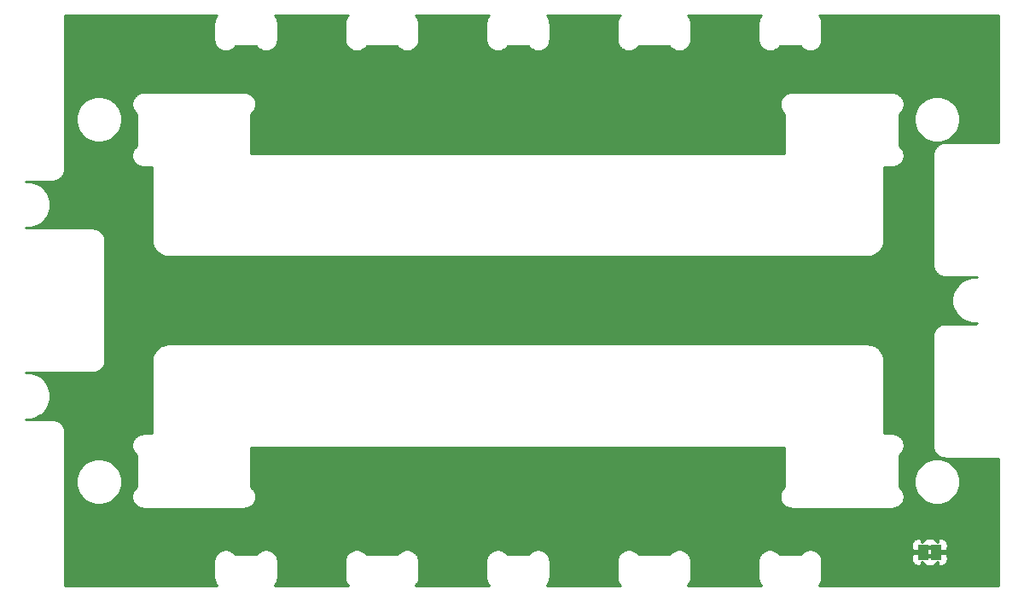
<source format=gbl>
G04 #@! TF.GenerationSoftware,KiCad,Pcbnew,(5.1.6-0-10_14)*
G04 #@! TF.CreationDate,2021-12-08T11:10:56+09:00*
G04 #@! TF.ProjectId,qPCR-holder,71504352-2d68-46f6-9c64-65722e6b6963,rev?*
G04 #@! TF.SameCoordinates,Original*
G04 #@! TF.FileFunction,Copper,L2,Bot*
G04 #@! TF.FilePolarity,Positive*
%FSLAX46Y46*%
G04 Gerber Fmt 4.6, Leading zero omitted, Abs format (unit mm)*
G04 Created by KiCad (PCBNEW (5.1.6-0-10_14)) date 2021-12-08 11:10:56*
%MOMM*%
%LPD*%
G01*
G04 APERTURE LIST*
G04 #@! TA.AperFunction,EtchedComponent*
%ADD10C,0.100000*%
G04 #@! TD*
G04 #@! TA.AperFunction,SMDPad,CuDef*
%ADD11R,1.000000X1.500000*%
G04 #@! TD*
G04 #@! TA.AperFunction,ViaPad*
%ADD12C,0.800000*%
G04 #@! TD*
G04 #@! TA.AperFunction,Conductor*
%ADD13C,0.250000*%
G04 #@! TD*
G04 #@! TA.AperFunction,Conductor*
%ADD14C,0.254000*%
G04 #@! TD*
G04 APERTURE END LIST*
D10*
G04 #@! TO.C,JP1*
G36*
X206250000Y-124300000D02*
G01*
X206750000Y-124300000D01*
X206750000Y-123900000D01*
X206250000Y-123900000D01*
X206250000Y-124300000D01*
G37*
G36*
X206250000Y-125100000D02*
G01*
X206750000Y-125100000D01*
X206750000Y-124700000D01*
X206250000Y-124700000D01*
X206250000Y-125100000D01*
G37*
G04 #@! TD*
D11*
G04 #@! TO.P,JP1,1*
G04 #@! TO.N,GND*
X205850000Y-124500000D03*
G04 #@! TO.P,JP1,2*
X207150000Y-124500000D03*
G04 #@! TD*
D12*
G04 #@! TO.N,GND*
X209000000Y-124500000D03*
X204500000Y-124500000D03*
G04 #@! TD*
D13*
G04 #@! TO.N,GND*
X205850000Y-124500000D02*
X204500000Y-124500000D01*
X207150000Y-124500000D02*
X209000000Y-124500000D01*
G04 #@! TD*
D14*
G04 #@! TO.N,GND*
G36*
X135770474Y-71208892D02*
G01*
X135764378Y-71216261D01*
X135702703Y-71291882D01*
X135668335Y-71343611D01*
X135633270Y-71394822D01*
X135628724Y-71403230D01*
X135628721Y-71403234D01*
X135628721Y-71403235D01*
X135582909Y-71489394D01*
X135559250Y-71546794D01*
X135534793Y-71603856D01*
X135531965Y-71612992D01*
X135503760Y-71706410D01*
X135491699Y-71767322D01*
X135478792Y-71828046D01*
X135477792Y-71837558D01*
X135468473Y-71932607D01*
X135465000Y-71967871D01*
X135465001Y-73635164D01*
X135468085Y-73666471D01*
X135468068Y-73671218D01*
X135469035Y-73680733D01*
X135473901Y-73725525D01*
X135474913Y-73735800D01*
X135475075Y-73736335D01*
X135479574Y-73777746D01*
X135492268Y-73838509D01*
X135504116Y-73899461D01*
X135506912Y-73908607D01*
X135536093Y-74001724D01*
X135560350Y-74058868D01*
X135583810Y-74116356D01*
X135588329Y-74124786D01*
X135635042Y-74210462D01*
X135669931Y-74261799D01*
X135704114Y-74313641D01*
X135710185Y-74321032D01*
X135772649Y-74396004D01*
X135816840Y-74439582D01*
X135860452Y-74483807D01*
X135867843Y-74489878D01*
X135943679Y-74551288D01*
X135995535Y-74585480D01*
X136046853Y-74620356D01*
X136055282Y-74624876D01*
X136055287Y-74624878D01*
X136055289Y-74624880D01*
X136055292Y-74624881D01*
X136141602Y-74670388D01*
X136199097Y-74693852D01*
X136256239Y-74718107D01*
X136265386Y-74720904D01*
X136358902Y-74748782D01*
X136419875Y-74760633D01*
X136480619Y-74773323D01*
X136490134Y-74774290D01*
X136587283Y-74783473D01*
X136649384Y-74783256D01*
X136711444Y-74783906D01*
X136720966Y-74783007D01*
X136818050Y-74773146D01*
X136878920Y-74760872D01*
X136939937Y-74749453D01*
X136949102Y-74746721D01*
X137042421Y-74718191D01*
X137099758Y-74694324D01*
X137157382Y-74671276D01*
X137165842Y-74666816D01*
X137251844Y-74620703D01*
X137303462Y-74586147D01*
X137355508Y-74552348D01*
X137362941Y-74546329D01*
X137438346Y-74484390D01*
X137438348Y-74484388D01*
X137464129Y-74463230D01*
X137640842Y-74286517D01*
X139659157Y-74286517D01*
X139835870Y-74463230D01*
X139860187Y-74483187D01*
X139863532Y-74486555D01*
X139870943Y-74492600D01*
X139906128Y-74520890D01*
X139914039Y-74527382D01*
X139914528Y-74527643D01*
X139946993Y-74553746D01*
X139998935Y-74587736D01*
X140050413Y-74622458D01*
X140058858Y-74626948D01*
X140145336Y-74672158D01*
X140202894Y-74695413D01*
X140260135Y-74719475D01*
X140269291Y-74722240D01*
X140362904Y-74749792D01*
X140423903Y-74761428D01*
X140484709Y-74773909D01*
X140494227Y-74774843D01*
X140591410Y-74783687D01*
X140653492Y-74783253D01*
X140715573Y-74783687D01*
X140725092Y-74782754D01*
X140822140Y-74772554D01*
X140883004Y-74760060D01*
X140943949Y-74748434D01*
X140953097Y-74745672D01*
X140953099Y-74745672D01*
X140953101Y-74745671D01*
X140953105Y-74745670D01*
X141046323Y-74716813D01*
X141103543Y-74692759D01*
X141161110Y-74669501D01*
X141169555Y-74665011D01*
X141255394Y-74618599D01*
X141306861Y-74583885D01*
X141358822Y-74549882D01*
X141366233Y-74543838D01*
X141441422Y-74481636D01*
X141485174Y-74437578D01*
X141529529Y-74394141D01*
X141535626Y-74386772D01*
X141597301Y-74311150D01*
X141631679Y-74259406D01*
X141666728Y-74208219D01*
X141671277Y-74199806D01*
X141717091Y-74113646D01*
X141740758Y-74056225D01*
X141765209Y-73999177D01*
X141768038Y-73990041D01*
X141796243Y-73896622D01*
X141808313Y-73835663D01*
X141821210Y-73774987D01*
X141822210Y-73765475D01*
X141831732Y-73668358D01*
X141831732Y-73668344D01*
X141835000Y-73635164D01*
X141835000Y-71967870D01*
X141831915Y-71936553D01*
X141831932Y-71931816D01*
X141830965Y-71922301D01*
X141826110Y-71877612D01*
X141825088Y-71867234D01*
X141824924Y-71866693D01*
X141820426Y-71825289D01*
X141807733Y-71764533D01*
X141795884Y-71703573D01*
X141793088Y-71694426D01*
X141763907Y-71601310D01*
X141739641Y-71544142D01*
X141716190Y-71486678D01*
X141711671Y-71478249D01*
X141664959Y-71392572D01*
X141630052Y-71341208D01*
X141595886Y-71289393D01*
X141589816Y-71282002D01*
X141527351Y-71207030D01*
X141505011Y-71185000D01*
X148794872Y-71185000D01*
X148770474Y-71208892D01*
X148764378Y-71216261D01*
X148702703Y-71291882D01*
X148668335Y-71343611D01*
X148633270Y-71394822D01*
X148628724Y-71403230D01*
X148628721Y-71403234D01*
X148628721Y-71403235D01*
X148582909Y-71489394D01*
X148559250Y-71546794D01*
X148534793Y-71603856D01*
X148531965Y-71612992D01*
X148503760Y-71706410D01*
X148491699Y-71767322D01*
X148478792Y-71828046D01*
X148477792Y-71837558D01*
X148468270Y-71934676D01*
X148465001Y-71967870D01*
X148465000Y-73635163D01*
X148468085Y-73666480D01*
X148468068Y-73671218D01*
X148469035Y-73680733D01*
X148473891Y-73725436D01*
X148474912Y-73735799D01*
X148475076Y-73736339D01*
X148479574Y-73777746D01*
X148492268Y-73838509D01*
X148504116Y-73899461D01*
X148506912Y-73908607D01*
X148536093Y-74001724D01*
X148560350Y-74058868D01*
X148583810Y-74116356D01*
X148588329Y-74124786D01*
X148635042Y-74210462D01*
X148669931Y-74261799D01*
X148704114Y-74313641D01*
X148710185Y-74321032D01*
X148772649Y-74396004D01*
X148816840Y-74439582D01*
X148860452Y-74483807D01*
X148867843Y-74489878D01*
X148943679Y-74551288D01*
X148995535Y-74585480D01*
X149046853Y-74620356D01*
X149055282Y-74624876D01*
X149055287Y-74624878D01*
X149055289Y-74624880D01*
X149055292Y-74624881D01*
X149141602Y-74670388D01*
X149199097Y-74693852D01*
X149256239Y-74718107D01*
X149265386Y-74720904D01*
X149358902Y-74748782D01*
X149419875Y-74760633D01*
X149480619Y-74773323D01*
X149490134Y-74774290D01*
X149587283Y-74783473D01*
X149649384Y-74783256D01*
X149711444Y-74783906D01*
X149720966Y-74783007D01*
X149818050Y-74773146D01*
X149878920Y-74760872D01*
X149939937Y-74749453D01*
X149949102Y-74746721D01*
X150042421Y-74718191D01*
X150099758Y-74694324D01*
X150157382Y-74671276D01*
X150165842Y-74666816D01*
X150251844Y-74620703D01*
X150303462Y-74586147D01*
X150355508Y-74552348D01*
X150362941Y-74546329D01*
X150438346Y-74484390D01*
X150438348Y-74484388D01*
X150464129Y-74463230D01*
X150640842Y-74286517D01*
X153659157Y-74286517D01*
X153835870Y-74463230D01*
X153860187Y-74483187D01*
X153863532Y-74486555D01*
X153870943Y-74492600D01*
X153906128Y-74520890D01*
X153914039Y-74527382D01*
X153914528Y-74527643D01*
X153946993Y-74553746D01*
X153998935Y-74587736D01*
X154050413Y-74622458D01*
X154058858Y-74626948D01*
X154145336Y-74672158D01*
X154202894Y-74695413D01*
X154260135Y-74719475D01*
X154269291Y-74722240D01*
X154362904Y-74749792D01*
X154423903Y-74761428D01*
X154484709Y-74773909D01*
X154494227Y-74774843D01*
X154591410Y-74783687D01*
X154653492Y-74783253D01*
X154715573Y-74783687D01*
X154725092Y-74782754D01*
X154822140Y-74772554D01*
X154883004Y-74760060D01*
X154943949Y-74748434D01*
X154953097Y-74745672D01*
X154953099Y-74745672D01*
X154953101Y-74745671D01*
X154953105Y-74745670D01*
X155046323Y-74716813D01*
X155103543Y-74692759D01*
X155161110Y-74669501D01*
X155169555Y-74665011D01*
X155255394Y-74618599D01*
X155306861Y-74583885D01*
X155358822Y-74549882D01*
X155366233Y-74543838D01*
X155441422Y-74481636D01*
X155485174Y-74437578D01*
X155529529Y-74394141D01*
X155535626Y-74386772D01*
X155597301Y-74311150D01*
X155631679Y-74259406D01*
X155666728Y-74208219D01*
X155671277Y-74199806D01*
X155717091Y-74113646D01*
X155740758Y-74056225D01*
X155765209Y-73999177D01*
X155768038Y-73990041D01*
X155796243Y-73896622D01*
X155808313Y-73835663D01*
X155821210Y-73774987D01*
X155822210Y-73765475D01*
X155831732Y-73668358D01*
X155831732Y-73668344D01*
X155835000Y-73635164D01*
X155835000Y-71967870D01*
X155831915Y-71936553D01*
X155831932Y-71931816D01*
X155830965Y-71922301D01*
X155826110Y-71877612D01*
X155825088Y-71867234D01*
X155824924Y-71866693D01*
X155820426Y-71825289D01*
X155807733Y-71764533D01*
X155795884Y-71703573D01*
X155793088Y-71694426D01*
X155763907Y-71601310D01*
X155739641Y-71544142D01*
X155716190Y-71486678D01*
X155711671Y-71478249D01*
X155664959Y-71392572D01*
X155630052Y-71341208D01*
X155595886Y-71289393D01*
X155589816Y-71282002D01*
X155527351Y-71207030D01*
X155505011Y-71185000D01*
X162794872Y-71185000D01*
X162770474Y-71208892D01*
X162764378Y-71216261D01*
X162702703Y-71291882D01*
X162668335Y-71343611D01*
X162633270Y-71394822D01*
X162628724Y-71403230D01*
X162628721Y-71403234D01*
X162628721Y-71403235D01*
X162582909Y-71489394D01*
X162559250Y-71546794D01*
X162534793Y-71603856D01*
X162531965Y-71612992D01*
X162503760Y-71706410D01*
X162491699Y-71767322D01*
X162478792Y-71828046D01*
X162477792Y-71837558D01*
X162468473Y-71932607D01*
X162465000Y-71967871D01*
X162465001Y-73635164D01*
X162468085Y-73666471D01*
X162468068Y-73671218D01*
X162469035Y-73680733D01*
X162473901Y-73725525D01*
X162474913Y-73735800D01*
X162475075Y-73736335D01*
X162479574Y-73777746D01*
X162492268Y-73838509D01*
X162504116Y-73899461D01*
X162506912Y-73908607D01*
X162536093Y-74001724D01*
X162560350Y-74058868D01*
X162583810Y-74116356D01*
X162588329Y-74124786D01*
X162635042Y-74210462D01*
X162669931Y-74261799D01*
X162704114Y-74313641D01*
X162710185Y-74321032D01*
X162772649Y-74396004D01*
X162816840Y-74439582D01*
X162860452Y-74483807D01*
X162867843Y-74489878D01*
X162943679Y-74551288D01*
X162995535Y-74585480D01*
X163046853Y-74620356D01*
X163055282Y-74624876D01*
X163055287Y-74624878D01*
X163055289Y-74624880D01*
X163055292Y-74624881D01*
X163141602Y-74670388D01*
X163199097Y-74693852D01*
X163256239Y-74718107D01*
X163265386Y-74720904D01*
X163358902Y-74748782D01*
X163419875Y-74760633D01*
X163480619Y-74773323D01*
X163490134Y-74774290D01*
X163587283Y-74783473D01*
X163649384Y-74783256D01*
X163711444Y-74783906D01*
X163720966Y-74783007D01*
X163818050Y-74773146D01*
X163878920Y-74760872D01*
X163939937Y-74749453D01*
X163949102Y-74746721D01*
X164042421Y-74718191D01*
X164099758Y-74694324D01*
X164157382Y-74671276D01*
X164165842Y-74666816D01*
X164251844Y-74620703D01*
X164303462Y-74586147D01*
X164355508Y-74552348D01*
X164362941Y-74546329D01*
X164438346Y-74484390D01*
X164438348Y-74484388D01*
X164464129Y-74463230D01*
X164640842Y-74286517D01*
X166659157Y-74286517D01*
X166835870Y-74463230D01*
X166860187Y-74483187D01*
X166863532Y-74486555D01*
X166870943Y-74492600D01*
X166906128Y-74520890D01*
X166914039Y-74527382D01*
X166914528Y-74527643D01*
X166946993Y-74553746D01*
X166998935Y-74587736D01*
X167050413Y-74622458D01*
X167058858Y-74626948D01*
X167145336Y-74672158D01*
X167202894Y-74695413D01*
X167260135Y-74719475D01*
X167269291Y-74722240D01*
X167362904Y-74749792D01*
X167423903Y-74761428D01*
X167484709Y-74773909D01*
X167494227Y-74774843D01*
X167591410Y-74783687D01*
X167653492Y-74783253D01*
X167715573Y-74783687D01*
X167725092Y-74782754D01*
X167822140Y-74772554D01*
X167883004Y-74760060D01*
X167943949Y-74748434D01*
X167953097Y-74745672D01*
X167953099Y-74745672D01*
X167953101Y-74745671D01*
X167953105Y-74745670D01*
X168046323Y-74716813D01*
X168103543Y-74692759D01*
X168161110Y-74669501D01*
X168169555Y-74665011D01*
X168255394Y-74618599D01*
X168306861Y-74583885D01*
X168358822Y-74549882D01*
X168366233Y-74543838D01*
X168441422Y-74481636D01*
X168485174Y-74437578D01*
X168529529Y-74394141D01*
X168535626Y-74386772D01*
X168597301Y-74311150D01*
X168631679Y-74259406D01*
X168666728Y-74208219D01*
X168671277Y-74199806D01*
X168717091Y-74113646D01*
X168740758Y-74056225D01*
X168765209Y-73999177D01*
X168768038Y-73990041D01*
X168796243Y-73896622D01*
X168808313Y-73835663D01*
X168821210Y-73774987D01*
X168822210Y-73765475D01*
X168831732Y-73668358D01*
X168831732Y-73668344D01*
X168835000Y-73635164D01*
X168835000Y-71967870D01*
X168831915Y-71936553D01*
X168831932Y-71931816D01*
X168830965Y-71922301D01*
X168826110Y-71877612D01*
X168825088Y-71867234D01*
X168824924Y-71866693D01*
X168820426Y-71825289D01*
X168807733Y-71764533D01*
X168795884Y-71703573D01*
X168793088Y-71694426D01*
X168763907Y-71601310D01*
X168739641Y-71544142D01*
X168716190Y-71486678D01*
X168711671Y-71478249D01*
X168664959Y-71392572D01*
X168630052Y-71341208D01*
X168595886Y-71289393D01*
X168589816Y-71282002D01*
X168527351Y-71207030D01*
X168505011Y-71185000D01*
X175794872Y-71185000D01*
X175770474Y-71208892D01*
X175764378Y-71216261D01*
X175702703Y-71291882D01*
X175668335Y-71343611D01*
X175633270Y-71394822D01*
X175628724Y-71403230D01*
X175628721Y-71403234D01*
X175628721Y-71403235D01*
X175582909Y-71489394D01*
X175559250Y-71546794D01*
X175534793Y-71603856D01*
X175531965Y-71612992D01*
X175503760Y-71706410D01*
X175491699Y-71767322D01*
X175478792Y-71828046D01*
X175477792Y-71837558D01*
X175468270Y-71934676D01*
X175465001Y-71967870D01*
X175465000Y-73635163D01*
X175468085Y-73666480D01*
X175468068Y-73671218D01*
X175469035Y-73680733D01*
X175473891Y-73725436D01*
X175474912Y-73735799D01*
X175475076Y-73736339D01*
X175479574Y-73777746D01*
X175492268Y-73838509D01*
X175504116Y-73899461D01*
X175506912Y-73908607D01*
X175536093Y-74001724D01*
X175560350Y-74058868D01*
X175583810Y-74116356D01*
X175588329Y-74124786D01*
X175635042Y-74210462D01*
X175669931Y-74261799D01*
X175704114Y-74313641D01*
X175710185Y-74321032D01*
X175772649Y-74396004D01*
X175816840Y-74439582D01*
X175860452Y-74483807D01*
X175867843Y-74489878D01*
X175943679Y-74551288D01*
X175995535Y-74585480D01*
X176046853Y-74620356D01*
X176055282Y-74624876D01*
X176055287Y-74624878D01*
X176055289Y-74624880D01*
X176055292Y-74624881D01*
X176141602Y-74670388D01*
X176199097Y-74693852D01*
X176256239Y-74718107D01*
X176265386Y-74720904D01*
X176358902Y-74748782D01*
X176419875Y-74760633D01*
X176480619Y-74773323D01*
X176490134Y-74774290D01*
X176587283Y-74783473D01*
X176649384Y-74783256D01*
X176711444Y-74783906D01*
X176720966Y-74783007D01*
X176818050Y-74773146D01*
X176878920Y-74760872D01*
X176939937Y-74749453D01*
X176949102Y-74746721D01*
X177042421Y-74718191D01*
X177099758Y-74694324D01*
X177157382Y-74671276D01*
X177165842Y-74666816D01*
X177251844Y-74620703D01*
X177303462Y-74586147D01*
X177355508Y-74552348D01*
X177362941Y-74546329D01*
X177438346Y-74484390D01*
X177438348Y-74484388D01*
X177464129Y-74463230D01*
X177640842Y-74286517D01*
X180659157Y-74286517D01*
X180835870Y-74463230D01*
X180860187Y-74483187D01*
X180863532Y-74486555D01*
X180870943Y-74492600D01*
X180906128Y-74520890D01*
X180914039Y-74527382D01*
X180914528Y-74527643D01*
X180946993Y-74553746D01*
X180998935Y-74587736D01*
X181050413Y-74622458D01*
X181058858Y-74626948D01*
X181145336Y-74672158D01*
X181202894Y-74695413D01*
X181260135Y-74719475D01*
X181269291Y-74722240D01*
X181362904Y-74749792D01*
X181423903Y-74761428D01*
X181484709Y-74773909D01*
X181494227Y-74774843D01*
X181591410Y-74783687D01*
X181653492Y-74783253D01*
X181715573Y-74783687D01*
X181725092Y-74782754D01*
X181822140Y-74772554D01*
X181883004Y-74760060D01*
X181943949Y-74748434D01*
X181953097Y-74745672D01*
X181953099Y-74745672D01*
X181953101Y-74745671D01*
X181953105Y-74745670D01*
X182046323Y-74716813D01*
X182103543Y-74692759D01*
X182161110Y-74669501D01*
X182169555Y-74665011D01*
X182255394Y-74618599D01*
X182306861Y-74583885D01*
X182358822Y-74549882D01*
X182366233Y-74543838D01*
X182441422Y-74481636D01*
X182485174Y-74437578D01*
X182529529Y-74394141D01*
X182535626Y-74386772D01*
X182597301Y-74311150D01*
X182631679Y-74259406D01*
X182666728Y-74208219D01*
X182671277Y-74199806D01*
X182717091Y-74113646D01*
X182740758Y-74056225D01*
X182765209Y-73999177D01*
X182768038Y-73990041D01*
X182796243Y-73896622D01*
X182808313Y-73835663D01*
X182821210Y-73774987D01*
X182822210Y-73765475D01*
X182831732Y-73668358D01*
X182831732Y-73668344D01*
X182835000Y-73635164D01*
X182835000Y-71967870D01*
X182831915Y-71936553D01*
X182831932Y-71931816D01*
X182830965Y-71922301D01*
X182826110Y-71877612D01*
X182825088Y-71867234D01*
X182824924Y-71866693D01*
X182820426Y-71825289D01*
X182807733Y-71764533D01*
X182795884Y-71703573D01*
X182793088Y-71694426D01*
X182763907Y-71601310D01*
X182739641Y-71544142D01*
X182716190Y-71486678D01*
X182711671Y-71478249D01*
X182664959Y-71392572D01*
X182630052Y-71341208D01*
X182595886Y-71289393D01*
X182589816Y-71282002D01*
X182527351Y-71207030D01*
X182505011Y-71185000D01*
X189794872Y-71185000D01*
X189770474Y-71208892D01*
X189764378Y-71216261D01*
X189702703Y-71291882D01*
X189668335Y-71343611D01*
X189633270Y-71394822D01*
X189628724Y-71403230D01*
X189628721Y-71403234D01*
X189628721Y-71403235D01*
X189582909Y-71489394D01*
X189559250Y-71546794D01*
X189534793Y-71603856D01*
X189531965Y-71612992D01*
X189503760Y-71706410D01*
X189491699Y-71767322D01*
X189478792Y-71828046D01*
X189477792Y-71837558D01*
X189468473Y-71932607D01*
X189465000Y-71967871D01*
X189465001Y-73635164D01*
X189468085Y-73666471D01*
X189468068Y-73671218D01*
X189469035Y-73680733D01*
X189473901Y-73725525D01*
X189474913Y-73735800D01*
X189475075Y-73736335D01*
X189479574Y-73777746D01*
X189492268Y-73838509D01*
X189504116Y-73899461D01*
X189506912Y-73908607D01*
X189536093Y-74001724D01*
X189560350Y-74058868D01*
X189583810Y-74116356D01*
X189588329Y-74124786D01*
X189635042Y-74210462D01*
X189669931Y-74261799D01*
X189704114Y-74313641D01*
X189710185Y-74321032D01*
X189772649Y-74396004D01*
X189816840Y-74439582D01*
X189860452Y-74483807D01*
X189867843Y-74489878D01*
X189943679Y-74551288D01*
X189995535Y-74585480D01*
X190046853Y-74620356D01*
X190055282Y-74624876D01*
X190055287Y-74624878D01*
X190055289Y-74624880D01*
X190055292Y-74624881D01*
X190141602Y-74670388D01*
X190199097Y-74693852D01*
X190256239Y-74718107D01*
X190265386Y-74720904D01*
X190358902Y-74748782D01*
X190419875Y-74760633D01*
X190480619Y-74773323D01*
X190490134Y-74774290D01*
X190587283Y-74783473D01*
X190649384Y-74783256D01*
X190711444Y-74783906D01*
X190720966Y-74783007D01*
X190818050Y-74773146D01*
X190878920Y-74760872D01*
X190939937Y-74749453D01*
X190949102Y-74746721D01*
X191042421Y-74718191D01*
X191099758Y-74694324D01*
X191157382Y-74671276D01*
X191165842Y-74666816D01*
X191251844Y-74620703D01*
X191303462Y-74586147D01*
X191355508Y-74552348D01*
X191362941Y-74546329D01*
X191438346Y-74484390D01*
X191438348Y-74484388D01*
X191464129Y-74463230D01*
X191640842Y-74286517D01*
X193659157Y-74286517D01*
X193835870Y-74463230D01*
X193860187Y-74483187D01*
X193863532Y-74486555D01*
X193870943Y-74492600D01*
X193906128Y-74520890D01*
X193914039Y-74527382D01*
X193914528Y-74527643D01*
X193946993Y-74553746D01*
X193998935Y-74587736D01*
X194050413Y-74622458D01*
X194058858Y-74626948D01*
X194145336Y-74672158D01*
X194202894Y-74695413D01*
X194260135Y-74719475D01*
X194269291Y-74722240D01*
X194362904Y-74749792D01*
X194423903Y-74761428D01*
X194484709Y-74773909D01*
X194494227Y-74774843D01*
X194591410Y-74783687D01*
X194653492Y-74783253D01*
X194715573Y-74783687D01*
X194725092Y-74782754D01*
X194822140Y-74772554D01*
X194883004Y-74760060D01*
X194943949Y-74748434D01*
X194953097Y-74745672D01*
X194953099Y-74745672D01*
X194953101Y-74745671D01*
X194953105Y-74745670D01*
X195046323Y-74716813D01*
X195103543Y-74692759D01*
X195161110Y-74669501D01*
X195169555Y-74665011D01*
X195255394Y-74618599D01*
X195306861Y-74583885D01*
X195358822Y-74549882D01*
X195366233Y-74543838D01*
X195441422Y-74481636D01*
X195485174Y-74437578D01*
X195529529Y-74394141D01*
X195535626Y-74386772D01*
X195597301Y-74311150D01*
X195631679Y-74259406D01*
X195666728Y-74208219D01*
X195671277Y-74199806D01*
X195717091Y-74113646D01*
X195740758Y-74056225D01*
X195765209Y-73999177D01*
X195768038Y-73990041D01*
X195796243Y-73896622D01*
X195808313Y-73835663D01*
X195821210Y-73774987D01*
X195822210Y-73765475D01*
X195831732Y-73668358D01*
X195831732Y-73668344D01*
X195835000Y-73635164D01*
X195835000Y-71967870D01*
X195831915Y-71936553D01*
X195831932Y-71931816D01*
X195830965Y-71922301D01*
X195826110Y-71877612D01*
X195825088Y-71867234D01*
X195824924Y-71866693D01*
X195820426Y-71825289D01*
X195807733Y-71764533D01*
X195795884Y-71703573D01*
X195793088Y-71694426D01*
X195763907Y-71601310D01*
X195739641Y-71544142D01*
X195716190Y-71486678D01*
X195711671Y-71478249D01*
X195664959Y-71392572D01*
X195630052Y-71341208D01*
X195595886Y-71289393D01*
X195589816Y-71282002D01*
X195527351Y-71207030D01*
X195505011Y-71185000D01*
X213315000Y-71185000D01*
X213315001Y-83815000D01*
X207966353Y-83815000D01*
X207937399Y-83817852D01*
X207934427Y-83817831D01*
X207924909Y-83818764D01*
X207876790Y-83823821D01*
X207865717Y-83824912D01*
X207865348Y-83825024D01*
X207827860Y-83828964D01*
X207767017Y-83841453D01*
X207706058Y-83853082D01*
X207696902Y-83855846D01*
X207603683Y-83884702D01*
X207546434Y-83908768D01*
X207488881Y-83932021D01*
X207480436Y-83936511D01*
X207394598Y-83982923D01*
X207343115Y-84017650D01*
X207291179Y-84051636D01*
X207283767Y-84057680D01*
X207208579Y-84119882D01*
X207164818Y-84163949D01*
X207120478Y-84207370D01*
X207114381Y-84214739D01*
X207052706Y-84290360D01*
X207018368Y-84342041D01*
X206983267Y-84393306D01*
X206978718Y-84401719D01*
X206932906Y-84487880D01*
X206909242Y-84545296D01*
X206884792Y-84602339D01*
X206881964Y-84611475D01*
X206853759Y-84704893D01*
X206841698Y-84765805D01*
X206828791Y-84826529D01*
X206827791Y-84836041D01*
X206818269Y-84933159D01*
X206818269Y-84933173D01*
X206815001Y-84966353D01*
X206815000Y-96033646D01*
X206817852Y-96062600D01*
X206817831Y-96065573D01*
X206818764Y-96075092D01*
X206823824Y-96123233D01*
X206824912Y-96134282D01*
X206825024Y-96134650D01*
X206828964Y-96172140D01*
X206841455Y-96232990D01*
X206853082Y-96293942D01*
X206855845Y-96303096D01*
X206855847Y-96303102D01*
X206884702Y-96396317D01*
X206908754Y-96453533D01*
X206932020Y-96511119D01*
X206936510Y-96519564D01*
X206982923Y-96605401D01*
X207017638Y-96656867D01*
X207051636Y-96708821D01*
X207057680Y-96716232D01*
X207119882Y-96791421D01*
X207163930Y-96835162D01*
X207207369Y-96879522D01*
X207214739Y-96885618D01*
X207214744Y-96885623D01*
X207214750Y-96885627D01*
X207290360Y-96947294D01*
X207342041Y-96981632D01*
X207393306Y-97016733D01*
X207401719Y-97021282D01*
X207487880Y-97067094D01*
X207545296Y-97090758D01*
X207602339Y-97115208D01*
X207611475Y-97118036D01*
X207704893Y-97146241D01*
X207765813Y-97158303D01*
X207826530Y-97171209D01*
X207836042Y-97172209D01*
X207933159Y-97181731D01*
X207933163Y-97181731D01*
X207966353Y-97185000D01*
X210966495Y-97185000D01*
X211181677Y-97206099D01*
X210774070Y-97206099D01*
X210330894Y-97294253D01*
X209913431Y-97467171D01*
X209537723Y-97718211D01*
X209218211Y-98037723D01*
X208967171Y-98413431D01*
X208794253Y-98830894D01*
X208706099Y-99274070D01*
X208706099Y-99725930D01*
X208794253Y-100169106D01*
X208967171Y-100586569D01*
X209218211Y-100962277D01*
X209537723Y-101281789D01*
X209913431Y-101532829D01*
X210330894Y-101705747D01*
X210774070Y-101793901D01*
X211189087Y-101793901D01*
X211001206Y-101814975D01*
X210997664Y-101815000D01*
X207966353Y-101815000D01*
X207937399Y-101817852D01*
X207934427Y-101817831D01*
X207924909Y-101818764D01*
X207876790Y-101823821D01*
X207865717Y-101824912D01*
X207865348Y-101825024D01*
X207827860Y-101828964D01*
X207767017Y-101841453D01*
X207706058Y-101853082D01*
X207696902Y-101855846D01*
X207603683Y-101884702D01*
X207546434Y-101908768D01*
X207488881Y-101932021D01*
X207480436Y-101936511D01*
X207394598Y-101982923D01*
X207343115Y-102017650D01*
X207291179Y-102051636D01*
X207283767Y-102057680D01*
X207208579Y-102119882D01*
X207164818Y-102163949D01*
X207120478Y-102207370D01*
X207114381Y-102214739D01*
X207052706Y-102290360D01*
X207018368Y-102342041D01*
X206983267Y-102393306D01*
X206978718Y-102401719D01*
X206932906Y-102487880D01*
X206909242Y-102545296D01*
X206884792Y-102602339D01*
X206881964Y-102611475D01*
X206853759Y-102704893D01*
X206841698Y-102765805D01*
X206828791Y-102826529D01*
X206827791Y-102836041D01*
X206818269Y-102933159D01*
X206818269Y-102933173D01*
X206815001Y-102966353D01*
X206815000Y-114033646D01*
X206817852Y-114062600D01*
X206817831Y-114065573D01*
X206818764Y-114075092D01*
X206823824Y-114123233D01*
X206824912Y-114134282D01*
X206825024Y-114134650D01*
X206828964Y-114172140D01*
X206841455Y-114232990D01*
X206853082Y-114293942D01*
X206855845Y-114303096D01*
X206855847Y-114303102D01*
X206884702Y-114396317D01*
X206908754Y-114453533D01*
X206932020Y-114511119D01*
X206936510Y-114519564D01*
X206982923Y-114605401D01*
X207017638Y-114656867D01*
X207051636Y-114708821D01*
X207057680Y-114716232D01*
X207119882Y-114791421D01*
X207163930Y-114835162D01*
X207207369Y-114879522D01*
X207214739Y-114885618D01*
X207214744Y-114885623D01*
X207214750Y-114885627D01*
X207290360Y-114947294D01*
X207342041Y-114981632D01*
X207393306Y-115016733D01*
X207401719Y-115021282D01*
X207487880Y-115067094D01*
X207545296Y-115090758D01*
X207602339Y-115115208D01*
X207611475Y-115118036D01*
X207704893Y-115146241D01*
X207765813Y-115158303D01*
X207826530Y-115171209D01*
X207836042Y-115172209D01*
X207933159Y-115181731D01*
X207933163Y-115181731D01*
X207966353Y-115185000D01*
X213315000Y-115185000D01*
X213315001Y-127815000D01*
X195505130Y-127815000D01*
X195529522Y-127791114D01*
X195535618Y-127783744D01*
X195535623Y-127783739D01*
X195535627Y-127783733D01*
X195597294Y-127708123D01*
X195631632Y-127656442D01*
X195666733Y-127605177D01*
X195671282Y-127596764D01*
X195717094Y-127510603D01*
X195740758Y-127453187D01*
X195765208Y-127396144D01*
X195768036Y-127387008D01*
X195796241Y-127293590D01*
X195808303Y-127232670D01*
X195821209Y-127171953D01*
X195822209Y-127162441D01*
X195831731Y-127065324D01*
X195831731Y-127065320D01*
X195835000Y-127032130D01*
X195835000Y-125364836D01*
X195831916Y-125333529D01*
X195831933Y-125328789D01*
X195830967Y-125319274D01*
X195826094Y-125274410D01*
X195825088Y-125264200D01*
X195824927Y-125263669D01*
X195820429Y-125222262D01*
X195807738Y-125161509D01*
X195795885Y-125100535D01*
X195793089Y-125091389D01*
X195763906Y-124998270D01*
X195739643Y-124941112D01*
X195716191Y-124883643D01*
X195711672Y-124875214D01*
X195664960Y-124789537D01*
X195630053Y-124738173D01*
X195595887Y-124686358D01*
X195589817Y-124678967D01*
X195527352Y-124603995D01*
X195483146Y-124560402D01*
X195439553Y-124516196D01*
X195432163Y-124510125D01*
X195356326Y-124448714D01*
X195304514Y-124414550D01*
X195253143Y-124379639D01*
X195244714Y-124375119D01*
X195158394Y-124329608D01*
X195100885Y-124306139D01*
X195043762Y-124281892D01*
X195034615Y-124279095D01*
X194941099Y-124251217D01*
X194880150Y-124239370D01*
X194819389Y-124226676D01*
X194809873Y-124225709D01*
X194712724Y-124216525D01*
X194650646Y-124216742D01*
X194588550Y-124216092D01*
X194579028Y-124216992D01*
X194481943Y-124226854D01*
X194421102Y-124239122D01*
X194360065Y-124250545D01*
X194350900Y-124253277D01*
X194257580Y-124281807D01*
X194200243Y-124305674D01*
X194142614Y-124328724D01*
X194134161Y-124333181D01*
X194134157Y-124333183D01*
X194134154Y-124333185D01*
X194048154Y-124379298D01*
X193996585Y-124413821D01*
X193944495Y-124447648D01*
X193937062Y-124453667D01*
X193861656Y-124515606D01*
X193861646Y-124515616D01*
X193835870Y-124536770D01*
X193659157Y-124713483D01*
X191640842Y-124713483D01*
X191464129Y-124536770D01*
X191439812Y-124516814D01*
X191436468Y-124513446D01*
X191429057Y-124507401D01*
X191393883Y-124479120D01*
X191385960Y-124472618D01*
X191385470Y-124472356D01*
X191353007Y-124446255D01*
X191301053Y-124412257D01*
X191249584Y-124377542D01*
X191241139Y-124373051D01*
X191154660Y-124327841D01*
X191097125Y-124304596D01*
X191039866Y-124280526D01*
X191030710Y-124277762D01*
X190937098Y-124250210D01*
X190876115Y-124238577D01*
X190815292Y-124226092D01*
X190805773Y-124225158D01*
X190708591Y-124216314D01*
X190646509Y-124216748D01*
X190584427Y-124216314D01*
X190574909Y-124217247D01*
X190477860Y-124227447D01*
X190417017Y-124239936D01*
X190356058Y-124251565D01*
X190346902Y-124254329D01*
X190253683Y-124283185D01*
X190196434Y-124307251D01*
X190138881Y-124330504D01*
X190130436Y-124334994D01*
X190044598Y-124381406D01*
X189993115Y-124416133D01*
X189941179Y-124450119D01*
X189933767Y-124456163D01*
X189858579Y-124518365D01*
X189814818Y-124562432D01*
X189770478Y-124605853D01*
X189764381Y-124613222D01*
X189702706Y-124688843D01*
X189668368Y-124740524D01*
X189633267Y-124791789D01*
X189628718Y-124800202D01*
X189582906Y-124886363D01*
X189559242Y-124943779D01*
X189534792Y-125000822D01*
X189531964Y-125009958D01*
X189503759Y-125103376D01*
X189491698Y-125164288D01*
X189478791Y-125225012D01*
X189477791Y-125234524D01*
X189468269Y-125331642D01*
X189468269Y-125331656D01*
X189465001Y-125364836D01*
X189465000Y-127032129D01*
X189468085Y-127063446D01*
X189468068Y-127068184D01*
X189469035Y-127077699D01*
X189473891Y-127122402D01*
X189474912Y-127132765D01*
X189475076Y-127133305D01*
X189479574Y-127174712D01*
X189492268Y-127235475D01*
X189504116Y-127296427D01*
X189506912Y-127305573D01*
X189536093Y-127398690D01*
X189560350Y-127455834D01*
X189583810Y-127513322D01*
X189588329Y-127521752D01*
X189635042Y-127607428D01*
X189669931Y-127658765D01*
X189704114Y-127710607D01*
X189710185Y-127717998D01*
X189772649Y-127792970D01*
X189794989Y-127815000D01*
X182505130Y-127815000D01*
X182529522Y-127791114D01*
X182535618Y-127783744D01*
X182535623Y-127783739D01*
X182535627Y-127783733D01*
X182597294Y-127708123D01*
X182631632Y-127656442D01*
X182666733Y-127605177D01*
X182671282Y-127596764D01*
X182717094Y-127510603D01*
X182740758Y-127453187D01*
X182765208Y-127396144D01*
X182768036Y-127387008D01*
X182796241Y-127293590D01*
X182808303Y-127232670D01*
X182821209Y-127171953D01*
X182822209Y-127162441D01*
X182831731Y-127065324D01*
X182831731Y-127065320D01*
X182835000Y-127032130D01*
X182835000Y-125364836D01*
X182831916Y-125333529D01*
X182831933Y-125328789D01*
X182830967Y-125319274D01*
X182826094Y-125274410D01*
X182825088Y-125264200D01*
X182824927Y-125263669D01*
X182820429Y-125222262D01*
X182807738Y-125161509D01*
X182795885Y-125100535D01*
X182793089Y-125091389D01*
X182763906Y-124998270D01*
X182739643Y-124941112D01*
X182716191Y-124883643D01*
X182711672Y-124875214D01*
X182664960Y-124789537D01*
X182630053Y-124738173D01*
X182595887Y-124686358D01*
X182589817Y-124678967D01*
X182527352Y-124603995D01*
X182483146Y-124560402D01*
X182439553Y-124516196D01*
X182432163Y-124510125D01*
X182356326Y-124448714D01*
X182304514Y-124414550D01*
X182253143Y-124379639D01*
X182244714Y-124375119D01*
X182158394Y-124329608D01*
X182100885Y-124306139D01*
X182043762Y-124281892D01*
X182034615Y-124279095D01*
X181941099Y-124251217D01*
X181880150Y-124239370D01*
X181819389Y-124226676D01*
X181809873Y-124225709D01*
X181712724Y-124216525D01*
X181650646Y-124216742D01*
X181588550Y-124216092D01*
X181579028Y-124216992D01*
X181481943Y-124226854D01*
X181421102Y-124239122D01*
X181360065Y-124250545D01*
X181350900Y-124253277D01*
X181257580Y-124281807D01*
X181200243Y-124305674D01*
X181142614Y-124328724D01*
X181134161Y-124333181D01*
X181134157Y-124333183D01*
X181134154Y-124333185D01*
X181048154Y-124379298D01*
X180996585Y-124413821D01*
X180944495Y-124447648D01*
X180937062Y-124453667D01*
X180861656Y-124515606D01*
X180861646Y-124515616D01*
X180835870Y-124536770D01*
X180659157Y-124713483D01*
X177640842Y-124713483D01*
X177464129Y-124536770D01*
X177439812Y-124516814D01*
X177436468Y-124513446D01*
X177429057Y-124507401D01*
X177393883Y-124479120D01*
X177385960Y-124472618D01*
X177385470Y-124472356D01*
X177353007Y-124446255D01*
X177301053Y-124412257D01*
X177249584Y-124377542D01*
X177241139Y-124373051D01*
X177154660Y-124327841D01*
X177097125Y-124304596D01*
X177039866Y-124280526D01*
X177030710Y-124277762D01*
X176937098Y-124250210D01*
X176876115Y-124238577D01*
X176815292Y-124226092D01*
X176805773Y-124225158D01*
X176708591Y-124216314D01*
X176646509Y-124216748D01*
X176584427Y-124216314D01*
X176574909Y-124217247D01*
X176477860Y-124227447D01*
X176417017Y-124239936D01*
X176356058Y-124251565D01*
X176346902Y-124254329D01*
X176253683Y-124283185D01*
X176196434Y-124307251D01*
X176138881Y-124330504D01*
X176130436Y-124334994D01*
X176044598Y-124381406D01*
X175993115Y-124416133D01*
X175941179Y-124450119D01*
X175933767Y-124456163D01*
X175858579Y-124518365D01*
X175814818Y-124562432D01*
X175770478Y-124605853D01*
X175764381Y-124613222D01*
X175702706Y-124688843D01*
X175668368Y-124740524D01*
X175633267Y-124791789D01*
X175628718Y-124800202D01*
X175582906Y-124886363D01*
X175559242Y-124943779D01*
X175534792Y-125000822D01*
X175531964Y-125009958D01*
X175503759Y-125103376D01*
X175491698Y-125164288D01*
X175478791Y-125225012D01*
X175477791Y-125234524D01*
X175468269Y-125331642D01*
X175465000Y-125364837D01*
X175465001Y-127032130D01*
X175468085Y-127063437D01*
X175468068Y-127068184D01*
X175469035Y-127077699D01*
X175473901Y-127122491D01*
X175474913Y-127132766D01*
X175475075Y-127133301D01*
X175479574Y-127174712D01*
X175492268Y-127235475D01*
X175504116Y-127296427D01*
X175506912Y-127305573D01*
X175536093Y-127398690D01*
X175560350Y-127455834D01*
X175583810Y-127513322D01*
X175588329Y-127521752D01*
X175635042Y-127607428D01*
X175669931Y-127658765D01*
X175704114Y-127710607D01*
X175710185Y-127717998D01*
X175772649Y-127792970D01*
X175794989Y-127815000D01*
X168505130Y-127815000D01*
X168529522Y-127791114D01*
X168535618Y-127783744D01*
X168535623Y-127783739D01*
X168535627Y-127783733D01*
X168597294Y-127708123D01*
X168631632Y-127656442D01*
X168666733Y-127605177D01*
X168671282Y-127596764D01*
X168717094Y-127510603D01*
X168740758Y-127453187D01*
X168765208Y-127396144D01*
X168768036Y-127387008D01*
X168796241Y-127293590D01*
X168808303Y-127232670D01*
X168821209Y-127171953D01*
X168822209Y-127162441D01*
X168831731Y-127065324D01*
X168831731Y-127065320D01*
X168835000Y-127032130D01*
X168835000Y-125364836D01*
X168831916Y-125333529D01*
X168831933Y-125328789D01*
X168830967Y-125319274D01*
X168826094Y-125274410D01*
X168825088Y-125264200D01*
X168824927Y-125263669D01*
X168820429Y-125222262D01*
X168807738Y-125161509D01*
X168795885Y-125100535D01*
X168793089Y-125091389D01*
X168763906Y-124998270D01*
X168739643Y-124941112D01*
X168716191Y-124883643D01*
X168711672Y-124875214D01*
X168664960Y-124789537D01*
X168630053Y-124738173D01*
X168595887Y-124686358D01*
X168589817Y-124678967D01*
X168527352Y-124603995D01*
X168483146Y-124560402D01*
X168439553Y-124516196D01*
X168432163Y-124510125D01*
X168356326Y-124448714D01*
X168304514Y-124414550D01*
X168253143Y-124379639D01*
X168244714Y-124375119D01*
X168158394Y-124329608D01*
X168100885Y-124306139D01*
X168043762Y-124281892D01*
X168034615Y-124279095D01*
X167941099Y-124251217D01*
X167880150Y-124239370D01*
X167819389Y-124226676D01*
X167809873Y-124225709D01*
X167712724Y-124216525D01*
X167650646Y-124216742D01*
X167588550Y-124216092D01*
X167579028Y-124216992D01*
X167481943Y-124226854D01*
X167421102Y-124239122D01*
X167360065Y-124250545D01*
X167350900Y-124253277D01*
X167257580Y-124281807D01*
X167200243Y-124305674D01*
X167142614Y-124328724D01*
X167134161Y-124333181D01*
X167134157Y-124333183D01*
X167134154Y-124333185D01*
X167048154Y-124379298D01*
X166996585Y-124413821D01*
X166944495Y-124447648D01*
X166937062Y-124453667D01*
X166861656Y-124515606D01*
X166861646Y-124515616D01*
X166835870Y-124536770D01*
X166659157Y-124713483D01*
X164640842Y-124713483D01*
X164464129Y-124536770D01*
X164439812Y-124516814D01*
X164436468Y-124513446D01*
X164429057Y-124507401D01*
X164393883Y-124479120D01*
X164385960Y-124472618D01*
X164385470Y-124472356D01*
X164353007Y-124446255D01*
X164301053Y-124412257D01*
X164249584Y-124377542D01*
X164241139Y-124373051D01*
X164154660Y-124327841D01*
X164097125Y-124304596D01*
X164039866Y-124280526D01*
X164030710Y-124277762D01*
X163937098Y-124250210D01*
X163876115Y-124238577D01*
X163815292Y-124226092D01*
X163805773Y-124225158D01*
X163708591Y-124216314D01*
X163646509Y-124216748D01*
X163584427Y-124216314D01*
X163574909Y-124217247D01*
X163477860Y-124227447D01*
X163417017Y-124239936D01*
X163356058Y-124251565D01*
X163346902Y-124254329D01*
X163253683Y-124283185D01*
X163196434Y-124307251D01*
X163138881Y-124330504D01*
X163130436Y-124334994D01*
X163044598Y-124381406D01*
X162993115Y-124416133D01*
X162941179Y-124450119D01*
X162933767Y-124456163D01*
X162858579Y-124518365D01*
X162814818Y-124562432D01*
X162770478Y-124605853D01*
X162764381Y-124613222D01*
X162702706Y-124688843D01*
X162668368Y-124740524D01*
X162633267Y-124791789D01*
X162628718Y-124800202D01*
X162582906Y-124886363D01*
X162559242Y-124943779D01*
X162534792Y-125000822D01*
X162531964Y-125009958D01*
X162503759Y-125103376D01*
X162491698Y-125164288D01*
X162478791Y-125225012D01*
X162477791Y-125234524D01*
X162468269Y-125331642D01*
X162468269Y-125331656D01*
X162465001Y-125364836D01*
X162465000Y-127032129D01*
X162468085Y-127063446D01*
X162468068Y-127068184D01*
X162469035Y-127077699D01*
X162473891Y-127122402D01*
X162474912Y-127132765D01*
X162475076Y-127133305D01*
X162479574Y-127174712D01*
X162492268Y-127235475D01*
X162504116Y-127296427D01*
X162506912Y-127305573D01*
X162536093Y-127398690D01*
X162560350Y-127455834D01*
X162583810Y-127513322D01*
X162588329Y-127521752D01*
X162635042Y-127607428D01*
X162669931Y-127658765D01*
X162704114Y-127710607D01*
X162710185Y-127717998D01*
X162772649Y-127792970D01*
X162794989Y-127815000D01*
X155505130Y-127815000D01*
X155529522Y-127791114D01*
X155535618Y-127783744D01*
X155535623Y-127783739D01*
X155535627Y-127783733D01*
X155597294Y-127708123D01*
X155631632Y-127656442D01*
X155666733Y-127605177D01*
X155671282Y-127596764D01*
X155717094Y-127510603D01*
X155740758Y-127453187D01*
X155765208Y-127396144D01*
X155768036Y-127387008D01*
X155796241Y-127293590D01*
X155808303Y-127232670D01*
X155821209Y-127171953D01*
X155822209Y-127162441D01*
X155831731Y-127065324D01*
X155831731Y-127065320D01*
X155835000Y-127032130D01*
X155835000Y-125364836D01*
X155831916Y-125333529D01*
X155831933Y-125328789D01*
X155830967Y-125319274D01*
X155826094Y-125274410D01*
X155825088Y-125264200D01*
X155824927Y-125263669D01*
X155820429Y-125222262D01*
X155807738Y-125161509D01*
X155795885Y-125100535D01*
X155793089Y-125091389D01*
X155763906Y-124998270D01*
X155739643Y-124941112D01*
X155716191Y-124883643D01*
X155711672Y-124875214D01*
X155664960Y-124789537D01*
X155630053Y-124738173D01*
X155595887Y-124686358D01*
X155589817Y-124678967D01*
X155527352Y-124603995D01*
X155483146Y-124560402D01*
X155439553Y-124516196D01*
X155432163Y-124510125D01*
X155356326Y-124448714D01*
X155304514Y-124414550D01*
X155253143Y-124379639D01*
X155244714Y-124375119D01*
X155158394Y-124329608D01*
X155100885Y-124306139D01*
X155043762Y-124281892D01*
X155034615Y-124279095D01*
X154941099Y-124251217D01*
X154880150Y-124239370D01*
X154819389Y-124226676D01*
X154809873Y-124225709D01*
X154712724Y-124216525D01*
X154650646Y-124216742D01*
X154588550Y-124216092D01*
X154579028Y-124216992D01*
X154481943Y-124226854D01*
X154421102Y-124239122D01*
X154360065Y-124250545D01*
X154350900Y-124253277D01*
X154257580Y-124281807D01*
X154200243Y-124305674D01*
X154142614Y-124328724D01*
X154134161Y-124333181D01*
X154134157Y-124333183D01*
X154134154Y-124333185D01*
X154048154Y-124379298D01*
X153996585Y-124413821D01*
X153944495Y-124447648D01*
X153937062Y-124453667D01*
X153861656Y-124515606D01*
X153861646Y-124515616D01*
X153835870Y-124536770D01*
X153659157Y-124713483D01*
X150640842Y-124713483D01*
X150464129Y-124536770D01*
X150439812Y-124516814D01*
X150436468Y-124513446D01*
X150429057Y-124507401D01*
X150393883Y-124479120D01*
X150385960Y-124472618D01*
X150385470Y-124472356D01*
X150353007Y-124446255D01*
X150301053Y-124412257D01*
X150249584Y-124377542D01*
X150241139Y-124373051D01*
X150154660Y-124327841D01*
X150097125Y-124304596D01*
X150039866Y-124280526D01*
X150030710Y-124277762D01*
X149937098Y-124250210D01*
X149876115Y-124238577D01*
X149815292Y-124226092D01*
X149805773Y-124225158D01*
X149708591Y-124216314D01*
X149646509Y-124216748D01*
X149584427Y-124216314D01*
X149574909Y-124217247D01*
X149477860Y-124227447D01*
X149417017Y-124239936D01*
X149356058Y-124251565D01*
X149346902Y-124254329D01*
X149253683Y-124283185D01*
X149196434Y-124307251D01*
X149138881Y-124330504D01*
X149130436Y-124334994D01*
X149044598Y-124381406D01*
X148993115Y-124416133D01*
X148941179Y-124450119D01*
X148933767Y-124456163D01*
X148858579Y-124518365D01*
X148814818Y-124562432D01*
X148770478Y-124605853D01*
X148764381Y-124613222D01*
X148702706Y-124688843D01*
X148668368Y-124740524D01*
X148633267Y-124791789D01*
X148628718Y-124800202D01*
X148582906Y-124886363D01*
X148559242Y-124943779D01*
X148534792Y-125000822D01*
X148531964Y-125009958D01*
X148503759Y-125103376D01*
X148491698Y-125164288D01*
X148478791Y-125225012D01*
X148477791Y-125234524D01*
X148468269Y-125331642D01*
X148465000Y-125364837D01*
X148465001Y-127032130D01*
X148468085Y-127063437D01*
X148468068Y-127068184D01*
X148469035Y-127077699D01*
X148473901Y-127122491D01*
X148474913Y-127132766D01*
X148475075Y-127133301D01*
X148479574Y-127174712D01*
X148492268Y-127235475D01*
X148504116Y-127296427D01*
X148506912Y-127305573D01*
X148536093Y-127398690D01*
X148560350Y-127455834D01*
X148583810Y-127513322D01*
X148588329Y-127521752D01*
X148635042Y-127607428D01*
X148669931Y-127658765D01*
X148704114Y-127710607D01*
X148710185Y-127717998D01*
X148772649Y-127792970D01*
X148794989Y-127815000D01*
X141505130Y-127815000D01*
X141529522Y-127791114D01*
X141535618Y-127783744D01*
X141535623Y-127783739D01*
X141535627Y-127783733D01*
X141597294Y-127708123D01*
X141631632Y-127656442D01*
X141666733Y-127605177D01*
X141671282Y-127596764D01*
X141717094Y-127510603D01*
X141740758Y-127453187D01*
X141765208Y-127396144D01*
X141768036Y-127387008D01*
X141796241Y-127293590D01*
X141808303Y-127232670D01*
X141821209Y-127171953D01*
X141822209Y-127162441D01*
X141831731Y-127065324D01*
X141831731Y-127065320D01*
X141835000Y-127032130D01*
X141835000Y-125364836D01*
X141831916Y-125333529D01*
X141831933Y-125328789D01*
X141830967Y-125319274D01*
X141826094Y-125274410D01*
X141825088Y-125264200D01*
X141824927Y-125263669D01*
X141820429Y-125222262D01*
X141807738Y-125161509D01*
X141795885Y-125100535D01*
X141793089Y-125091389D01*
X141763906Y-124998270D01*
X141739643Y-124941112D01*
X141716191Y-124883643D01*
X141711672Y-124875214D01*
X141664960Y-124789537D01*
X141630053Y-124738173D01*
X141595887Y-124686358D01*
X141589817Y-124678967D01*
X141527352Y-124603995D01*
X141483146Y-124560402D01*
X141439553Y-124516196D01*
X141432163Y-124510125D01*
X141356326Y-124448714D01*
X141304514Y-124414550D01*
X141253143Y-124379639D01*
X141244714Y-124375119D01*
X141158394Y-124329608D01*
X141100885Y-124306139D01*
X141043762Y-124281892D01*
X141034615Y-124279095D01*
X140941099Y-124251217D01*
X140880150Y-124239370D01*
X140819389Y-124226676D01*
X140809873Y-124225709D01*
X140712724Y-124216525D01*
X140650646Y-124216742D01*
X140588550Y-124216092D01*
X140579028Y-124216992D01*
X140481943Y-124226854D01*
X140421102Y-124239122D01*
X140360065Y-124250545D01*
X140350900Y-124253277D01*
X140257580Y-124281807D01*
X140200243Y-124305674D01*
X140142614Y-124328724D01*
X140134161Y-124333181D01*
X140134157Y-124333183D01*
X140134154Y-124333185D01*
X140048154Y-124379298D01*
X139996585Y-124413821D01*
X139944495Y-124447648D01*
X139937062Y-124453667D01*
X139861656Y-124515606D01*
X139861646Y-124515616D01*
X139835870Y-124536770D01*
X139659157Y-124713483D01*
X137640842Y-124713483D01*
X137464129Y-124536770D01*
X137439812Y-124516814D01*
X137436468Y-124513446D01*
X137429057Y-124507401D01*
X137393883Y-124479120D01*
X137385960Y-124472618D01*
X137385470Y-124472356D01*
X137353007Y-124446255D01*
X137301053Y-124412257D01*
X137249584Y-124377542D01*
X137241139Y-124373051D01*
X137154660Y-124327841D01*
X137097125Y-124304596D01*
X137039866Y-124280526D01*
X137030710Y-124277762D01*
X136937098Y-124250210D01*
X136876115Y-124238577D01*
X136815292Y-124226092D01*
X136805773Y-124225158D01*
X136708591Y-124216314D01*
X136646509Y-124216748D01*
X136584427Y-124216314D01*
X136574909Y-124217247D01*
X136477860Y-124227447D01*
X136417017Y-124239936D01*
X136356058Y-124251565D01*
X136346902Y-124254329D01*
X136253683Y-124283185D01*
X136196434Y-124307251D01*
X136138881Y-124330504D01*
X136130436Y-124334994D01*
X136044598Y-124381406D01*
X135993115Y-124416133D01*
X135941179Y-124450119D01*
X135933767Y-124456163D01*
X135858579Y-124518365D01*
X135814818Y-124562432D01*
X135770478Y-124605853D01*
X135764381Y-124613222D01*
X135702706Y-124688843D01*
X135668368Y-124740524D01*
X135633267Y-124791789D01*
X135628718Y-124800202D01*
X135582906Y-124886363D01*
X135559242Y-124943779D01*
X135534792Y-125000822D01*
X135531964Y-125009958D01*
X135503759Y-125103376D01*
X135491698Y-125164288D01*
X135478791Y-125225012D01*
X135477791Y-125234524D01*
X135468269Y-125331642D01*
X135468269Y-125331656D01*
X135465001Y-125364836D01*
X135465000Y-127032129D01*
X135468085Y-127063446D01*
X135468068Y-127068184D01*
X135469035Y-127077699D01*
X135473891Y-127122402D01*
X135474912Y-127132765D01*
X135475076Y-127133305D01*
X135479574Y-127174712D01*
X135492268Y-127235475D01*
X135504116Y-127296427D01*
X135506912Y-127305573D01*
X135536093Y-127398690D01*
X135560350Y-127455834D01*
X135583810Y-127513322D01*
X135588329Y-127521752D01*
X135635042Y-127607428D01*
X135669931Y-127658765D01*
X135704114Y-127710607D01*
X135710185Y-127717998D01*
X135772649Y-127792970D01*
X135794989Y-127815000D01*
X120685000Y-127815000D01*
X120685000Y-123750000D01*
X204711928Y-123750000D01*
X204715000Y-124214250D01*
X204873750Y-124373000D01*
X205622063Y-124373000D01*
X205626248Y-124418987D01*
X205626875Y-124421118D01*
X205627093Y-124423339D01*
X205644388Y-124480621D01*
X205650220Y-124500438D01*
X205646966Y-124510950D01*
X205628876Y-124567976D01*
X205628627Y-124570192D01*
X205627970Y-124572316D01*
X205622222Y-124627000D01*
X204873750Y-124627000D01*
X204715000Y-124785750D01*
X204711928Y-125250000D01*
X204724188Y-125374482D01*
X204760498Y-125494180D01*
X204819463Y-125604494D01*
X204898815Y-125701185D01*
X204995506Y-125780537D01*
X205105820Y-125839502D01*
X205225518Y-125875812D01*
X205350000Y-125888072D01*
X205564250Y-125885000D01*
X205723000Y-125726250D01*
X205723000Y-125453740D01*
X205758883Y-125497737D01*
X205796310Y-125544286D01*
X205798015Y-125545717D01*
X205799423Y-125547443D01*
X205845473Y-125585539D01*
X205891246Y-125623947D01*
X205893198Y-125625020D01*
X205894913Y-125626439D01*
X205947461Y-125654851D01*
X205977000Y-125671091D01*
X205977000Y-125726250D01*
X206135750Y-125885000D01*
X206350000Y-125888072D01*
X206474482Y-125875812D01*
X206500000Y-125868071D01*
X206525518Y-125875812D01*
X206650000Y-125888072D01*
X206864250Y-125885000D01*
X207023000Y-125726250D01*
X207023000Y-125670593D01*
X207044781Y-125659012D01*
X207097703Y-125631345D01*
X207099437Y-125629951D01*
X207101404Y-125628905D01*
X207147737Y-125591117D01*
X207194286Y-125553690D01*
X207195717Y-125551985D01*
X207197443Y-125550577D01*
X207235539Y-125504527D01*
X207273947Y-125458754D01*
X207275020Y-125456802D01*
X207276439Y-125455087D01*
X207277000Y-125454049D01*
X207277000Y-125726250D01*
X207435750Y-125885000D01*
X207650000Y-125888072D01*
X207774482Y-125875812D01*
X207894180Y-125839502D01*
X208004494Y-125780537D01*
X208101185Y-125701185D01*
X208180537Y-125604494D01*
X208239502Y-125494180D01*
X208275812Y-125374482D01*
X208288072Y-125250000D01*
X208285000Y-124785750D01*
X208126250Y-124627000D01*
X207377937Y-124627000D01*
X207373752Y-124581013D01*
X207373125Y-124578882D01*
X207372907Y-124576661D01*
X207355612Y-124519379D01*
X207349780Y-124499562D01*
X207353034Y-124489050D01*
X207371124Y-124432024D01*
X207371373Y-124429808D01*
X207372030Y-124427684D01*
X207377778Y-124373000D01*
X208126250Y-124373000D01*
X208285000Y-124214250D01*
X208288072Y-123750000D01*
X208275812Y-123625518D01*
X208239502Y-123505820D01*
X208180537Y-123395506D01*
X208101185Y-123298815D01*
X208004494Y-123219463D01*
X207894180Y-123160498D01*
X207774482Y-123124188D01*
X207650000Y-123111928D01*
X207435750Y-123115000D01*
X207277000Y-123273750D01*
X207277000Y-123546260D01*
X207241117Y-123502263D01*
X207203690Y-123455714D01*
X207201985Y-123454283D01*
X207200577Y-123452557D01*
X207154527Y-123414461D01*
X207108754Y-123376053D01*
X207106802Y-123374980D01*
X207105087Y-123373561D01*
X207052539Y-123345149D01*
X207023000Y-123328909D01*
X207023000Y-123273750D01*
X206864250Y-123115000D01*
X206650000Y-123111928D01*
X206525518Y-123124188D01*
X206500000Y-123131929D01*
X206474482Y-123124188D01*
X206350000Y-123111928D01*
X206135750Y-123115000D01*
X205977000Y-123273750D01*
X205977000Y-123329407D01*
X205955219Y-123340988D01*
X205902297Y-123368655D01*
X205900563Y-123370049D01*
X205898596Y-123371095D01*
X205852263Y-123408883D01*
X205805714Y-123446310D01*
X205804283Y-123448015D01*
X205802557Y-123449423D01*
X205764461Y-123495473D01*
X205726053Y-123541246D01*
X205724980Y-123543198D01*
X205723561Y-123544913D01*
X205723000Y-123545951D01*
X205723000Y-123273750D01*
X205564250Y-123115000D01*
X205350000Y-123111928D01*
X205225518Y-123124188D01*
X205105820Y-123160498D01*
X204995506Y-123219463D01*
X204898815Y-123298815D01*
X204819463Y-123395506D01*
X204760498Y-123505820D01*
X204724188Y-123625518D01*
X204711928Y-123750000D01*
X120685000Y-123750000D01*
X120685000Y-117273237D01*
X121770240Y-117273237D01*
X121770240Y-117725097D01*
X121858394Y-118168273D01*
X122031312Y-118585736D01*
X122282352Y-118961444D01*
X122601864Y-119280956D01*
X122977572Y-119531996D01*
X123395035Y-119704914D01*
X123838211Y-119793068D01*
X124290071Y-119793068D01*
X124733247Y-119704914D01*
X125150710Y-119531996D01*
X125526418Y-119280956D01*
X125845930Y-118961444D01*
X126096970Y-118585736D01*
X126269888Y-118168273D01*
X126358042Y-117725097D01*
X126358042Y-117273237D01*
X126269888Y-116830061D01*
X126096970Y-116412598D01*
X125845930Y-116036890D01*
X125526418Y-115717378D01*
X125150710Y-115466338D01*
X124733247Y-115293420D01*
X124290071Y-115205266D01*
X123838211Y-115205266D01*
X123395035Y-115293420D01*
X122977572Y-115466338D01*
X122601864Y-115717378D01*
X122282352Y-116036890D01*
X122031312Y-116412598D01*
X121858394Y-116830061D01*
X121770240Y-117273237D01*
X120685000Y-117273237D01*
X120685000Y-113959927D01*
X127317610Y-113959927D01*
X127318509Y-113969449D01*
X127328371Y-114066533D01*
X127340636Y-114127361D01*
X127352062Y-114188417D01*
X127354794Y-114197583D01*
X127383324Y-114290902D01*
X127407186Y-114348228D01*
X127430241Y-114405868D01*
X127434702Y-114414328D01*
X127480815Y-114500329D01*
X127515349Y-114551915D01*
X127549165Y-114603987D01*
X127555184Y-114611420D01*
X127617123Y-114686825D01*
X127617129Y-114686831D01*
X127638287Y-114712612D01*
X127815001Y-114889325D01*
X127815000Y-118007640D01*
X127638287Y-118184353D01*
X127618326Y-118208675D01*
X127614963Y-118212015D01*
X127608918Y-118219426D01*
X127580677Y-118254551D01*
X127574135Y-118262522D01*
X127573872Y-118263015D01*
X127547772Y-118295476D01*
X127513774Y-118347430D01*
X127479059Y-118398899D01*
X127474568Y-118407344D01*
X127429358Y-118493823D01*
X127406113Y-118551358D01*
X127382043Y-118608617D01*
X127379279Y-118617773D01*
X127351727Y-118711385D01*
X127340094Y-118772368D01*
X127327609Y-118833191D01*
X127326675Y-118842710D01*
X127317831Y-118939892D01*
X127318265Y-119001974D01*
X127317831Y-119064056D01*
X127318764Y-119073575D01*
X127328964Y-119170623D01*
X127341455Y-119231473D01*
X127353082Y-119292425D01*
X127355845Y-119301579D01*
X127355847Y-119301585D01*
X127384702Y-119394800D01*
X127408754Y-119452016D01*
X127432020Y-119509602D01*
X127436510Y-119518047D01*
X127482923Y-119603884D01*
X127517638Y-119655350D01*
X127551636Y-119707304D01*
X127557680Y-119714715D01*
X127619882Y-119789904D01*
X127663930Y-119833645D01*
X127707369Y-119878005D01*
X127714739Y-119884101D01*
X127714744Y-119884106D01*
X127714750Y-119884110D01*
X127790360Y-119945777D01*
X127842041Y-119980115D01*
X127893306Y-120015216D01*
X127901719Y-120019765D01*
X127987880Y-120065577D01*
X128045296Y-120089241D01*
X128102339Y-120113691D01*
X128111475Y-120116519D01*
X128204893Y-120144724D01*
X128265813Y-120156786D01*
X128326530Y-120169692D01*
X128336042Y-120170692D01*
X128433159Y-120180214D01*
X128433163Y-120180214D01*
X128466353Y-120183483D01*
X138533253Y-120183483D01*
X138564560Y-120180399D01*
X138569308Y-120180416D01*
X138578823Y-120179449D01*
X138623625Y-120174582D01*
X138633889Y-120173571D01*
X138634424Y-120173409D01*
X138675836Y-120168910D01*
X138736618Y-120156212D01*
X138797557Y-120144366D01*
X138806704Y-120141570D01*
X138899821Y-120112388D01*
X138956989Y-120088121D01*
X139014446Y-120064673D01*
X139022876Y-120060154D01*
X139108552Y-120013441D01*
X139159889Y-119978552D01*
X139211731Y-119944369D01*
X139219122Y-119938298D01*
X139294094Y-119875834D01*
X139337672Y-119831643D01*
X139381897Y-119788031D01*
X139387968Y-119780640D01*
X139449378Y-119704804D01*
X139483570Y-119652948D01*
X139518446Y-119601630D01*
X139522966Y-119593201D01*
X139568478Y-119506881D01*
X139591942Y-119449386D01*
X139616197Y-119392244D01*
X139618994Y-119383097D01*
X139646872Y-119289581D01*
X139658725Y-119228602D01*
X139671413Y-119167864D01*
X139672380Y-119158349D01*
X139681563Y-119061199D01*
X139681346Y-118999098D01*
X139681996Y-118937038D01*
X139681097Y-118927516D01*
X139671236Y-118830433D01*
X139658960Y-118769552D01*
X139647542Y-118708542D01*
X139644810Y-118699376D01*
X139616279Y-118606057D01*
X139592413Y-118548724D01*
X139569364Y-118491097D01*
X139564903Y-118482637D01*
X139564902Y-118482634D01*
X139564899Y-118482629D01*
X139518790Y-118396637D01*
X139484267Y-118345068D01*
X139450440Y-118292978D01*
X139444421Y-118285545D01*
X139382482Y-118210139D01*
X139382472Y-118210129D01*
X139361318Y-118184353D01*
X139184606Y-118007641D01*
X139184606Y-114083483D01*
X192114607Y-114083483D01*
X192114606Y-118007640D01*
X191937893Y-118184353D01*
X191917935Y-118208672D01*
X191914569Y-118212015D01*
X191908524Y-118219426D01*
X191880204Y-118254649D01*
X191873742Y-118262523D01*
X191873482Y-118263009D01*
X191847378Y-118295476D01*
X191813380Y-118347430D01*
X191778665Y-118398899D01*
X191774174Y-118407344D01*
X191728964Y-118493823D01*
X191705719Y-118551358D01*
X191681649Y-118608617D01*
X191678885Y-118617773D01*
X191651333Y-118711385D01*
X191639700Y-118772368D01*
X191627215Y-118833191D01*
X191626281Y-118842710D01*
X191617437Y-118939892D01*
X191617871Y-119001974D01*
X191617437Y-119064056D01*
X191618370Y-119073575D01*
X191628570Y-119170623D01*
X191641061Y-119231473D01*
X191652688Y-119292425D01*
X191655451Y-119301579D01*
X191655453Y-119301585D01*
X191684308Y-119394800D01*
X191708360Y-119452016D01*
X191731626Y-119509602D01*
X191736116Y-119518047D01*
X191782529Y-119603884D01*
X191817244Y-119655350D01*
X191851242Y-119707304D01*
X191857286Y-119714715D01*
X191919488Y-119789904D01*
X191963536Y-119833645D01*
X192006975Y-119878005D01*
X192014345Y-119884101D01*
X192014350Y-119884106D01*
X192014356Y-119884110D01*
X192089966Y-119945777D01*
X192141647Y-119980115D01*
X192192912Y-120015216D01*
X192201325Y-120019765D01*
X192287486Y-120065577D01*
X192344902Y-120089241D01*
X192401945Y-120113691D01*
X192411081Y-120116519D01*
X192504499Y-120144724D01*
X192565419Y-120156786D01*
X192626136Y-120169692D01*
X192635648Y-120170692D01*
X192732765Y-120180214D01*
X192732769Y-120180214D01*
X192765959Y-120183483D01*
X202833647Y-120183483D01*
X202864954Y-120180399D01*
X202869702Y-120180416D01*
X202879217Y-120179449D01*
X202924019Y-120174582D01*
X202934283Y-120173571D01*
X202934818Y-120173409D01*
X202976230Y-120168910D01*
X203037012Y-120156212D01*
X203097951Y-120144366D01*
X203107098Y-120141570D01*
X203200215Y-120112388D01*
X203257383Y-120088121D01*
X203314840Y-120064673D01*
X203323270Y-120060154D01*
X203408946Y-120013441D01*
X203460283Y-119978552D01*
X203512125Y-119944369D01*
X203519516Y-119938298D01*
X203594488Y-119875834D01*
X203638066Y-119831643D01*
X203682291Y-119788031D01*
X203688362Y-119780640D01*
X203749772Y-119704804D01*
X203783964Y-119652948D01*
X203818840Y-119601630D01*
X203823360Y-119593201D01*
X203868872Y-119506881D01*
X203892336Y-119449386D01*
X203916591Y-119392244D01*
X203919388Y-119383097D01*
X203947266Y-119289581D01*
X203959119Y-119228602D01*
X203971807Y-119167864D01*
X203972774Y-119158349D01*
X203981957Y-119061199D01*
X203981740Y-118999098D01*
X203982390Y-118937038D01*
X203981491Y-118927516D01*
X203971630Y-118830433D01*
X203959354Y-118769552D01*
X203947936Y-118708542D01*
X203945204Y-118699376D01*
X203916673Y-118606057D01*
X203892807Y-118548724D01*
X203869758Y-118491097D01*
X203865297Y-118482637D01*
X203865296Y-118482634D01*
X203865293Y-118482629D01*
X203819184Y-118396637D01*
X203784661Y-118345068D01*
X203750834Y-118292978D01*
X203744815Y-118285545D01*
X203682876Y-118210139D01*
X203682866Y-118210129D01*
X203661712Y-118184353D01*
X203485000Y-118007641D01*
X203485000Y-117273237D01*
X204942240Y-117273237D01*
X204942240Y-117725097D01*
X205030394Y-118168273D01*
X205203312Y-118585736D01*
X205454352Y-118961444D01*
X205773864Y-119280956D01*
X206149572Y-119531996D01*
X206567035Y-119704914D01*
X207010211Y-119793068D01*
X207462071Y-119793068D01*
X207905247Y-119704914D01*
X208322710Y-119531996D01*
X208698418Y-119280956D01*
X209017930Y-118961444D01*
X209268970Y-118585736D01*
X209441888Y-118168273D01*
X209530042Y-117725097D01*
X209530042Y-117273237D01*
X209441888Y-116830061D01*
X209268970Y-116412598D01*
X209017930Y-116036890D01*
X208698418Y-115717378D01*
X208322710Y-115466338D01*
X207905247Y-115293420D01*
X207462071Y-115205266D01*
X207010211Y-115205266D01*
X206567035Y-115293420D01*
X206149572Y-115466338D01*
X205773864Y-115717378D01*
X205454352Y-116036890D01*
X205203312Y-116412598D01*
X205030394Y-116830061D01*
X204942240Y-117273237D01*
X203485000Y-117273237D01*
X203485000Y-114889324D01*
X203661712Y-114712612D01*
X203681664Y-114688300D01*
X203685037Y-114684951D01*
X203691082Y-114677540D01*
X203719411Y-114642306D01*
X203725864Y-114634443D01*
X203726124Y-114633957D01*
X203752228Y-114601490D01*
X203786236Y-114549520D01*
X203820941Y-114498067D01*
X203825432Y-114489622D01*
X203870642Y-114403143D01*
X203893894Y-114345591D01*
X203917957Y-114288349D01*
X203920721Y-114279193D01*
X203948273Y-114185581D01*
X203959908Y-114124590D01*
X203972391Y-114063774D01*
X203973325Y-114054256D01*
X203982169Y-113957073D01*
X203981735Y-113894992D01*
X203982169Y-113832910D01*
X203981236Y-113823392D01*
X203971036Y-113726343D01*
X203958547Y-113665500D01*
X203946918Y-113604541D01*
X203944154Y-113595385D01*
X203915298Y-113502166D01*
X203891232Y-113444917D01*
X203867979Y-113387364D01*
X203863489Y-113378919D01*
X203817077Y-113293081D01*
X203782350Y-113241598D01*
X203748364Y-113189662D01*
X203742320Y-113182250D01*
X203680118Y-113107062D01*
X203636051Y-113063301D01*
X203592630Y-113018961D01*
X203585261Y-113012864D01*
X203509640Y-112951189D01*
X203457959Y-112916851D01*
X203406694Y-112881750D01*
X203398281Y-112877201D01*
X203312120Y-112831389D01*
X203254704Y-112807725D01*
X203197661Y-112783275D01*
X203188525Y-112780447D01*
X203095107Y-112752242D01*
X203034195Y-112740181D01*
X202973471Y-112727274D01*
X202963959Y-112726274D01*
X202866841Y-112716752D01*
X202866837Y-112716752D01*
X202833647Y-112713483D01*
X201985000Y-112713483D01*
X201985000Y-105467672D01*
X201982113Y-105438364D01*
X201982156Y-105432252D01*
X201981223Y-105422734D01*
X201960822Y-105228637D01*
X201948339Y-105167823D01*
X201936705Y-105106838D01*
X201933941Y-105097682D01*
X201876229Y-104911244D01*
X201852170Y-104854011D01*
X201828913Y-104796446D01*
X201824423Y-104788001D01*
X201731598Y-104616325D01*
X201696878Y-104564851D01*
X201662883Y-104512901D01*
X201656838Y-104505489D01*
X201532435Y-104355112D01*
X201488362Y-104311346D01*
X201444943Y-104267008D01*
X201437574Y-104260911D01*
X201286332Y-104137561D01*
X201234614Y-104103200D01*
X201183393Y-104068128D01*
X201174980Y-104063579D01*
X201002657Y-103971954D01*
X200945261Y-103948297D01*
X200888193Y-103923838D01*
X200879057Y-103921009D01*
X200692220Y-103864600D01*
X200631302Y-103852538D01*
X200570590Y-103839633D01*
X200561078Y-103838633D01*
X200366845Y-103819588D01*
X200366837Y-103819588D01*
X200333647Y-103816319D01*
X130966353Y-103816319D01*
X130937045Y-103819206D01*
X130930933Y-103819163D01*
X130921415Y-103820096D01*
X130727318Y-103840497D01*
X130666504Y-103852980D01*
X130605519Y-103864614D01*
X130596363Y-103867378D01*
X130409925Y-103925090D01*
X130352692Y-103949149D01*
X130295127Y-103972406D01*
X130286682Y-103976896D01*
X130115006Y-104069721D01*
X130063532Y-104104441D01*
X130011582Y-104138436D01*
X130004170Y-104144481D01*
X129853793Y-104268884D01*
X129810027Y-104312957D01*
X129765689Y-104356376D01*
X129759592Y-104363745D01*
X129636242Y-104514987D01*
X129601881Y-104566705D01*
X129566809Y-104617926D01*
X129562260Y-104626339D01*
X129470635Y-104798662D01*
X129446978Y-104856058D01*
X129422519Y-104913126D01*
X129419690Y-104922262D01*
X129363281Y-105109099D01*
X129351222Y-105170001D01*
X129338314Y-105230729D01*
X129337314Y-105240241D01*
X129318269Y-105434474D01*
X129318269Y-105434492D01*
X129315001Y-105467672D01*
X129315000Y-112713483D01*
X128466353Y-112713483D01*
X128435046Y-112716567D01*
X128430300Y-112716550D01*
X128420785Y-112717517D01*
X128376007Y-112722381D01*
X128365717Y-112723395D01*
X128365181Y-112723558D01*
X128323773Y-112728056D01*
X128262990Y-112740754D01*
X128202059Y-112752598D01*
X128192912Y-112755394D01*
X128099795Y-112784575D01*
X128042649Y-112808832D01*
X127985161Y-112832292D01*
X127976732Y-112836811D01*
X127891055Y-112883523D01*
X127839691Y-112918430D01*
X127787876Y-112952596D01*
X127780485Y-112958666D01*
X127705513Y-113021131D01*
X127661920Y-113065337D01*
X127617714Y-113108930D01*
X127611643Y-113116320D01*
X127550232Y-113192157D01*
X127516068Y-113243969D01*
X127481157Y-113295340D01*
X127476637Y-113303769D01*
X127431126Y-113390089D01*
X127407659Y-113447593D01*
X127383412Y-113504715D01*
X127380615Y-113513861D01*
X127352736Y-113607377D01*
X127340884Y-113668351D01*
X127328193Y-113729101D01*
X127327226Y-113738616D01*
X127318043Y-113835766D01*
X127318260Y-113897867D01*
X127317610Y-113959927D01*
X120685000Y-113959927D01*
X120685000Y-112466353D01*
X120682148Y-112437399D01*
X120682169Y-112434427D01*
X120681236Y-112424909D01*
X120676179Y-112376790D01*
X120675088Y-112365717D01*
X120674976Y-112365348D01*
X120671036Y-112327860D01*
X120658547Y-112267017D01*
X120646918Y-112206058D01*
X120644154Y-112196902D01*
X120615298Y-112103683D01*
X120591232Y-112046434D01*
X120567979Y-111988881D01*
X120563489Y-111980436D01*
X120517077Y-111894598D01*
X120482350Y-111843115D01*
X120448364Y-111791179D01*
X120442320Y-111783767D01*
X120380118Y-111708579D01*
X120336051Y-111664818D01*
X120292630Y-111620478D01*
X120285261Y-111614381D01*
X120209640Y-111552706D01*
X120157959Y-111518368D01*
X120106694Y-111483267D01*
X120098281Y-111478718D01*
X120012120Y-111432906D01*
X119954704Y-111409242D01*
X119897661Y-111384792D01*
X119888525Y-111381964D01*
X119795107Y-111353759D01*
X119734195Y-111341698D01*
X119673471Y-111328791D01*
X119663959Y-111327791D01*
X119566841Y-111318269D01*
X119566837Y-111318269D01*
X119533647Y-111315000D01*
X117033504Y-111315000D01*
X116818322Y-111293901D01*
X117225930Y-111293901D01*
X117669106Y-111205747D01*
X118086569Y-111032829D01*
X118462277Y-110781789D01*
X118781789Y-110462277D01*
X119032829Y-110086569D01*
X119205747Y-109669106D01*
X119293901Y-109225930D01*
X119293901Y-108774070D01*
X119205747Y-108330894D01*
X119032829Y-107913431D01*
X118781789Y-107537723D01*
X118462277Y-107218211D01*
X118086569Y-106967171D01*
X117669106Y-106794253D01*
X117225930Y-106706099D01*
X116810913Y-106706099D01*
X116998794Y-106685025D01*
X117002336Y-106685000D01*
X123533647Y-106685000D01*
X123562601Y-106682148D01*
X123565573Y-106682169D01*
X123575092Y-106681236D01*
X123623218Y-106676178D01*
X123634283Y-106675088D01*
X123634652Y-106674976D01*
X123672140Y-106671036D01*
X123732990Y-106658545D01*
X123793942Y-106646918D01*
X123803096Y-106644155D01*
X123803102Y-106644153D01*
X123896317Y-106615298D01*
X123953533Y-106591246D01*
X124011119Y-106567980D01*
X124019564Y-106563490D01*
X124105401Y-106517077D01*
X124156867Y-106482362D01*
X124208821Y-106448364D01*
X124216232Y-106442320D01*
X124291421Y-106380118D01*
X124335162Y-106336070D01*
X124379522Y-106292631D01*
X124385618Y-106285261D01*
X124385623Y-106285256D01*
X124385627Y-106285250D01*
X124447294Y-106209640D01*
X124481632Y-106157959D01*
X124516733Y-106106694D01*
X124521282Y-106098281D01*
X124567094Y-106012120D01*
X124590758Y-105954704D01*
X124615208Y-105897661D01*
X124618036Y-105888525D01*
X124646241Y-105795107D01*
X124658303Y-105734187D01*
X124671209Y-105673470D01*
X124672209Y-105663958D01*
X124681731Y-105566841D01*
X124681731Y-105566837D01*
X124685000Y-105533647D01*
X124685000Y-93466353D01*
X124682148Y-93437399D01*
X124682169Y-93434427D01*
X124681236Y-93424909D01*
X124676179Y-93376790D01*
X124675088Y-93365717D01*
X124674976Y-93365348D01*
X124671036Y-93327860D01*
X124658547Y-93267017D01*
X124646918Y-93206058D01*
X124644154Y-93196902D01*
X124615298Y-93103683D01*
X124591232Y-93046434D01*
X124567979Y-92988881D01*
X124563489Y-92980436D01*
X124517077Y-92894598D01*
X124482350Y-92843115D01*
X124448364Y-92791179D01*
X124442320Y-92783767D01*
X124380118Y-92708579D01*
X124336051Y-92664818D01*
X124292630Y-92620478D01*
X124285261Y-92614381D01*
X124209640Y-92552706D01*
X124157959Y-92518368D01*
X124106694Y-92483267D01*
X124098281Y-92478718D01*
X124012120Y-92432906D01*
X123954704Y-92409242D01*
X123897661Y-92384792D01*
X123888525Y-92381964D01*
X123795107Y-92353759D01*
X123734195Y-92341698D01*
X123673471Y-92328791D01*
X123663959Y-92327791D01*
X123566841Y-92318269D01*
X123566837Y-92318269D01*
X123533647Y-92315000D01*
X117033504Y-92315000D01*
X116818322Y-92293901D01*
X117225930Y-92293901D01*
X117669106Y-92205747D01*
X118086569Y-92032829D01*
X118462277Y-91781789D01*
X118781789Y-91462277D01*
X119032829Y-91086569D01*
X119205747Y-90669106D01*
X119293901Y-90225930D01*
X119293901Y-89774070D01*
X119205747Y-89330894D01*
X119032829Y-88913431D01*
X118781789Y-88537723D01*
X118462277Y-88218211D01*
X118086569Y-87967171D01*
X117669106Y-87794253D01*
X117225930Y-87706099D01*
X116810913Y-87706099D01*
X116998794Y-87685025D01*
X117002336Y-87685000D01*
X119533647Y-87685000D01*
X119562601Y-87682148D01*
X119565573Y-87682169D01*
X119575092Y-87681236D01*
X119623218Y-87676178D01*
X119634283Y-87675088D01*
X119634652Y-87674976D01*
X119672140Y-87671036D01*
X119732990Y-87658545D01*
X119793942Y-87646918D01*
X119803096Y-87644155D01*
X119803102Y-87644153D01*
X119896317Y-87615298D01*
X119953533Y-87591246D01*
X120011119Y-87567980D01*
X120019564Y-87563490D01*
X120105401Y-87517077D01*
X120156867Y-87482362D01*
X120208821Y-87448364D01*
X120216232Y-87442320D01*
X120291421Y-87380118D01*
X120335162Y-87336070D01*
X120379522Y-87292631D01*
X120385618Y-87285261D01*
X120385623Y-87285256D01*
X120385627Y-87285250D01*
X120447294Y-87209640D01*
X120481632Y-87157959D01*
X120516733Y-87106694D01*
X120521282Y-87098281D01*
X120567094Y-87012120D01*
X120590758Y-86954704D01*
X120615208Y-86897661D01*
X120618036Y-86888525D01*
X120646241Y-86795107D01*
X120658303Y-86734187D01*
X120671209Y-86673470D01*
X120672209Y-86663958D01*
X120681731Y-86566841D01*
X120681731Y-86566837D01*
X120685000Y-86533647D01*
X120685000Y-81274903D01*
X121770240Y-81274903D01*
X121770240Y-81726763D01*
X121858394Y-82169939D01*
X122031312Y-82587402D01*
X122282352Y-82963110D01*
X122601864Y-83282622D01*
X122977572Y-83533662D01*
X123395035Y-83706580D01*
X123838211Y-83794734D01*
X124290071Y-83794734D01*
X124733247Y-83706580D01*
X125150710Y-83533662D01*
X125526418Y-83282622D01*
X125845930Y-82963110D01*
X126096970Y-82587402D01*
X126269888Y-82169939D01*
X126358042Y-81726763D01*
X126358042Y-81274903D01*
X126269888Y-80831727D01*
X126096970Y-80414264D01*
X125862237Y-80062961D01*
X127317611Y-80062961D01*
X127318510Y-80072483D01*
X127328371Y-80169567D01*
X127340645Y-80230437D01*
X127352064Y-80291454D01*
X127354796Y-80300619D01*
X127383326Y-80393938D01*
X127407193Y-80451275D01*
X127430241Y-80508899D01*
X127434701Y-80517359D01*
X127480814Y-80603361D01*
X127515370Y-80654979D01*
X127549169Y-80707025D01*
X127555188Y-80714458D01*
X127616567Y-80789181D01*
X127638287Y-80815647D01*
X127815000Y-80992360D01*
X127815001Y-84110675D01*
X127638287Y-84287388D01*
X127618330Y-84311705D01*
X127614962Y-84315050D01*
X127608917Y-84322461D01*
X127580627Y-84357646D01*
X127574135Y-84365557D01*
X127573874Y-84366046D01*
X127547771Y-84398511D01*
X127513772Y-84450468D01*
X127479054Y-84501940D01*
X127474564Y-84510385D01*
X127429355Y-84596863D01*
X127406104Y-84654413D01*
X127382043Y-84711652D01*
X127379279Y-84720808D01*
X127351727Y-84814420D01*
X127340094Y-84875403D01*
X127327609Y-84936226D01*
X127326675Y-84945745D01*
X127317831Y-85042927D01*
X127318265Y-85105018D01*
X127317832Y-85167098D01*
X127318765Y-85176617D01*
X127328966Y-85273665D01*
X127341454Y-85334500D01*
X127353083Y-85395460D01*
X127355847Y-85404616D01*
X127384703Y-85497835D01*
X127408755Y-85555051D01*
X127432021Y-85612637D01*
X127436511Y-85621082D01*
X127482924Y-85706919D01*
X127517639Y-85758385D01*
X127551637Y-85810339D01*
X127557681Y-85817750D01*
X127619883Y-85892939D01*
X127663956Y-85936705D01*
X127707375Y-85981043D01*
X127714744Y-85987140D01*
X127790364Y-86048815D01*
X127842080Y-86083175D01*
X127893307Y-86118250D01*
X127901720Y-86122799D01*
X127987881Y-86168611D01*
X128045297Y-86192275D01*
X128102340Y-86216725D01*
X128111476Y-86219553D01*
X128204894Y-86247758D01*
X128265814Y-86259820D01*
X128326531Y-86272726D01*
X128336043Y-86273726D01*
X128433160Y-86283248D01*
X128433163Y-86283248D01*
X128466353Y-86286517D01*
X129315000Y-86286517D01*
X129315001Y-93532328D01*
X129317887Y-93561626D01*
X129317844Y-93567747D01*
X129318777Y-93577266D01*
X129339178Y-93771363D01*
X129351661Y-93832177D01*
X129363295Y-93893162D01*
X129366059Y-93902318D01*
X129423771Y-94088756D01*
X129447818Y-94145960D01*
X129471087Y-94203554D01*
X129475577Y-94211998D01*
X129568402Y-94383675D01*
X129603122Y-94435149D01*
X129637117Y-94487099D01*
X129643161Y-94494510D01*
X129767565Y-94644888D01*
X129811638Y-94688654D01*
X129855057Y-94732992D01*
X129862426Y-94739089D01*
X130013668Y-94862439D01*
X130065397Y-94896807D01*
X130116608Y-94931872D01*
X130125016Y-94936418D01*
X130125020Y-94936421D01*
X130125024Y-94936423D01*
X130297343Y-95028047D01*
X130354739Y-95051703D01*
X130411807Y-95076163D01*
X130420944Y-95078991D01*
X130607780Y-95135400D01*
X130668690Y-95147461D01*
X130729409Y-95160367D01*
X130738921Y-95161367D01*
X130933155Y-95180412D01*
X130933163Y-95180412D01*
X130966353Y-95183681D01*
X200333647Y-95183681D01*
X200362955Y-95180794D01*
X200369066Y-95180837D01*
X200378585Y-95179904D01*
X200572682Y-95159503D01*
X200633496Y-95147020D01*
X200694481Y-95135386D01*
X200703637Y-95132622D01*
X200890075Y-95074910D01*
X200947279Y-95050863D01*
X201004873Y-95027594D01*
X201013317Y-95023104D01*
X201184994Y-94930279D01*
X201236468Y-94895559D01*
X201288418Y-94861564D01*
X201295829Y-94855520D01*
X201446207Y-94731116D01*
X201489973Y-94687043D01*
X201534311Y-94643624D01*
X201540408Y-94636255D01*
X201663758Y-94485013D01*
X201698126Y-94433284D01*
X201733191Y-94382073D01*
X201737739Y-94373662D01*
X201737740Y-94373661D01*
X201737742Y-94373657D01*
X201829366Y-94201338D01*
X201853022Y-94143942D01*
X201877482Y-94086874D01*
X201880310Y-94077737D01*
X201936719Y-93890901D01*
X201948780Y-93829991D01*
X201961686Y-93769272D01*
X201962686Y-93759760D01*
X201981731Y-93565526D01*
X201981731Y-93565518D01*
X201985000Y-93532328D01*
X201985000Y-86286517D01*
X202833647Y-86286517D01*
X202864964Y-86283432D01*
X202869701Y-86283449D01*
X202879216Y-86282482D01*
X202923910Y-86277627D01*
X202934283Y-86276605D01*
X202934823Y-86276441D01*
X202976229Y-86271943D01*
X203036992Y-86259249D01*
X203097944Y-86247401D01*
X203107090Y-86244605D01*
X203200207Y-86215424D01*
X203257351Y-86191167D01*
X203314839Y-86167707D01*
X203323269Y-86163188D01*
X203408945Y-86116475D01*
X203460282Y-86081586D01*
X203512124Y-86047403D01*
X203519515Y-86041332D01*
X203594487Y-85978868D01*
X203638065Y-85934677D01*
X203682290Y-85891065D01*
X203688361Y-85883674D01*
X203749771Y-85807838D01*
X203783963Y-85755982D01*
X203818839Y-85704664D01*
X203823359Y-85696235D01*
X203868871Y-85609915D01*
X203892335Y-85552420D01*
X203916590Y-85495278D01*
X203919387Y-85486131D01*
X203947265Y-85392615D01*
X203959116Y-85331642D01*
X203971806Y-85270898D01*
X203972773Y-85261383D01*
X203981956Y-85164234D01*
X203981739Y-85102134D01*
X203982389Y-85040074D01*
X203981490Y-85030552D01*
X203971629Y-84933467D01*
X203959357Y-84872604D01*
X203947936Y-84811580D01*
X203945204Y-84802415D01*
X203916674Y-84709097D01*
X203892812Y-84651773D01*
X203869759Y-84594135D01*
X203865299Y-84585675D01*
X203819186Y-84499674D01*
X203784642Y-84448073D01*
X203750831Y-84396009D01*
X203744813Y-84388576D01*
X203682873Y-84313171D01*
X203682866Y-84313164D01*
X203661712Y-84287388D01*
X203485000Y-84110676D01*
X203485000Y-81274903D01*
X204942240Y-81274903D01*
X204942240Y-81726763D01*
X205030394Y-82169939D01*
X205203312Y-82587402D01*
X205454352Y-82963110D01*
X205773864Y-83282622D01*
X206149572Y-83533662D01*
X206567035Y-83706580D01*
X207010211Y-83794734D01*
X207462071Y-83794734D01*
X207905247Y-83706580D01*
X208322710Y-83533662D01*
X208698418Y-83282622D01*
X209017930Y-82963110D01*
X209268970Y-82587402D01*
X209441888Y-82169939D01*
X209530042Y-81726763D01*
X209530042Y-81274903D01*
X209441888Y-80831727D01*
X209268970Y-80414264D01*
X209017930Y-80038556D01*
X208698418Y-79719044D01*
X208322710Y-79468004D01*
X207905247Y-79295086D01*
X207462071Y-79206932D01*
X207010211Y-79206932D01*
X206567035Y-79295086D01*
X206149572Y-79468004D01*
X205773864Y-79719044D01*
X205454352Y-80038556D01*
X205203312Y-80414264D01*
X205030394Y-80831727D01*
X204942240Y-81274903D01*
X203485000Y-81274903D01*
X203485000Y-80992359D01*
X203661712Y-80815647D01*
X203681669Y-80791330D01*
X203685037Y-80787985D01*
X203691082Y-80780574D01*
X203719372Y-80745389D01*
X203725864Y-80737478D01*
X203726125Y-80736989D01*
X203752228Y-80704524D01*
X203786218Y-80652582D01*
X203820940Y-80601104D01*
X203825430Y-80592659D01*
X203870640Y-80506181D01*
X203893876Y-80448671D01*
X203917959Y-80391378D01*
X203920723Y-80382222D01*
X203948274Y-80288610D01*
X203959906Y-80227633D01*
X203972390Y-80166816D01*
X203973323Y-80157298D01*
X203982168Y-80060115D01*
X203981735Y-79998035D01*
X203982169Y-79935945D01*
X203981236Y-79926427D01*
X203971036Y-79829378D01*
X203958547Y-79768535D01*
X203946918Y-79707576D01*
X203944154Y-79698420D01*
X203915298Y-79605201D01*
X203891241Y-79547972D01*
X203867981Y-79490402D01*
X203863491Y-79481957D01*
X203817078Y-79396118D01*
X203782357Y-79344642D01*
X203748368Y-79292701D01*
X203742323Y-79285289D01*
X203680122Y-79210100D01*
X203636069Y-79166352D01*
X203592627Y-79121991D01*
X203585264Y-79115900D01*
X203585261Y-79115897D01*
X203585258Y-79115895D01*
X203509637Y-79054220D01*
X203457933Y-79019868D01*
X203406701Y-78984788D01*
X203398288Y-78980239D01*
X203312126Y-78934426D01*
X203254724Y-78910766D01*
X203197656Y-78886308D01*
X203188519Y-78883479D01*
X203095101Y-78855275D01*
X203034179Y-78843213D01*
X202973478Y-78830310D01*
X202963967Y-78829310D01*
X202963959Y-78829309D01*
X202963957Y-78829309D01*
X202866849Y-78819787D01*
X202866847Y-78819787D01*
X202833647Y-78816517D01*
X192765959Y-78816517D01*
X192734642Y-78819602D01*
X192729905Y-78819585D01*
X192720390Y-78820552D01*
X192675701Y-78825407D01*
X192665323Y-78826429D01*
X192664782Y-78826593D01*
X192623378Y-78831091D01*
X192562622Y-78843784D01*
X192501662Y-78855633D01*
X192492515Y-78858429D01*
X192399399Y-78887610D01*
X192342231Y-78911876D01*
X192284767Y-78935327D01*
X192276338Y-78939846D01*
X192190661Y-78986558D01*
X192139297Y-79021465D01*
X192087482Y-79055631D01*
X192080091Y-79061701D01*
X192005119Y-79124166D01*
X191961521Y-79168377D01*
X191917316Y-79211970D01*
X191911245Y-79219360D01*
X191849835Y-79295196D01*
X191815648Y-79347044D01*
X191780767Y-79398370D01*
X191776247Y-79406799D01*
X191730735Y-79493119D01*
X191707271Y-79550614D01*
X191683016Y-79607756D01*
X191680219Y-79616903D01*
X191652341Y-79710419D01*
X191640488Y-79771398D01*
X191627800Y-79832136D01*
X191626833Y-79841651D01*
X191617650Y-79938800D01*
X191617867Y-80000901D01*
X191617217Y-80062961D01*
X191618116Y-80072483D01*
X191627977Y-80169567D01*
X191640251Y-80230437D01*
X191651670Y-80291454D01*
X191654402Y-80300619D01*
X191682932Y-80393938D01*
X191706799Y-80451275D01*
X191729847Y-80508899D01*
X191734307Y-80517359D01*
X191780420Y-80603361D01*
X191814976Y-80654979D01*
X191848775Y-80707025D01*
X191854794Y-80714458D01*
X191916733Y-80789863D01*
X191937893Y-80815647D01*
X192114606Y-80992360D01*
X192114607Y-84916517D01*
X139184606Y-84916517D01*
X139184606Y-80992359D01*
X139361318Y-80815647D01*
X139381275Y-80791330D01*
X139384643Y-80787985D01*
X139390688Y-80780574D01*
X139418978Y-80745389D01*
X139425470Y-80737478D01*
X139425731Y-80736989D01*
X139451834Y-80704524D01*
X139485824Y-80652582D01*
X139520546Y-80601104D01*
X139525036Y-80592659D01*
X139570246Y-80506181D01*
X139593482Y-80448671D01*
X139617565Y-80391378D01*
X139620329Y-80382222D01*
X139647880Y-80288610D01*
X139659512Y-80227633D01*
X139671996Y-80166816D01*
X139672929Y-80157298D01*
X139681774Y-80060115D01*
X139681341Y-79998035D01*
X139681775Y-79935945D01*
X139680842Y-79926427D01*
X139670642Y-79829378D01*
X139658153Y-79768535D01*
X139646524Y-79707576D01*
X139643760Y-79698420D01*
X139614904Y-79605201D01*
X139590847Y-79547972D01*
X139567587Y-79490402D01*
X139563097Y-79481957D01*
X139516684Y-79396118D01*
X139481963Y-79344642D01*
X139447974Y-79292701D01*
X139441929Y-79285289D01*
X139379728Y-79210100D01*
X139335675Y-79166352D01*
X139292233Y-79121991D01*
X139284870Y-79115900D01*
X139284867Y-79115897D01*
X139284864Y-79115895D01*
X139209243Y-79054220D01*
X139157539Y-79019868D01*
X139106307Y-78984788D01*
X139097894Y-78980239D01*
X139011732Y-78934426D01*
X138954330Y-78910766D01*
X138897262Y-78886308D01*
X138888125Y-78883479D01*
X138794707Y-78855275D01*
X138733785Y-78843213D01*
X138673084Y-78830310D01*
X138663573Y-78829310D01*
X138663565Y-78829309D01*
X138663563Y-78829309D01*
X138566455Y-78819787D01*
X138566453Y-78819787D01*
X138533253Y-78816517D01*
X128466353Y-78816517D01*
X128435036Y-78819602D01*
X128430299Y-78819585D01*
X128420784Y-78820552D01*
X128376095Y-78825407D01*
X128365717Y-78826429D01*
X128365176Y-78826593D01*
X128323772Y-78831091D01*
X128263016Y-78843784D01*
X128202056Y-78855633D01*
X128192909Y-78858429D01*
X128099793Y-78887610D01*
X128042625Y-78911876D01*
X127985161Y-78935327D01*
X127976732Y-78939846D01*
X127891055Y-78986558D01*
X127839691Y-79021465D01*
X127787876Y-79055631D01*
X127780485Y-79061701D01*
X127705513Y-79124166D01*
X127661915Y-79168377D01*
X127617710Y-79211970D01*
X127611639Y-79219360D01*
X127550229Y-79295196D01*
X127516042Y-79347044D01*
X127481161Y-79398370D01*
X127476641Y-79406799D01*
X127431129Y-79493119D01*
X127407665Y-79550614D01*
X127383410Y-79607756D01*
X127380613Y-79616903D01*
X127352735Y-79710419D01*
X127340882Y-79771398D01*
X127328194Y-79832136D01*
X127327227Y-79841651D01*
X127318044Y-79938800D01*
X127318261Y-80000901D01*
X127317611Y-80062961D01*
X125862237Y-80062961D01*
X125845930Y-80038556D01*
X125526418Y-79719044D01*
X125150710Y-79468004D01*
X124733247Y-79295086D01*
X124290071Y-79206932D01*
X123838211Y-79206932D01*
X123395035Y-79295086D01*
X122977572Y-79468004D01*
X122601864Y-79719044D01*
X122282352Y-80038556D01*
X122031312Y-80414264D01*
X121858394Y-80831727D01*
X121770240Y-81274903D01*
X120685000Y-81274903D01*
X120685000Y-71185000D01*
X135794872Y-71185000D01*
X135770474Y-71208892D01*
G37*
X135770474Y-71208892D02*
X135764378Y-71216261D01*
X135702703Y-71291882D01*
X135668335Y-71343611D01*
X135633270Y-71394822D01*
X135628724Y-71403230D01*
X135628721Y-71403234D01*
X135628721Y-71403235D01*
X135582909Y-71489394D01*
X135559250Y-71546794D01*
X135534793Y-71603856D01*
X135531965Y-71612992D01*
X135503760Y-71706410D01*
X135491699Y-71767322D01*
X135478792Y-71828046D01*
X135477792Y-71837558D01*
X135468473Y-71932607D01*
X135465000Y-71967871D01*
X135465001Y-73635164D01*
X135468085Y-73666471D01*
X135468068Y-73671218D01*
X135469035Y-73680733D01*
X135473901Y-73725525D01*
X135474913Y-73735800D01*
X135475075Y-73736335D01*
X135479574Y-73777746D01*
X135492268Y-73838509D01*
X135504116Y-73899461D01*
X135506912Y-73908607D01*
X135536093Y-74001724D01*
X135560350Y-74058868D01*
X135583810Y-74116356D01*
X135588329Y-74124786D01*
X135635042Y-74210462D01*
X135669931Y-74261799D01*
X135704114Y-74313641D01*
X135710185Y-74321032D01*
X135772649Y-74396004D01*
X135816840Y-74439582D01*
X135860452Y-74483807D01*
X135867843Y-74489878D01*
X135943679Y-74551288D01*
X135995535Y-74585480D01*
X136046853Y-74620356D01*
X136055282Y-74624876D01*
X136055287Y-74624878D01*
X136055289Y-74624880D01*
X136055292Y-74624881D01*
X136141602Y-74670388D01*
X136199097Y-74693852D01*
X136256239Y-74718107D01*
X136265386Y-74720904D01*
X136358902Y-74748782D01*
X136419875Y-74760633D01*
X136480619Y-74773323D01*
X136490134Y-74774290D01*
X136587283Y-74783473D01*
X136649384Y-74783256D01*
X136711444Y-74783906D01*
X136720966Y-74783007D01*
X136818050Y-74773146D01*
X136878920Y-74760872D01*
X136939937Y-74749453D01*
X136949102Y-74746721D01*
X137042421Y-74718191D01*
X137099758Y-74694324D01*
X137157382Y-74671276D01*
X137165842Y-74666816D01*
X137251844Y-74620703D01*
X137303462Y-74586147D01*
X137355508Y-74552348D01*
X137362941Y-74546329D01*
X137438346Y-74484390D01*
X137438348Y-74484388D01*
X137464129Y-74463230D01*
X137640842Y-74286517D01*
X139659157Y-74286517D01*
X139835870Y-74463230D01*
X139860187Y-74483187D01*
X139863532Y-74486555D01*
X139870943Y-74492600D01*
X139906128Y-74520890D01*
X139914039Y-74527382D01*
X139914528Y-74527643D01*
X139946993Y-74553746D01*
X139998935Y-74587736D01*
X140050413Y-74622458D01*
X140058858Y-74626948D01*
X140145336Y-74672158D01*
X140202894Y-74695413D01*
X140260135Y-74719475D01*
X140269291Y-74722240D01*
X140362904Y-74749792D01*
X140423903Y-74761428D01*
X140484709Y-74773909D01*
X140494227Y-74774843D01*
X140591410Y-74783687D01*
X140653492Y-74783253D01*
X140715573Y-74783687D01*
X140725092Y-74782754D01*
X140822140Y-74772554D01*
X140883004Y-74760060D01*
X140943949Y-74748434D01*
X140953097Y-74745672D01*
X140953099Y-74745672D01*
X140953101Y-74745671D01*
X140953105Y-74745670D01*
X141046323Y-74716813D01*
X141103543Y-74692759D01*
X141161110Y-74669501D01*
X141169555Y-74665011D01*
X141255394Y-74618599D01*
X141306861Y-74583885D01*
X141358822Y-74549882D01*
X141366233Y-74543838D01*
X141441422Y-74481636D01*
X141485174Y-74437578D01*
X141529529Y-74394141D01*
X141535626Y-74386772D01*
X141597301Y-74311150D01*
X141631679Y-74259406D01*
X141666728Y-74208219D01*
X141671277Y-74199806D01*
X141717091Y-74113646D01*
X141740758Y-74056225D01*
X141765209Y-73999177D01*
X141768038Y-73990041D01*
X141796243Y-73896622D01*
X141808313Y-73835663D01*
X141821210Y-73774987D01*
X141822210Y-73765475D01*
X141831732Y-73668358D01*
X141831732Y-73668344D01*
X141835000Y-73635164D01*
X141835000Y-71967870D01*
X141831915Y-71936553D01*
X141831932Y-71931816D01*
X141830965Y-71922301D01*
X141826110Y-71877612D01*
X141825088Y-71867234D01*
X141824924Y-71866693D01*
X141820426Y-71825289D01*
X141807733Y-71764533D01*
X141795884Y-71703573D01*
X141793088Y-71694426D01*
X141763907Y-71601310D01*
X141739641Y-71544142D01*
X141716190Y-71486678D01*
X141711671Y-71478249D01*
X141664959Y-71392572D01*
X141630052Y-71341208D01*
X141595886Y-71289393D01*
X141589816Y-71282002D01*
X141527351Y-71207030D01*
X141505011Y-71185000D01*
X148794872Y-71185000D01*
X148770474Y-71208892D01*
X148764378Y-71216261D01*
X148702703Y-71291882D01*
X148668335Y-71343611D01*
X148633270Y-71394822D01*
X148628724Y-71403230D01*
X148628721Y-71403234D01*
X148628721Y-71403235D01*
X148582909Y-71489394D01*
X148559250Y-71546794D01*
X148534793Y-71603856D01*
X148531965Y-71612992D01*
X148503760Y-71706410D01*
X148491699Y-71767322D01*
X148478792Y-71828046D01*
X148477792Y-71837558D01*
X148468270Y-71934676D01*
X148465001Y-71967870D01*
X148465000Y-73635163D01*
X148468085Y-73666480D01*
X148468068Y-73671218D01*
X148469035Y-73680733D01*
X148473891Y-73725436D01*
X148474912Y-73735799D01*
X148475076Y-73736339D01*
X148479574Y-73777746D01*
X148492268Y-73838509D01*
X148504116Y-73899461D01*
X148506912Y-73908607D01*
X148536093Y-74001724D01*
X148560350Y-74058868D01*
X148583810Y-74116356D01*
X148588329Y-74124786D01*
X148635042Y-74210462D01*
X148669931Y-74261799D01*
X148704114Y-74313641D01*
X148710185Y-74321032D01*
X148772649Y-74396004D01*
X148816840Y-74439582D01*
X148860452Y-74483807D01*
X148867843Y-74489878D01*
X148943679Y-74551288D01*
X148995535Y-74585480D01*
X149046853Y-74620356D01*
X149055282Y-74624876D01*
X149055287Y-74624878D01*
X149055289Y-74624880D01*
X149055292Y-74624881D01*
X149141602Y-74670388D01*
X149199097Y-74693852D01*
X149256239Y-74718107D01*
X149265386Y-74720904D01*
X149358902Y-74748782D01*
X149419875Y-74760633D01*
X149480619Y-74773323D01*
X149490134Y-74774290D01*
X149587283Y-74783473D01*
X149649384Y-74783256D01*
X149711444Y-74783906D01*
X149720966Y-74783007D01*
X149818050Y-74773146D01*
X149878920Y-74760872D01*
X149939937Y-74749453D01*
X149949102Y-74746721D01*
X150042421Y-74718191D01*
X150099758Y-74694324D01*
X150157382Y-74671276D01*
X150165842Y-74666816D01*
X150251844Y-74620703D01*
X150303462Y-74586147D01*
X150355508Y-74552348D01*
X150362941Y-74546329D01*
X150438346Y-74484390D01*
X150438348Y-74484388D01*
X150464129Y-74463230D01*
X150640842Y-74286517D01*
X153659157Y-74286517D01*
X153835870Y-74463230D01*
X153860187Y-74483187D01*
X153863532Y-74486555D01*
X153870943Y-74492600D01*
X153906128Y-74520890D01*
X153914039Y-74527382D01*
X153914528Y-74527643D01*
X153946993Y-74553746D01*
X153998935Y-74587736D01*
X154050413Y-74622458D01*
X154058858Y-74626948D01*
X154145336Y-74672158D01*
X154202894Y-74695413D01*
X154260135Y-74719475D01*
X154269291Y-74722240D01*
X154362904Y-74749792D01*
X154423903Y-74761428D01*
X154484709Y-74773909D01*
X154494227Y-74774843D01*
X154591410Y-74783687D01*
X154653492Y-74783253D01*
X154715573Y-74783687D01*
X154725092Y-74782754D01*
X154822140Y-74772554D01*
X154883004Y-74760060D01*
X154943949Y-74748434D01*
X154953097Y-74745672D01*
X154953099Y-74745672D01*
X154953101Y-74745671D01*
X154953105Y-74745670D01*
X155046323Y-74716813D01*
X155103543Y-74692759D01*
X155161110Y-74669501D01*
X155169555Y-74665011D01*
X155255394Y-74618599D01*
X155306861Y-74583885D01*
X155358822Y-74549882D01*
X155366233Y-74543838D01*
X155441422Y-74481636D01*
X155485174Y-74437578D01*
X155529529Y-74394141D01*
X155535626Y-74386772D01*
X155597301Y-74311150D01*
X155631679Y-74259406D01*
X155666728Y-74208219D01*
X155671277Y-74199806D01*
X155717091Y-74113646D01*
X155740758Y-74056225D01*
X155765209Y-73999177D01*
X155768038Y-73990041D01*
X155796243Y-73896622D01*
X155808313Y-73835663D01*
X155821210Y-73774987D01*
X155822210Y-73765475D01*
X155831732Y-73668358D01*
X155831732Y-73668344D01*
X155835000Y-73635164D01*
X155835000Y-71967870D01*
X155831915Y-71936553D01*
X155831932Y-71931816D01*
X155830965Y-71922301D01*
X155826110Y-71877612D01*
X155825088Y-71867234D01*
X155824924Y-71866693D01*
X155820426Y-71825289D01*
X155807733Y-71764533D01*
X155795884Y-71703573D01*
X155793088Y-71694426D01*
X155763907Y-71601310D01*
X155739641Y-71544142D01*
X155716190Y-71486678D01*
X155711671Y-71478249D01*
X155664959Y-71392572D01*
X155630052Y-71341208D01*
X155595886Y-71289393D01*
X155589816Y-71282002D01*
X155527351Y-71207030D01*
X155505011Y-71185000D01*
X162794872Y-71185000D01*
X162770474Y-71208892D01*
X162764378Y-71216261D01*
X162702703Y-71291882D01*
X162668335Y-71343611D01*
X162633270Y-71394822D01*
X162628724Y-71403230D01*
X162628721Y-71403234D01*
X162628721Y-71403235D01*
X162582909Y-71489394D01*
X162559250Y-71546794D01*
X162534793Y-71603856D01*
X162531965Y-71612992D01*
X162503760Y-71706410D01*
X162491699Y-71767322D01*
X162478792Y-71828046D01*
X162477792Y-71837558D01*
X162468473Y-71932607D01*
X162465000Y-71967871D01*
X162465001Y-73635164D01*
X162468085Y-73666471D01*
X162468068Y-73671218D01*
X162469035Y-73680733D01*
X162473901Y-73725525D01*
X162474913Y-73735800D01*
X162475075Y-73736335D01*
X162479574Y-73777746D01*
X162492268Y-73838509D01*
X162504116Y-73899461D01*
X162506912Y-73908607D01*
X162536093Y-74001724D01*
X162560350Y-74058868D01*
X162583810Y-74116356D01*
X162588329Y-74124786D01*
X162635042Y-74210462D01*
X162669931Y-74261799D01*
X162704114Y-74313641D01*
X162710185Y-74321032D01*
X162772649Y-74396004D01*
X162816840Y-74439582D01*
X162860452Y-74483807D01*
X162867843Y-74489878D01*
X162943679Y-74551288D01*
X162995535Y-74585480D01*
X163046853Y-74620356D01*
X163055282Y-74624876D01*
X163055287Y-74624878D01*
X163055289Y-74624880D01*
X163055292Y-74624881D01*
X163141602Y-74670388D01*
X163199097Y-74693852D01*
X163256239Y-74718107D01*
X163265386Y-74720904D01*
X163358902Y-74748782D01*
X163419875Y-74760633D01*
X163480619Y-74773323D01*
X163490134Y-74774290D01*
X163587283Y-74783473D01*
X163649384Y-74783256D01*
X163711444Y-74783906D01*
X163720966Y-74783007D01*
X163818050Y-74773146D01*
X163878920Y-74760872D01*
X163939937Y-74749453D01*
X163949102Y-74746721D01*
X164042421Y-74718191D01*
X164099758Y-74694324D01*
X164157382Y-74671276D01*
X164165842Y-74666816D01*
X164251844Y-74620703D01*
X164303462Y-74586147D01*
X164355508Y-74552348D01*
X164362941Y-74546329D01*
X164438346Y-74484390D01*
X164438348Y-74484388D01*
X164464129Y-74463230D01*
X164640842Y-74286517D01*
X166659157Y-74286517D01*
X166835870Y-74463230D01*
X166860187Y-74483187D01*
X166863532Y-74486555D01*
X166870943Y-74492600D01*
X166906128Y-74520890D01*
X166914039Y-74527382D01*
X166914528Y-74527643D01*
X166946993Y-74553746D01*
X166998935Y-74587736D01*
X167050413Y-74622458D01*
X167058858Y-74626948D01*
X167145336Y-74672158D01*
X167202894Y-74695413D01*
X167260135Y-74719475D01*
X167269291Y-74722240D01*
X167362904Y-74749792D01*
X167423903Y-74761428D01*
X167484709Y-74773909D01*
X167494227Y-74774843D01*
X167591410Y-74783687D01*
X167653492Y-74783253D01*
X167715573Y-74783687D01*
X167725092Y-74782754D01*
X167822140Y-74772554D01*
X167883004Y-74760060D01*
X167943949Y-74748434D01*
X167953097Y-74745672D01*
X167953099Y-74745672D01*
X167953101Y-74745671D01*
X167953105Y-74745670D01*
X168046323Y-74716813D01*
X168103543Y-74692759D01*
X168161110Y-74669501D01*
X168169555Y-74665011D01*
X168255394Y-74618599D01*
X168306861Y-74583885D01*
X168358822Y-74549882D01*
X168366233Y-74543838D01*
X168441422Y-74481636D01*
X168485174Y-74437578D01*
X168529529Y-74394141D01*
X168535626Y-74386772D01*
X168597301Y-74311150D01*
X168631679Y-74259406D01*
X168666728Y-74208219D01*
X168671277Y-74199806D01*
X168717091Y-74113646D01*
X168740758Y-74056225D01*
X168765209Y-73999177D01*
X168768038Y-73990041D01*
X168796243Y-73896622D01*
X168808313Y-73835663D01*
X168821210Y-73774987D01*
X168822210Y-73765475D01*
X168831732Y-73668358D01*
X168831732Y-73668344D01*
X168835000Y-73635164D01*
X168835000Y-71967870D01*
X168831915Y-71936553D01*
X168831932Y-71931816D01*
X168830965Y-71922301D01*
X168826110Y-71877612D01*
X168825088Y-71867234D01*
X168824924Y-71866693D01*
X168820426Y-71825289D01*
X168807733Y-71764533D01*
X168795884Y-71703573D01*
X168793088Y-71694426D01*
X168763907Y-71601310D01*
X168739641Y-71544142D01*
X168716190Y-71486678D01*
X168711671Y-71478249D01*
X168664959Y-71392572D01*
X168630052Y-71341208D01*
X168595886Y-71289393D01*
X168589816Y-71282002D01*
X168527351Y-71207030D01*
X168505011Y-71185000D01*
X175794872Y-71185000D01*
X175770474Y-71208892D01*
X175764378Y-71216261D01*
X175702703Y-71291882D01*
X175668335Y-71343611D01*
X175633270Y-71394822D01*
X175628724Y-71403230D01*
X175628721Y-71403234D01*
X175628721Y-71403235D01*
X175582909Y-71489394D01*
X175559250Y-71546794D01*
X175534793Y-71603856D01*
X175531965Y-71612992D01*
X175503760Y-71706410D01*
X175491699Y-71767322D01*
X175478792Y-71828046D01*
X175477792Y-71837558D01*
X175468270Y-71934676D01*
X175465001Y-71967870D01*
X175465000Y-73635163D01*
X175468085Y-73666480D01*
X175468068Y-73671218D01*
X175469035Y-73680733D01*
X175473891Y-73725436D01*
X175474912Y-73735799D01*
X175475076Y-73736339D01*
X175479574Y-73777746D01*
X175492268Y-73838509D01*
X175504116Y-73899461D01*
X175506912Y-73908607D01*
X175536093Y-74001724D01*
X175560350Y-74058868D01*
X175583810Y-74116356D01*
X175588329Y-74124786D01*
X175635042Y-74210462D01*
X175669931Y-74261799D01*
X175704114Y-74313641D01*
X175710185Y-74321032D01*
X175772649Y-74396004D01*
X175816840Y-74439582D01*
X175860452Y-74483807D01*
X175867843Y-74489878D01*
X175943679Y-74551288D01*
X175995535Y-74585480D01*
X176046853Y-74620356D01*
X176055282Y-74624876D01*
X176055287Y-74624878D01*
X176055289Y-74624880D01*
X176055292Y-74624881D01*
X176141602Y-74670388D01*
X176199097Y-74693852D01*
X176256239Y-74718107D01*
X176265386Y-74720904D01*
X176358902Y-74748782D01*
X176419875Y-74760633D01*
X176480619Y-74773323D01*
X176490134Y-74774290D01*
X176587283Y-74783473D01*
X176649384Y-74783256D01*
X176711444Y-74783906D01*
X176720966Y-74783007D01*
X176818050Y-74773146D01*
X176878920Y-74760872D01*
X176939937Y-74749453D01*
X176949102Y-74746721D01*
X177042421Y-74718191D01*
X177099758Y-74694324D01*
X177157382Y-74671276D01*
X177165842Y-74666816D01*
X177251844Y-74620703D01*
X177303462Y-74586147D01*
X177355508Y-74552348D01*
X177362941Y-74546329D01*
X177438346Y-74484390D01*
X177438348Y-74484388D01*
X177464129Y-74463230D01*
X177640842Y-74286517D01*
X180659157Y-74286517D01*
X180835870Y-74463230D01*
X180860187Y-74483187D01*
X180863532Y-74486555D01*
X180870943Y-74492600D01*
X180906128Y-74520890D01*
X180914039Y-74527382D01*
X180914528Y-74527643D01*
X180946993Y-74553746D01*
X180998935Y-74587736D01*
X181050413Y-74622458D01*
X181058858Y-74626948D01*
X181145336Y-74672158D01*
X181202894Y-74695413D01*
X181260135Y-74719475D01*
X181269291Y-74722240D01*
X181362904Y-74749792D01*
X181423903Y-74761428D01*
X181484709Y-74773909D01*
X181494227Y-74774843D01*
X181591410Y-74783687D01*
X181653492Y-74783253D01*
X181715573Y-74783687D01*
X181725092Y-74782754D01*
X181822140Y-74772554D01*
X181883004Y-74760060D01*
X181943949Y-74748434D01*
X181953097Y-74745672D01*
X181953099Y-74745672D01*
X181953101Y-74745671D01*
X181953105Y-74745670D01*
X182046323Y-74716813D01*
X182103543Y-74692759D01*
X182161110Y-74669501D01*
X182169555Y-74665011D01*
X182255394Y-74618599D01*
X182306861Y-74583885D01*
X182358822Y-74549882D01*
X182366233Y-74543838D01*
X182441422Y-74481636D01*
X182485174Y-74437578D01*
X182529529Y-74394141D01*
X182535626Y-74386772D01*
X182597301Y-74311150D01*
X182631679Y-74259406D01*
X182666728Y-74208219D01*
X182671277Y-74199806D01*
X182717091Y-74113646D01*
X182740758Y-74056225D01*
X182765209Y-73999177D01*
X182768038Y-73990041D01*
X182796243Y-73896622D01*
X182808313Y-73835663D01*
X182821210Y-73774987D01*
X182822210Y-73765475D01*
X182831732Y-73668358D01*
X182831732Y-73668344D01*
X182835000Y-73635164D01*
X182835000Y-71967870D01*
X182831915Y-71936553D01*
X182831932Y-71931816D01*
X182830965Y-71922301D01*
X182826110Y-71877612D01*
X182825088Y-71867234D01*
X182824924Y-71866693D01*
X182820426Y-71825289D01*
X182807733Y-71764533D01*
X182795884Y-71703573D01*
X182793088Y-71694426D01*
X182763907Y-71601310D01*
X182739641Y-71544142D01*
X182716190Y-71486678D01*
X182711671Y-71478249D01*
X182664959Y-71392572D01*
X182630052Y-71341208D01*
X182595886Y-71289393D01*
X182589816Y-71282002D01*
X182527351Y-71207030D01*
X182505011Y-71185000D01*
X189794872Y-71185000D01*
X189770474Y-71208892D01*
X189764378Y-71216261D01*
X189702703Y-71291882D01*
X189668335Y-71343611D01*
X189633270Y-71394822D01*
X189628724Y-71403230D01*
X189628721Y-71403234D01*
X189628721Y-71403235D01*
X189582909Y-71489394D01*
X189559250Y-71546794D01*
X189534793Y-71603856D01*
X189531965Y-71612992D01*
X189503760Y-71706410D01*
X189491699Y-71767322D01*
X189478792Y-71828046D01*
X189477792Y-71837558D01*
X189468473Y-71932607D01*
X189465000Y-71967871D01*
X189465001Y-73635164D01*
X189468085Y-73666471D01*
X189468068Y-73671218D01*
X189469035Y-73680733D01*
X189473901Y-73725525D01*
X189474913Y-73735800D01*
X189475075Y-73736335D01*
X189479574Y-73777746D01*
X189492268Y-73838509D01*
X189504116Y-73899461D01*
X189506912Y-73908607D01*
X189536093Y-74001724D01*
X189560350Y-74058868D01*
X189583810Y-74116356D01*
X189588329Y-74124786D01*
X189635042Y-74210462D01*
X189669931Y-74261799D01*
X189704114Y-74313641D01*
X189710185Y-74321032D01*
X189772649Y-74396004D01*
X189816840Y-74439582D01*
X189860452Y-74483807D01*
X189867843Y-74489878D01*
X189943679Y-74551288D01*
X189995535Y-74585480D01*
X190046853Y-74620356D01*
X190055282Y-74624876D01*
X190055287Y-74624878D01*
X190055289Y-74624880D01*
X190055292Y-74624881D01*
X190141602Y-74670388D01*
X190199097Y-74693852D01*
X190256239Y-74718107D01*
X190265386Y-74720904D01*
X190358902Y-74748782D01*
X190419875Y-74760633D01*
X190480619Y-74773323D01*
X190490134Y-74774290D01*
X190587283Y-74783473D01*
X190649384Y-74783256D01*
X190711444Y-74783906D01*
X190720966Y-74783007D01*
X190818050Y-74773146D01*
X190878920Y-74760872D01*
X190939937Y-74749453D01*
X190949102Y-74746721D01*
X191042421Y-74718191D01*
X191099758Y-74694324D01*
X191157382Y-74671276D01*
X191165842Y-74666816D01*
X191251844Y-74620703D01*
X191303462Y-74586147D01*
X191355508Y-74552348D01*
X191362941Y-74546329D01*
X191438346Y-74484390D01*
X191438348Y-74484388D01*
X191464129Y-74463230D01*
X191640842Y-74286517D01*
X193659157Y-74286517D01*
X193835870Y-74463230D01*
X193860187Y-74483187D01*
X193863532Y-74486555D01*
X193870943Y-74492600D01*
X193906128Y-74520890D01*
X193914039Y-74527382D01*
X193914528Y-74527643D01*
X193946993Y-74553746D01*
X193998935Y-74587736D01*
X194050413Y-74622458D01*
X194058858Y-74626948D01*
X194145336Y-74672158D01*
X194202894Y-74695413D01*
X194260135Y-74719475D01*
X194269291Y-74722240D01*
X194362904Y-74749792D01*
X194423903Y-74761428D01*
X194484709Y-74773909D01*
X194494227Y-74774843D01*
X194591410Y-74783687D01*
X194653492Y-74783253D01*
X194715573Y-74783687D01*
X194725092Y-74782754D01*
X194822140Y-74772554D01*
X194883004Y-74760060D01*
X194943949Y-74748434D01*
X194953097Y-74745672D01*
X194953099Y-74745672D01*
X194953101Y-74745671D01*
X194953105Y-74745670D01*
X195046323Y-74716813D01*
X195103543Y-74692759D01*
X195161110Y-74669501D01*
X195169555Y-74665011D01*
X195255394Y-74618599D01*
X195306861Y-74583885D01*
X195358822Y-74549882D01*
X195366233Y-74543838D01*
X195441422Y-74481636D01*
X195485174Y-74437578D01*
X195529529Y-74394141D01*
X195535626Y-74386772D01*
X195597301Y-74311150D01*
X195631679Y-74259406D01*
X195666728Y-74208219D01*
X195671277Y-74199806D01*
X195717091Y-74113646D01*
X195740758Y-74056225D01*
X195765209Y-73999177D01*
X195768038Y-73990041D01*
X195796243Y-73896622D01*
X195808313Y-73835663D01*
X195821210Y-73774987D01*
X195822210Y-73765475D01*
X195831732Y-73668358D01*
X195831732Y-73668344D01*
X195835000Y-73635164D01*
X195835000Y-71967870D01*
X195831915Y-71936553D01*
X195831932Y-71931816D01*
X195830965Y-71922301D01*
X195826110Y-71877612D01*
X195825088Y-71867234D01*
X195824924Y-71866693D01*
X195820426Y-71825289D01*
X195807733Y-71764533D01*
X195795884Y-71703573D01*
X195793088Y-71694426D01*
X195763907Y-71601310D01*
X195739641Y-71544142D01*
X195716190Y-71486678D01*
X195711671Y-71478249D01*
X195664959Y-71392572D01*
X195630052Y-71341208D01*
X195595886Y-71289393D01*
X195589816Y-71282002D01*
X195527351Y-71207030D01*
X195505011Y-71185000D01*
X213315000Y-71185000D01*
X213315001Y-83815000D01*
X207966353Y-83815000D01*
X207937399Y-83817852D01*
X207934427Y-83817831D01*
X207924909Y-83818764D01*
X207876790Y-83823821D01*
X207865717Y-83824912D01*
X207865348Y-83825024D01*
X207827860Y-83828964D01*
X207767017Y-83841453D01*
X207706058Y-83853082D01*
X207696902Y-83855846D01*
X207603683Y-83884702D01*
X207546434Y-83908768D01*
X207488881Y-83932021D01*
X207480436Y-83936511D01*
X207394598Y-83982923D01*
X207343115Y-84017650D01*
X207291179Y-84051636D01*
X207283767Y-84057680D01*
X207208579Y-84119882D01*
X207164818Y-84163949D01*
X207120478Y-84207370D01*
X207114381Y-84214739D01*
X207052706Y-84290360D01*
X207018368Y-84342041D01*
X206983267Y-84393306D01*
X206978718Y-84401719D01*
X206932906Y-84487880D01*
X206909242Y-84545296D01*
X206884792Y-84602339D01*
X206881964Y-84611475D01*
X206853759Y-84704893D01*
X206841698Y-84765805D01*
X206828791Y-84826529D01*
X206827791Y-84836041D01*
X206818269Y-84933159D01*
X206818269Y-84933173D01*
X206815001Y-84966353D01*
X206815000Y-96033646D01*
X206817852Y-96062600D01*
X206817831Y-96065573D01*
X206818764Y-96075092D01*
X206823824Y-96123233D01*
X206824912Y-96134282D01*
X206825024Y-96134650D01*
X206828964Y-96172140D01*
X206841455Y-96232990D01*
X206853082Y-96293942D01*
X206855845Y-96303096D01*
X206855847Y-96303102D01*
X206884702Y-96396317D01*
X206908754Y-96453533D01*
X206932020Y-96511119D01*
X206936510Y-96519564D01*
X206982923Y-96605401D01*
X207017638Y-96656867D01*
X207051636Y-96708821D01*
X207057680Y-96716232D01*
X207119882Y-96791421D01*
X207163930Y-96835162D01*
X207207369Y-96879522D01*
X207214739Y-96885618D01*
X207214744Y-96885623D01*
X207214750Y-96885627D01*
X207290360Y-96947294D01*
X207342041Y-96981632D01*
X207393306Y-97016733D01*
X207401719Y-97021282D01*
X207487880Y-97067094D01*
X207545296Y-97090758D01*
X207602339Y-97115208D01*
X207611475Y-97118036D01*
X207704893Y-97146241D01*
X207765813Y-97158303D01*
X207826530Y-97171209D01*
X207836042Y-97172209D01*
X207933159Y-97181731D01*
X207933163Y-97181731D01*
X207966353Y-97185000D01*
X210966495Y-97185000D01*
X211181677Y-97206099D01*
X210774070Y-97206099D01*
X210330894Y-97294253D01*
X209913431Y-97467171D01*
X209537723Y-97718211D01*
X209218211Y-98037723D01*
X208967171Y-98413431D01*
X208794253Y-98830894D01*
X208706099Y-99274070D01*
X208706099Y-99725930D01*
X208794253Y-100169106D01*
X208967171Y-100586569D01*
X209218211Y-100962277D01*
X209537723Y-101281789D01*
X209913431Y-101532829D01*
X210330894Y-101705747D01*
X210774070Y-101793901D01*
X211189087Y-101793901D01*
X211001206Y-101814975D01*
X210997664Y-101815000D01*
X207966353Y-101815000D01*
X207937399Y-101817852D01*
X207934427Y-101817831D01*
X207924909Y-101818764D01*
X207876790Y-101823821D01*
X207865717Y-101824912D01*
X207865348Y-101825024D01*
X207827860Y-101828964D01*
X207767017Y-101841453D01*
X207706058Y-101853082D01*
X207696902Y-101855846D01*
X207603683Y-101884702D01*
X207546434Y-101908768D01*
X207488881Y-101932021D01*
X207480436Y-101936511D01*
X207394598Y-101982923D01*
X207343115Y-102017650D01*
X207291179Y-102051636D01*
X207283767Y-102057680D01*
X207208579Y-102119882D01*
X207164818Y-102163949D01*
X207120478Y-102207370D01*
X207114381Y-102214739D01*
X207052706Y-102290360D01*
X207018368Y-102342041D01*
X206983267Y-102393306D01*
X206978718Y-102401719D01*
X206932906Y-102487880D01*
X206909242Y-102545296D01*
X206884792Y-102602339D01*
X206881964Y-102611475D01*
X206853759Y-102704893D01*
X206841698Y-102765805D01*
X206828791Y-102826529D01*
X206827791Y-102836041D01*
X206818269Y-102933159D01*
X206818269Y-102933173D01*
X206815001Y-102966353D01*
X206815000Y-114033646D01*
X206817852Y-114062600D01*
X206817831Y-114065573D01*
X206818764Y-114075092D01*
X206823824Y-114123233D01*
X206824912Y-114134282D01*
X206825024Y-114134650D01*
X206828964Y-114172140D01*
X206841455Y-114232990D01*
X206853082Y-114293942D01*
X206855845Y-114303096D01*
X206855847Y-114303102D01*
X206884702Y-114396317D01*
X206908754Y-114453533D01*
X206932020Y-114511119D01*
X206936510Y-114519564D01*
X206982923Y-114605401D01*
X207017638Y-114656867D01*
X207051636Y-114708821D01*
X207057680Y-114716232D01*
X207119882Y-114791421D01*
X207163930Y-114835162D01*
X207207369Y-114879522D01*
X207214739Y-114885618D01*
X207214744Y-114885623D01*
X207214750Y-114885627D01*
X207290360Y-114947294D01*
X207342041Y-114981632D01*
X207393306Y-115016733D01*
X207401719Y-115021282D01*
X207487880Y-115067094D01*
X207545296Y-115090758D01*
X207602339Y-115115208D01*
X207611475Y-115118036D01*
X207704893Y-115146241D01*
X207765813Y-115158303D01*
X207826530Y-115171209D01*
X207836042Y-115172209D01*
X207933159Y-115181731D01*
X207933163Y-115181731D01*
X207966353Y-115185000D01*
X213315000Y-115185000D01*
X213315001Y-127815000D01*
X195505130Y-127815000D01*
X195529522Y-127791114D01*
X195535618Y-127783744D01*
X195535623Y-127783739D01*
X195535627Y-127783733D01*
X195597294Y-127708123D01*
X195631632Y-127656442D01*
X195666733Y-127605177D01*
X195671282Y-127596764D01*
X195717094Y-127510603D01*
X195740758Y-127453187D01*
X195765208Y-127396144D01*
X195768036Y-127387008D01*
X195796241Y-127293590D01*
X195808303Y-127232670D01*
X195821209Y-127171953D01*
X195822209Y-127162441D01*
X195831731Y-127065324D01*
X195831731Y-127065320D01*
X195835000Y-127032130D01*
X195835000Y-125364836D01*
X195831916Y-125333529D01*
X195831933Y-125328789D01*
X195830967Y-125319274D01*
X195826094Y-125274410D01*
X195825088Y-125264200D01*
X195824927Y-125263669D01*
X195820429Y-125222262D01*
X195807738Y-125161509D01*
X195795885Y-125100535D01*
X195793089Y-125091389D01*
X195763906Y-124998270D01*
X195739643Y-124941112D01*
X195716191Y-124883643D01*
X195711672Y-124875214D01*
X195664960Y-124789537D01*
X195630053Y-124738173D01*
X195595887Y-124686358D01*
X195589817Y-124678967D01*
X195527352Y-124603995D01*
X195483146Y-124560402D01*
X195439553Y-124516196D01*
X195432163Y-124510125D01*
X195356326Y-124448714D01*
X195304514Y-124414550D01*
X195253143Y-124379639D01*
X195244714Y-124375119D01*
X195158394Y-124329608D01*
X195100885Y-124306139D01*
X195043762Y-124281892D01*
X195034615Y-124279095D01*
X194941099Y-124251217D01*
X194880150Y-124239370D01*
X194819389Y-124226676D01*
X194809873Y-124225709D01*
X194712724Y-124216525D01*
X194650646Y-124216742D01*
X194588550Y-124216092D01*
X194579028Y-124216992D01*
X194481943Y-124226854D01*
X194421102Y-124239122D01*
X194360065Y-124250545D01*
X194350900Y-124253277D01*
X194257580Y-124281807D01*
X194200243Y-124305674D01*
X194142614Y-124328724D01*
X194134161Y-124333181D01*
X194134157Y-124333183D01*
X194134154Y-124333185D01*
X194048154Y-124379298D01*
X193996585Y-124413821D01*
X193944495Y-124447648D01*
X193937062Y-124453667D01*
X193861656Y-124515606D01*
X193861646Y-124515616D01*
X193835870Y-124536770D01*
X193659157Y-124713483D01*
X191640842Y-124713483D01*
X191464129Y-124536770D01*
X191439812Y-124516814D01*
X191436468Y-124513446D01*
X191429057Y-124507401D01*
X191393883Y-124479120D01*
X191385960Y-124472618D01*
X191385470Y-124472356D01*
X191353007Y-124446255D01*
X191301053Y-124412257D01*
X191249584Y-124377542D01*
X191241139Y-124373051D01*
X191154660Y-124327841D01*
X191097125Y-124304596D01*
X191039866Y-124280526D01*
X191030710Y-124277762D01*
X190937098Y-124250210D01*
X190876115Y-124238577D01*
X190815292Y-124226092D01*
X190805773Y-124225158D01*
X190708591Y-124216314D01*
X190646509Y-124216748D01*
X190584427Y-124216314D01*
X190574909Y-124217247D01*
X190477860Y-124227447D01*
X190417017Y-124239936D01*
X190356058Y-124251565D01*
X190346902Y-124254329D01*
X190253683Y-124283185D01*
X190196434Y-124307251D01*
X190138881Y-124330504D01*
X190130436Y-124334994D01*
X190044598Y-124381406D01*
X189993115Y-124416133D01*
X189941179Y-124450119D01*
X189933767Y-124456163D01*
X189858579Y-124518365D01*
X189814818Y-124562432D01*
X189770478Y-124605853D01*
X189764381Y-124613222D01*
X189702706Y-124688843D01*
X189668368Y-124740524D01*
X189633267Y-124791789D01*
X189628718Y-124800202D01*
X189582906Y-124886363D01*
X189559242Y-124943779D01*
X189534792Y-125000822D01*
X189531964Y-125009958D01*
X189503759Y-125103376D01*
X189491698Y-125164288D01*
X189478791Y-125225012D01*
X189477791Y-125234524D01*
X189468269Y-125331642D01*
X189468269Y-125331656D01*
X189465001Y-125364836D01*
X189465000Y-127032129D01*
X189468085Y-127063446D01*
X189468068Y-127068184D01*
X189469035Y-127077699D01*
X189473891Y-127122402D01*
X189474912Y-127132765D01*
X189475076Y-127133305D01*
X189479574Y-127174712D01*
X189492268Y-127235475D01*
X189504116Y-127296427D01*
X189506912Y-127305573D01*
X189536093Y-127398690D01*
X189560350Y-127455834D01*
X189583810Y-127513322D01*
X189588329Y-127521752D01*
X189635042Y-127607428D01*
X189669931Y-127658765D01*
X189704114Y-127710607D01*
X189710185Y-127717998D01*
X189772649Y-127792970D01*
X189794989Y-127815000D01*
X182505130Y-127815000D01*
X182529522Y-127791114D01*
X182535618Y-127783744D01*
X182535623Y-127783739D01*
X182535627Y-127783733D01*
X182597294Y-127708123D01*
X182631632Y-127656442D01*
X182666733Y-127605177D01*
X182671282Y-127596764D01*
X182717094Y-127510603D01*
X182740758Y-127453187D01*
X182765208Y-127396144D01*
X182768036Y-127387008D01*
X182796241Y-127293590D01*
X182808303Y-127232670D01*
X182821209Y-127171953D01*
X182822209Y-127162441D01*
X182831731Y-127065324D01*
X182831731Y-127065320D01*
X182835000Y-127032130D01*
X182835000Y-125364836D01*
X182831916Y-125333529D01*
X182831933Y-125328789D01*
X182830967Y-125319274D01*
X182826094Y-125274410D01*
X182825088Y-125264200D01*
X182824927Y-125263669D01*
X182820429Y-125222262D01*
X182807738Y-125161509D01*
X182795885Y-125100535D01*
X182793089Y-125091389D01*
X182763906Y-124998270D01*
X182739643Y-124941112D01*
X182716191Y-124883643D01*
X182711672Y-124875214D01*
X182664960Y-124789537D01*
X182630053Y-124738173D01*
X182595887Y-124686358D01*
X182589817Y-124678967D01*
X182527352Y-124603995D01*
X182483146Y-124560402D01*
X182439553Y-124516196D01*
X182432163Y-124510125D01*
X182356326Y-124448714D01*
X182304514Y-124414550D01*
X182253143Y-124379639D01*
X182244714Y-124375119D01*
X182158394Y-124329608D01*
X182100885Y-124306139D01*
X182043762Y-124281892D01*
X182034615Y-124279095D01*
X181941099Y-124251217D01*
X181880150Y-124239370D01*
X181819389Y-124226676D01*
X181809873Y-124225709D01*
X181712724Y-124216525D01*
X181650646Y-124216742D01*
X181588550Y-124216092D01*
X181579028Y-124216992D01*
X181481943Y-124226854D01*
X181421102Y-124239122D01*
X181360065Y-124250545D01*
X181350900Y-124253277D01*
X181257580Y-124281807D01*
X181200243Y-124305674D01*
X181142614Y-124328724D01*
X181134161Y-124333181D01*
X181134157Y-124333183D01*
X181134154Y-124333185D01*
X181048154Y-124379298D01*
X180996585Y-124413821D01*
X180944495Y-124447648D01*
X180937062Y-124453667D01*
X180861656Y-124515606D01*
X180861646Y-124515616D01*
X180835870Y-124536770D01*
X180659157Y-124713483D01*
X177640842Y-124713483D01*
X177464129Y-124536770D01*
X177439812Y-124516814D01*
X177436468Y-124513446D01*
X177429057Y-124507401D01*
X177393883Y-124479120D01*
X177385960Y-124472618D01*
X177385470Y-124472356D01*
X177353007Y-124446255D01*
X177301053Y-124412257D01*
X177249584Y-124377542D01*
X177241139Y-124373051D01*
X177154660Y-124327841D01*
X177097125Y-124304596D01*
X177039866Y-124280526D01*
X177030710Y-124277762D01*
X176937098Y-124250210D01*
X176876115Y-124238577D01*
X176815292Y-124226092D01*
X176805773Y-124225158D01*
X176708591Y-124216314D01*
X176646509Y-124216748D01*
X176584427Y-124216314D01*
X176574909Y-124217247D01*
X176477860Y-124227447D01*
X176417017Y-124239936D01*
X176356058Y-124251565D01*
X176346902Y-124254329D01*
X176253683Y-124283185D01*
X176196434Y-124307251D01*
X176138881Y-124330504D01*
X176130436Y-124334994D01*
X176044598Y-124381406D01*
X175993115Y-124416133D01*
X175941179Y-124450119D01*
X175933767Y-124456163D01*
X175858579Y-124518365D01*
X175814818Y-124562432D01*
X175770478Y-124605853D01*
X175764381Y-124613222D01*
X175702706Y-124688843D01*
X175668368Y-124740524D01*
X175633267Y-124791789D01*
X175628718Y-124800202D01*
X175582906Y-124886363D01*
X175559242Y-124943779D01*
X175534792Y-125000822D01*
X175531964Y-125009958D01*
X175503759Y-125103376D01*
X175491698Y-125164288D01*
X175478791Y-125225012D01*
X175477791Y-125234524D01*
X175468269Y-125331642D01*
X175465000Y-125364837D01*
X175465001Y-127032130D01*
X175468085Y-127063437D01*
X175468068Y-127068184D01*
X175469035Y-127077699D01*
X175473901Y-127122491D01*
X175474913Y-127132766D01*
X175475075Y-127133301D01*
X175479574Y-127174712D01*
X175492268Y-127235475D01*
X175504116Y-127296427D01*
X175506912Y-127305573D01*
X175536093Y-127398690D01*
X175560350Y-127455834D01*
X175583810Y-127513322D01*
X175588329Y-127521752D01*
X175635042Y-127607428D01*
X175669931Y-127658765D01*
X175704114Y-127710607D01*
X175710185Y-127717998D01*
X175772649Y-127792970D01*
X175794989Y-127815000D01*
X168505130Y-127815000D01*
X168529522Y-127791114D01*
X168535618Y-127783744D01*
X168535623Y-127783739D01*
X168535627Y-127783733D01*
X168597294Y-127708123D01*
X168631632Y-127656442D01*
X168666733Y-127605177D01*
X168671282Y-127596764D01*
X168717094Y-127510603D01*
X168740758Y-127453187D01*
X168765208Y-127396144D01*
X168768036Y-127387008D01*
X168796241Y-127293590D01*
X168808303Y-127232670D01*
X168821209Y-127171953D01*
X168822209Y-127162441D01*
X168831731Y-127065324D01*
X168831731Y-127065320D01*
X168835000Y-127032130D01*
X168835000Y-125364836D01*
X168831916Y-125333529D01*
X168831933Y-125328789D01*
X168830967Y-125319274D01*
X168826094Y-125274410D01*
X168825088Y-125264200D01*
X168824927Y-125263669D01*
X168820429Y-125222262D01*
X168807738Y-125161509D01*
X168795885Y-125100535D01*
X168793089Y-125091389D01*
X168763906Y-124998270D01*
X168739643Y-124941112D01*
X168716191Y-124883643D01*
X168711672Y-124875214D01*
X168664960Y-124789537D01*
X168630053Y-124738173D01*
X168595887Y-124686358D01*
X168589817Y-124678967D01*
X168527352Y-124603995D01*
X168483146Y-124560402D01*
X168439553Y-124516196D01*
X168432163Y-124510125D01*
X168356326Y-124448714D01*
X168304514Y-124414550D01*
X168253143Y-124379639D01*
X168244714Y-124375119D01*
X168158394Y-124329608D01*
X168100885Y-124306139D01*
X168043762Y-124281892D01*
X168034615Y-124279095D01*
X167941099Y-124251217D01*
X167880150Y-124239370D01*
X167819389Y-124226676D01*
X167809873Y-124225709D01*
X167712724Y-124216525D01*
X167650646Y-124216742D01*
X167588550Y-124216092D01*
X167579028Y-124216992D01*
X167481943Y-124226854D01*
X167421102Y-124239122D01*
X167360065Y-124250545D01*
X167350900Y-124253277D01*
X167257580Y-124281807D01*
X167200243Y-124305674D01*
X167142614Y-124328724D01*
X167134161Y-124333181D01*
X167134157Y-124333183D01*
X167134154Y-124333185D01*
X167048154Y-124379298D01*
X166996585Y-124413821D01*
X166944495Y-124447648D01*
X166937062Y-124453667D01*
X166861656Y-124515606D01*
X166861646Y-124515616D01*
X166835870Y-124536770D01*
X166659157Y-124713483D01*
X164640842Y-124713483D01*
X164464129Y-124536770D01*
X164439812Y-124516814D01*
X164436468Y-124513446D01*
X164429057Y-124507401D01*
X164393883Y-124479120D01*
X164385960Y-124472618D01*
X164385470Y-124472356D01*
X164353007Y-124446255D01*
X164301053Y-124412257D01*
X164249584Y-124377542D01*
X164241139Y-124373051D01*
X164154660Y-124327841D01*
X164097125Y-124304596D01*
X164039866Y-124280526D01*
X164030710Y-124277762D01*
X163937098Y-124250210D01*
X163876115Y-124238577D01*
X163815292Y-124226092D01*
X163805773Y-124225158D01*
X163708591Y-124216314D01*
X163646509Y-124216748D01*
X163584427Y-124216314D01*
X163574909Y-124217247D01*
X163477860Y-124227447D01*
X163417017Y-124239936D01*
X163356058Y-124251565D01*
X163346902Y-124254329D01*
X163253683Y-124283185D01*
X163196434Y-124307251D01*
X163138881Y-124330504D01*
X163130436Y-124334994D01*
X163044598Y-124381406D01*
X162993115Y-124416133D01*
X162941179Y-124450119D01*
X162933767Y-124456163D01*
X162858579Y-124518365D01*
X162814818Y-124562432D01*
X162770478Y-124605853D01*
X162764381Y-124613222D01*
X162702706Y-124688843D01*
X162668368Y-124740524D01*
X162633267Y-124791789D01*
X162628718Y-124800202D01*
X162582906Y-124886363D01*
X162559242Y-124943779D01*
X162534792Y-125000822D01*
X162531964Y-125009958D01*
X162503759Y-125103376D01*
X162491698Y-125164288D01*
X162478791Y-125225012D01*
X162477791Y-125234524D01*
X162468269Y-125331642D01*
X162468269Y-125331656D01*
X162465001Y-125364836D01*
X162465000Y-127032129D01*
X162468085Y-127063446D01*
X162468068Y-127068184D01*
X162469035Y-127077699D01*
X162473891Y-127122402D01*
X162474912Y-127132765D01*
X162475076Y-127133305D01*
X162479574Y-127174712D01*
X162492268Y-127235475D01*
X162504116Y-127296427D01*
X162506912Y-127305573D01*
X162536093Y-127398690D01*
X162560350Y-127455834D01*
X162583810Y-127513322D01*
X162588329Y-127521752D01*
X162635042Y-127607428D01*
X162669931Y-127658765D01*
X162704114Y-127710607D01*
X162710185Y-127717998D01*
X162772649Y-127792970D01*
X162794989Y-127815000D01*
X155505130Y-127815000D01*
X155529522Y-127791114D01*
X155535618Y-127783744D01*
X155535623Y-127783739D01*
X155535627Y-127783733D01*
X155597294Y-127708123D01*
X155631632Y-127656442D01*
X155666733Y-127605177D01*
X155671282Y-127596764D01*
X155717094Y-127510603D01*
X155740758Y-127453187D01*
X155765208Y-127396144D01*
X155768036Y-127387008D01*
X155796241Y-127293590D01*
X155808303Y-127232670D01*
X155821209Y-127171953D01*
X155822209Y-127162441D01*
X155831731Y-127065324D01*
X155831731Y-127065320D01*
X155835000Y-127032130D01*
X155835000Y-125364836D01*
X155831916Y-125333529D01*
X155831933Y-125328789D01*
X155830967Y-125319274D01*
X155826094Y-125274410D01*
X155825088Y-125264200D01*
X155824927Y-125263669D01*
X155820429Y-125222262D01*
X155807738Y-125161509D01*
X155795885Y-125100535D01*
X155793089Y-125091389D01*
X155763906Y-124998270D01*
X155739643Y-124941112D01*
X155716191Y-124883643D01*
X155711672Y-124875214D01*
X155664960Y-124789537D01*
X155630053Y-124738173D01*
X155595887Y-124686358D01*
X155589817Y-124678967D01*
X155527352Y-124603995D01*
X155483146Y-124560402D01*
X155439553Y-124516196D01*
X155432163Y-124510125D01*
X155356326Y-124448714D01*
X155304514Y-124414550D01*
X155253143Y-124379639D01*
X155244714Y-124375119D01*
X155158394Y-124329608D01*
X155100885Y-124306139D01*
X155043762Y-124281892D01*
X155034615Y-124279095D01*
X154941099Y-124251217D01*
X154880150Y-124239370D01*
X154819389Y-124226676D01*
X154809873Y-124225709D01*
X154712724Y-124216525D01*
X154650646Y-124216742D01*
X154588550Y-124216092D01*
X154579028Y-124216992D01*
X154481943Y-124226854D01*
X154421102Y-124239122D01*
X154360065Y-124250545D01*
X154350900Y-124253277D01*
X154257580Y-124281807D01*
X154200243Y-124305674D01*
X154142614Y-124328724D01*
X154134161Y-124333181D01*
X154134157Y-124333183D01*
X154134154Y-124333185D01*
X154048154Y-124379298D01*
X153996585Y-124413821D01*
X153944495Y-124447648D01*
X153937062Y-124453667D01*
X153861656Y-124515606D01*
X153861646Y-124515616D01*
X153835870Y-124536770D01*
X153659157Y-124713483D01*
X150640842Y-124713483D01*
X150464129Y-124536770D01*
X150439812Y-124516814D01*
X150436468Y-124513446D01*
X150429057Y-124507401D01*
X150393883Y-124479120D01*
X150385960Y-124472618D01*
X150385470Y-124472356D01*
X150353007Y-124446255D01*
X150301053Y-124412257D01*
X150249584Y-124377542D01*
X150241139Y-124373051D01*
X150154660Y-124327841D01*
X150097125Y-124304596D01*
X150039866Y-124280526D01*
X150030710Y-124277762D01*
X149937098Y-124250210D01*
X149876115Y-124238577D01*
X149815292Y-124226092D01*
X149805773Y-124225158D01*
X149708591Y-124216314D01*
X149646509Y-124216748D01*
X149584427Y-124216314D01*
X149574909Y-124217247D01*
X149477860Y-124227447D01*
X149417017Y-124239936D01*
X149356058Y-124251565D01*
X149346902Y-124254329D01*
X149253683Y-124283185D01*
X149196434Y-124307251D01*
X149138881Y-124330504D01*
X149130436Y-124334994D01*
X149044598Y-124381406D01*
X148993115Y-124416133D01*
X148941179Y-124450119D01*
X148933767Y-124456163D01*
X148858579Y-124518365D01*
X148814818Y-124562432D01*
X148770478Y-124605853D01*
X148764381Y-124613222D01*
X148702706Y-124688843D01*
X148668368Y-124740524D01*
X148633267Y-124791789D01*
X148628718Y-124800202D01*
X148582906Y-124886363D01*
X148559242Y-124943779D01*
X148534792Y-125000822D01*
X148531964Y-125009958D01*
X148503759Y-125103376D01*
X148491698Y-125164288D01*
X148478791Y-125225012D01*
X148477791Y-125234524D01*
X148468269Y-125331642D01*
X148465000Y-125364837D01*
X148465001Y-127032130D01*
X148468085Y-127063437D01*
X148468068Y-127068184D01*
X148469035Y-127077699D01*
X148473901Y-127122491D01*
X148474913Y-127132766D01*
X148475075Y-127133301D01*
X148479574Y-127174712D01*
X148492268Y-127235475D01*
X148504116Y-127296427D01*
X148506912Y-127305573D01*
X148536093Y-127398690D01*
X148560350Y-127455834D01*
X148583810Y-127513322D01*
X148588329Y-127521752D01*
X148635042Y-127607428D01*
X148669931Y-127658765D01*
X148704114Y-127710607D01*
X148710185Y-127717998D01*
X148772649Y-127792970D01*
X148794989Y-127815000D01*
X141505130Y-127815000D01*
X141529522Y-127791114D01*
X141535618Y-127783744D01*
X141535623Y-127783739D01*
X141535627Y-127783733D01*
X141597294Y-127708123D01*
X141631632Y-127656442D01*
X141666733Y-127605177D01*
X141671282Y-127596764D01*
X141717094Y-127510603D01*
X141740758Y-127453187D01*
X141765208Y-127396144D01*
X141768036Y-127387008D01*
X141796241Y-127293590D01*
X141808303Y-127232670D01*
X141821209Y-127171953D01*
X141822209Y-127162441D01*
X141831731Y-127065324D01*
X141831731Y-127065320D01*
X141835000Y-127032130D01*
X141835000Y-125364836D01*
X141831916Y-125333529D01*
X141831933Y-125328789D01*
X141830967Y-125319274D01*
X141826094Y-125274410D01*
X141825088Y-125264200D01*
X141824927Y-125263669D01*
X141820429Y-125222262D01*
X141807738Y-125161509D01*
X141795885Y-125100535D01*
X141793089Y-125091389D01*
X141763906Y-124998270D01*
X141739643Y-124941112D01*
X141716191Y-124883643D01*
X141711672Y-124875214D01*
X141664960Y-124789537D01*
X141630053Y-124738173D01*
X141595887Y-124686358D01*
X141589817Y-124678967D01*
X141527352Y-124603995D01*
X141483146Y-124560402D01*
X141439553Y-124516196D01*
X141432163Y-124510125D01*
X141356326Y-124448714D01*
X141304514Y-124414550D01*
X141253143Y-124379639D01*
X141244714Y-124375119D01*
X141158394Y-124329608D01*
X141100885Y-124306139D01*
X141043762Y-124281892D01*
X141034615Y-124279095D01*
X140941099Y-124251217D01*
X140880150Y-124239370D01*
X140819389Y-124226676D01*
X140809873Y-124225709D01*
X140712724Y-124216525D01*
X140650646Y-124216742D01*
X140588550Y-124216092D01*
X140579028Y-124216992D01*
X140481943Y-124226854D01*
X140421102Y-124239122D01*
X140360065Y-124250545D01*
X140350900Y-124253277D01*
X140257580Y-124281807D01*
X140200243Y-124305674D01*
X140142614Y-124328724D01*
X140134161Y-124333181D01*
X140134157Y-124333183D01*
X140134154Y-124333185D01*
X140048154Y-124379298D01*
X139996585Y-124413821D01*
X139944495Y-124447648D01*
X139937062Y-124453667D01*
X139861656Y-124515606D01*
X139861646Y-124515616D01*
X139835870Y-124536770D01*
X139659157Y-124713483D01*
X137640842Y-124713483D01*
X137464129Y-124536770D01*
X137439812Y-124516814D01*
X137436468Y-124513446D01*
X137429057Y-124507401D01*
X137393883Y-124479120D01*
X137385960Y-124472618D01*
X137385470Y-124472356D01*
X137353007Y-124446255D01*
X137301053Y-124412257D01*
X137249584Y-124377542D01*
X137241139Y-124373051D01*
X137154660Y-124327841D01*
X137097125Y-124304596D01*
X137039866Y-124280526D01*
X137030710Y-124277762D01*
X136937098Y-124250210D01*
X136876115Y-124238577D01*
X136815292Y-124226092D01*
X136805773Y-124225158D01*
X136708591Y-124216314D01*
X136646509Y-124216748D01*
X136584427Y-124216314D01*
X136574909Y-124217247D01*
X136477860Y-124227447D01*
X136417017Y-124239936D01*
X136356058Y-124251565D01*
X136346902Y-124254329D01*
X136253683Y-124283185D01*
X136196434Y-124307251D01*
X136138881Y-124330504D01*
X136130436Y-124334994D01*
X136044598Y-124381406D01*
X135993115Y-124416133D01*
X135941179Y-124450119D01*
X135933767Y-124456163D01*
X135858579Y-124518365D01*
X135814818Y-124562432D01*
X135770478Y-124605853D01*
X135764381Y-124613222D01*
X135702706Y-124688843D01*
X135668368Y-124740524D01*
X135633267Y-124791789D01*
X135628718Y-124800202D01*
X135582906Y-124886363D01*
X135559242Y-124943779D01*
X135534792Y-125000822D01*
X135531964Y-125009958D01*
X135503759Y-125103376D01*
X135491698Y-125164288D01*
X135478791Y-125225012D01*
X135477791Y-125234524D01*
X135468269Y-125331642D01*
X135468269Y-125331656D01*
X135465001Y-125364836D01*
X135465000Y-127032129D01*
X135468085Y-127063446D01*
X135468068Y-127068184D01*
X135469035Y-127077699D01*
X135473891Y-127122402D01*
X135474912Y-127132765D01*
X135475076Y-127133305D01*
X135479574Y-127174712D01*
X135492268Y-127235475D01*
X135504116Y-127296427D01*
X135506912Y-127305573D01*
X135536093Y-127398690D01*
X135560350Y-127455834D01*
X135583810Y-127513322D01*
X135588329Y-127521752D01*
X135635042Y-127607428D01*
X135669931Y-127658765D01*
X135704114Y-127710607D01*
X135710185Y-127717998D01*
X135772649Y-127792970D01*
X135794989Y-127815000D01*
X120685000Y-127815000D01*
X120685000Y-123750000D01*
X204711928Y-123750000D01*
X204715000Y-124214250D01*
X204873750Y-124373000D01*
X205622063Y-124373000D01*
X205626248Y-124418987D01*
X205626875Y-124421118D01*
X205627093Y-124423339D01*
X205644388Y-124480621D01*
X205650220Y-124500438D01*
X205646966Y-124510950D01*
X205628876Y-124567976D01*
X205628627Y-124570192D01*
X205627970Y-124572316D01*
X205622222Y-124627000D01*
X204873750Y-124627000D01*
X204715000Y-124785750D01*
X204711928Y-125250000D01*
X204724188Y-125374482D01*
X204760498Y-125494180D01*
X204819463Y-125604494D01*
X204898815Y-125701185D01*
X204995506Y-125780537D01*
X205105820Y-125839502D01*
X205225518Y-125875812D01*
X205350000Y-125888072D01*
X205564250Y-125885000D01*
X205723000Y-125726250D01*
X205723000Y-125453740D01*
X205758883Y-125497737D01*
X205796310Y-125544286D01*
X205798015Y-125545717D01*
X205799423Y-125547443D01*
X205845473Y-125585539D01*
X205891246Y-125623947D01*
X205893198Y-125625020D01*
X205894913Y-125626439D01*
X205947461Y-125654851D01*
X205977000Y-125671091D01*
X205977000Y-125726250D01*
X206135750Y-125885000D01*
X206350000Y-125888072D01*
X206474482Y-125875812D01*
X206500000Y-125868071D01*
X206525518Y-125875812D01*
X206650000Y-125888072D01*
X206864250Y-125885000D01*
X207023000Y-125726250D01*
X207023000Y-125670593D01*
X207044781Y-125659012D01*
X207097703Y-125631345D01*
X207099437Y-125629951D01*
X207101404Y-125628905D01*
X207147737Y-125591117D01*
X207194286Y-125553690D01*
X207195717Y-125551985D01*
X207197443Y-125550577D01*
X207235539Y-125504527D01*
X207273947Y-125458754D01*
X207275020Y-125456802D01*
X207276439Y-125455087D01*
X207277000Y-125454049D01*
X207277000Y-125726250D01*
X207435750Y-125885000D01*
X207650000Y-125888072D01*
X207774482Y-125875812D01*
X207894180Y-125839502D01*
X208004494Y-125780537D01*
X208101185Y-125701185D01*
X208180537Y-125604494D01*
X208239502Y-125494180D01*
X208275812Y-125374482D01*
X208288072Y-125250000D01*
X208285000Y-124785750D01*
X208126250Y-124627000D01*
X207377937Y-124627000D01*
X207373752Y-124581013D01*
X207373125Y-124578882D01*
X207372907Y-124576661D01*
X207355612Y-124519379D01*
X207349780Y-124499562D01*
X207353034Y-124489050D01*
X207371124Y-124432024D01*
X207371373Y-124429808D01*
X207372030Y-124427684D01*
X207377778Y-124373000D01*
X208126250Y-124373000D01*
X208285000Y-124214250D01*
X208288072Y-123750000D01*
X208275812Y-123625518D01*
X208239502Y-123505820D01*
X208180537Y-123395506D01*
X208101185Y-123298815D01*
X208004494Y-123219463D01*
X207894180Y-123160498D01*
X207774482Y-123124188D01*
X207650000Y-123111928D01*
X207435750Y-123115000D01*
X207277000Y-123273750D01*
X207277000Y-123546260D01*
X207241117Y-123502263D01*
X207203690Y-123455714D01*
X207201985Y-123454283D01*
X207200577Y-123452557D01*
X207154527Y-123414461D01*
X207108754Y-123376053D01*
X207106802Y-123374980D01*
X207105087Y-123373561D01*
X207052539Y-123345149D01*
X207023000Y-123328909D01*
X207023000Y-123273750D01*
X206864250Y-123115000D01*
X206650000Y-123111928D01*
X206525518Y-123124188D01*
X206500000Y-123131929D01*
X206474482Y-123124188D01*
X206350000Y-123111928D01*
X206135750Y-123115000D01*
X205977000Y-123273750D01*
X205977000Y-123329407D01*
X205955219Y-123340988D01*
X205902297Y-123368655D01*
X205900563Y-123370049D01*
X205898596Y-123371095D01*
X205852263Y-123408883D01*
X205805714Y-123446310D01*
X205804283Y-123448015D01*
X205802557Y-123449423D01*
X205764461Y-123495473D01*
X205726053Y-123541246D01*
X205724980Y-123543198D01*
X205723561Y-123544913D01*
X205723000Y-123545951D01*
X205723000Y-123273750D01*
X205564250Y-123115000D01*
X205350000Y-123111928D01*
X205225518Y-123124188D01*
X205105820Y-123160498D01*
X204995506Y-123219463D01*
X204898815Y-123298815D01*
X204819463Y-123395506D01*
X204760498Y-123505820D01*
X204724188Y-123625518D01*
X204711928Y-123750000D01*
X120685000Y-123750000D01*
X120685000Y-117273237D01*
X121770240Y-117273237D01*
X121770240Y-117725097D01*
X121858394Y-118168273D01*
X122031312Y-118585736D01*
X122282352Y-118961444D01*
X122601864Y-119280956D01*
X122977572Y-119531996D01*
X123395035Y-119704914D01*
X123838211Y-119793068D01*
X124290071Y-119793068D01*
X124733247Y-119704914D01*
X125150710Y-119531996D01*
X125526418Y-119280956D01*
X125845930Y-118961444D01*
X126096970Y-118585736D01*
X126269888Y-118168273D01*
X126358042Y-117725097D01*
X126358042Y-117273237D01*
X126269888Y-116830061D01*
X126096970Y-116412598D01*
X125845930Y-116036890D01*
X125526418Y-115717378D01*
X125150710Y-115466338D01*
X124733247Y-115293420D01*
X124290071Y-115205266D01*
X123838211Y-115205266D01*
X123395035Y-115293420D01*
X122977572Y-115466338D01*
X122601864Y-115717378D01*
X122282352Y-116036890D01*
X122031312Y-116412598D01*
X121858394Y-116830061D01*
X121770240Y-117273237D01*
X120685000Y-117273237D01*
X120685000Y-113959927D01*
X127317610Y-113959927D01*
X127318509Y-113969449D01*
X127328371Y-114066533D01*
X127340636Y-114127361D01*
X127352062Y-114188417D01*
X127354794Y-114197583D01*
X127383324Y-114290902D01*
X127407186Y-114348228D01*
X127430241Y-114405868D01*
X127434702Y-114414328D01*
X127480815Y-114500329D01*
X127515349Y-114551915D01*
X127549165Y-114603987D01*
X127555184Y-114611420D01*
X127617123Y-114686825D01*
X127617129Y-114686831D01*
X127638287Y-114712612D01*
X127815001Y-114889325D01*
X127815000Y-118007640D01*
X127638287Y-118184353D01*
X127618326Y-118208675D01*
X127614963Y-118212015D01*
X127608918Y-118219426D01*
X127580677Y-118254551D01*
X127574135Y-118262522D01*
X127573872Y-118263015D01*
X127547772Y-118295476D01*
X127513774Y-118347430D01*
X127479059Y-118398899D01*
X127474568Y-118407344D01*
X127429358Y-118493823D01*
X127406113Y-118551358D01*
X127382043Y-118608617D01*
X127379279Y-118617773D01*
X127351727Y-118711385D01*
X127340094Y-118772368D01*
X127327609Y-118833191D01*
X127326675Y-118842710D01*
X127317831Y-118939892D01*
X127318265Y-119001974D01*
X127317831Y-119064056D01*
X127318764Y-119073575D01*
X127328964Y-119170623D01*
X127341455Y-119231473D01*
X127353082Y-119292425D01*
X127355845Y-119301579D01*
X127355847Y-119301585D01*
X127384702Y-119394800D01*
X127408754Y-119452016D01*
X127432020Y-119509602D01*
X127436510Y-119518047D01*
X127482923Y-119603884D01*
X127517638Y-119655350D01*
X127551636Y-119707304D01*
X127557680Y-119714715D01*
X127619882Y-119789904D01*
X127663930Y-119833645D01*
X127707369Y-119878005D01*
X127714739Y-119884101D01*
X127714744Y-119884106D01*
X127714750Y-119884110D01*
X127790360Y-119945777D01*
X127842041Y-119980115D01*
X127893306Y-120015216D01*
X127901719Y-120019765D01*
X127987880Y-120065577D01*
X128045296Y-120089241D01*
X128102339Y-120113691D01*
X128111475Y-120116519D01*
X128204893Y-120144724D01*
X128265813Y-120156786D01*
X128326530Y-120169692D01*
X128336042Y-120170692D01*
X128433159Y-120180214D01*
X128433163Y-120180214D01*
X128466353Y-120183483D01*
X138533253Y-120183483D01*
X138564560Y-120180399D01*
X138569308Y-120180416D01*
X138578823Y-120179449D01*
X138623625Y-120174582D01*
X138633889Y-120173571D01*
X138634424Y-120173409D01*
X138675836Y-120168910D01*
X138736618Y-120156212D01*
X138797557Y-120144366D01*
X138806704Y-120141570D01*
X138899821Y-120112388D01*
X138956989Y-120088121D01*
X139014446Y-120064673D01*
X139022876Y-120060154D01*
X139108552Y-120013441D01*
X139159889Y-119978552D01*
X139211731Y-119944369D01*
X139219122Y-119938298D01*
X139294094Y-119875834D01*
X139337672Y-119831643D01*
X139381897Y-119788031D01*
X139387968Y-119780640D01*
X139449378Y-119704804D01*
X139483570Y-119652948D01*
X139518446Y-119601630D01*
X139522966Y-119593201D01*
X139568478Y-119506881D01*
X139591942Y-119449386D01*
X139616197Y-119392244D01*
X139618994Y-119383097D01*
X139646872Y-119289581D01*
X139658725Y-119228602D01*
X139671413Y-119167864D01*
X139672380Y-119158349D01*
X139681563Y-119061199D01*
X139681346Y-118999098D01*
X139681996Y-118937038D01*
X139681097Y-118927516D01*
X139671236Y-118830433D01*
X139658960Y-118769552D01*
X139647542Y-118708542D01*
X139644810Y-118699376D01*
X139616279Y-118606057D01*
X139592413Y-118548724D01*
X139569364Y-118491097D01*
X139564903Y-118482637D01*
X139564902Y-118482634D01*
X139564899Y-118482629D01*
X139518790Y-118396637D01*
X139484267Y-118345068D01*
X139450440Y-118292978D01*
X139444421Y-118285545D01*
X139382482Y-118210139D01*
X139382472Y-118210129D01*
X139361318Y-118184353D01*
X139184606Y-118007641D01*
X139184606Y-114083483D01*
X192114607Y-114083483D01*
X192114606Y-118007640D01*
X191937893Y-118184353D01*
X191917935Y-118208672D01*
X191914569Y-118212015D01*
X191908524Y-118219426D01*
X191880204Y-118254649D01*
X191873742Y-118262523D01*
X191873482Y-118263009D01*
X191847378Y-118295476D01*
X191813380Y-118347430D01*
X191778665Y-118398899D01*
X191774174Y-118407344D01*
X191728964Y-118493823D01*
X191705719Y-118551358D01*
X191681649Y-118608617D01*
X191678885Y-118617773D01*
X191651333Y-118711385D01*
X191639700Y-118772368D01*
X191627215Y-118833191D01*
X191626281Y-118842710D01*
X191617437Y-118939892D01*
X191617871Y-119001974D01*
X191617437Y-119064056D01*
X191618370Y-119073575D01*
X191628570Y-119170623D01*
X191641061Y-119231473D01*
X191652688Y-119292425D01*
X191655451Y-119301579D01*
X191655453Y-119301585D01*
X191684308Y-119394800D01*
X191708360Y-119452016D01*
X191731626Y-119509602D01*
X191736116Y-119518047D01*
X191782529Y-119603884D01*
X191817244Y-119655350D01*
X191851242Y-119707304D01*
X191857286Y-119714715D01*
X191919488Y-119789904D01*
X191963536Y-119833645D01*
X192006975Y-119878005D01*
X192014345Y-119884101D01*
X192014350Y-119884106D01*
X192014356Y-119884110D01*
X192089966Y-119945777D01*
X192141647Y-119980115D01*
X192192912Y-120015216D01*
X192201325Y-120019765D01*
X192287486Y-120065577D01*
X192344902Y-120089241D01*
X192401945Y-120113691D01*
X192411081Y-120116519D01*
X192504499Y-120144724D01*
X192565419Y-120156786D01*
X192626136Y-120169692D01*
X192635648Y-120170692D01*
X192732765Y-120180214D01*
X192732769Y-120180214D01*
X192765959Y-120183483D01*
X202833647Y-120183483D01*
X202864954Y-120180399D01*
X202869702Y-120180416D01*
X202879217Y-120179449D01*
X202924019Y-120174582D01*
X202934283Y-120173571D01*
X202934818Y-120173409D01*
X202976230Y-120168910D01*
X203037012Y-120156212D01*
X203097951Y-120144366D01*
X203107098Y-120141570D01*
X203200215Y-120112388D01*
X203257383Y-120088121D01*
X203314840Y-120064673D01*
X203323270Y-120060154D01*
X203408946Y-120013441D01*
X203460283Y-119978552D01*
X203512125Y-119944369D01*
X203519516Y-119938298D01*
X203594488Y-119875834D01*
X203638066Y-119831643D01*
X203682291Y-119788031D01*
X203688362Y-119780640D01*
X203749772Y-119704804D01*
X203783964Y-119652948D01*
X203818840Y-119601630D01*
X203823360Y-119593201D01*
X203868872Y-119506881D01*
X203892336Y-119449386D01*
X203916591Y-119392244D01*
X203919388Y-119383097D01*
X203947266Y-119289581D01*
X203959119Y-119228602D01*
X203971807Y-119167864D01*
X203972774Y-119158349D01*
X203981957Y-119061199D01*
X203981740Y-118999098D01*
X203982390Y-118937038D01*
X203981491Y-118927516D01*
X203971630Y-118830433D01*
X203959354Y-118769552D01*
X203947936Y-118708542D01*
X203945204Y-118699376D01*
X203916673Y-118606057D01*
X203892807Y-118548724D01*
X203869758Y-118491097D01*
X203865297Y-118482637D01*
X203865296Y-118482634D01*
X203865293Y-118482629D01*
X203819184Y-118396637D01*
X203784661Y-118345068D01*
X203750834Y-118292978D01*
X203744815Y-118285545D01*
X203682876Y-118210139D01*
X203682866Y-118210129D01*
X203661712Y-118184353D01*
X203485000Y-118007641D01*
X203485000Y-117273237D01*
X204942240Y-117273237D01*
X204942240Y-117725097D01*
X205030394Y-118168273D01*
X205203312Y-118585736D01*
X205454352Y-118961444D01*
X205773864Y-119280956D01*
X206149572Y-119531996D01*
X206567035Y-119704914D01*
X207010211Y-119793068D01*
X207462071Y-119793068D01*
X207905247Y-119704914D01*
X208322710Y-119531996D01*
X208698418Y-119280956D01*
X209017930Y-118961444D01*
X209268970Y-118585736D01*
X209441888Y-118168273D01*
X209530042Y-117725097D01*
X209530042Y-117273237D01*
X209441888Y-116830061D01*
X209268970Y-116412598D01*
X209017930Y-116036890D01*
X208698418Y-115717378D01*
X208322710Y-115466338D01*
X207905247Y-115293420D01*
X207462071Y-115205266D01*
X207010211Y-115205266D01*
X206567035Y-115293420D01*
X206149572Y-115466338D01*
X205773864Y-115717378D01*
X205454352Y-116036890D01*
X205203312Y-116412598D01*
X205030394Y-116830061D01*
X204942240Y-117273237D01*
X203485000Y-117273237D01*
X203485000Y-114889324D01*
X203661712Y-114712612D01*
X203681664Y-114688300D01*
X203685037Y-114684951D01*
X203691082Y-114677540D01*
X203719411Y-114642306D01*
X203725864Y-114634443D01*
X203726124Y-114633957D01*
X203752228Y-114601490D01*
X203786236Y-114549520D01*
X203820941Y-114498067D01*
X203825432Y-114489622D01*
X203870642Y-114403143D01*
X203893894Y-114345591D01*
X203917957Y-114288349D01*
X203920721Y-114279193D01*
X203948273Y-114185581D01*
X203959908Y-114124590D01*
X203972391Y-114063774D01*
X203973325Y-114054256D01*
X203982169Y-113957073D01*
X203981735Y-113894992D01*
X203982169Y-113832910D01*
X203981236Y-113823392D01*
X203971036Y-113726343D01*
X203958547Y-113665500D01*
X203946918Y-113604541D01*
X203944154Y-113595385D01*
X203915298Y-113502166D01*
X203891232Y-113444917D01*
X203867979Y-113387364D01*
X203863489Y-113378919D01*
X203817077Y-113293081D01*
X203782350Y-113241598D01*
X203748364Y-113189662D01*
X203742320Y-113182250D01*
X203680118Y-113107062D01*
X203636051Y-113063301D01*
X203592630Y-113018961D01*
X203585261Y-113012864D01*
X203509640Y-112951189D01*
X203457959Y-112916851D01*
X203406694Y-112881750D01*
X203398281Y-112877201D01*
X203312120Y-112831389D01*
X203254704Y-112807725D01*
X203197661Y-112783275D01*
X203188525Y-112780447D01*
X203095107Y-112752242D01*
X203034195Y-112740181D01*
X202973471Y-112727274D01*
X202963959Y-112726274D01*
X202866841Y-112716752D01*
X202866837Y-112716752D01*
X202833647Y-112713483D01*
X201985000Y-112713483D01*
X201985000Y-105467672D01*
X201982113Y-105438364D01*
X201982156Y-105432252D01*
X201981223Y-105422734D01*
X201960822Y-105228637D01*
X201948339Y-105167823D01*
X201936705Y-105106838D01*
X201933941Y-105097682D01*
X201876229Y-104911244D01*
X201852170Y-104854011D01*
X201828913Y-104796446D01*
X201824423Y-104788001D01*
X201731598Y-104616325D01*
X201696878Y-104564851D01*
X201662883Y-104512901D01*
X201656838Y-104505489D01*
X201532435Y-104355112D01*
X201488362Y-104311346D01*
X201444943Y-104267008D01*
X201437574Y-104260911D01*
X201286332Y-104137561D01*
X201234614Y-104103200D01*
X201183393Y-104068128D01*
X201174980Y-104063579D01*
X201002657Y-103971954D01*
X200945261Y-103948297D01*
X200888193Y-103923838D01*
X200879057Y-103921009D01*
X200692220Y-103864600D01*
X200631302Y-103852538D01*
X200570590Y-103839633D01*
X200561078Y-103838633D01*
X200366845Y-103819588D01*
X200366837Y-103819588D01*
X200333647Y-103816319D01*
X130966353Y-103816319D01*
X130937045Y-103819206D01*
X130930933Y-103819163D01*
X130921415Y-103820096D01*
X130727318Y-103840497D01*
X130666504Y-103852980D01*
X130605519Y-103864614D01*
X130596363Y-103867378D01*
X130409925Y-103925090D01*
X130352692Y-103949149D01*
X130295127Y-103972406D01*
X130286682Y-103976896D01*
X130115006Y-104069721D01*
X130063532Y-104104441D01*
X130011582Y-104138436D01*
X130004170Y-104144481D01*
X129853793Y-104268884D01*
X129810027Y-104312957D01*
X129765689Y-104356376D01*
X129759592Y-104363745D01*
X129636242Y-104514987D01*
X129601881Y-104566705D01*
X129566809Y-104617926D01*
X129562260Y-104626339D01*
X129470635Y-104798662D01*
X129446978Y-104856058D01*
X129422519Y-104913126D01*
X129419690Y-104922262D01*
X129363281Y-105109099D01*
X129351222Y-105170001D01*
X129338314Y-105230729D01*
X129337314Y-105240241D01*
X129318269Y-105434474D01*
X129318269Y-105434492D01*
X129315001Y-105467672D01*
X129315000Y-112713483D01*
X128466353Y-112713483D01*
X128435046Y-112716567D01*
X128430300Y-112716550D01*
X128420785Y-112717517D01*
X128376007Y-112722381D01*
X128365717Y-112723395D01*
X128365181Y-112723558D01*
X128323773Y-112728056D01*
X128262990Y-112740754D01*
X128202059Y-112752598D01*
X128192912Y-112755394D01*
X128099795Y-112784575D01*
X128042649Y-112808832D01*
X127985161Y-112832292D01*
X127976732Y-112836811D01*
X127891055Y-112883523D01*
X127839691Y-112918430D01*
X127787876Y-112952596D01*
X127780485Y-112958666D01*
X127705513Y-113021131D01*
X127661920Y-113065337D01*
X127617714Y-113108930D01*
X127611643Y-113116320D01*
X127550232Y-113192157D01*
X127516068Y-113243969D01*
X127481157Y-113295340D01*
X127476637Y-113303769D01*
X127431126Y-113390089D01*
X127407659Y-113447593D01*
X127383412Y-113504715D01*
X127380615Y-113513861D01*
X127352736Y-113607377D01*
X127340884Y-113668351D01*
X127328193Y-113729101D01*
X127327226Y-113738616D01*
X127318043Y-113835766D01*
X127318260Y-113897867D01*
X127317610Y-113959927D01*
X120685000Y-113959927D01*
X120685000Y-112466353D01*
X120682148Y-112437399D01*
X120682169Y-112434427D01*
X120681236Y-112424909D01*
X120676179Y-112376790D01*
X120675088Y-112365717D01*
X120674976Y-112365348D01*
X120671036Y-112327860D01*
X120658547Y-112267017D01*
X120646918Y-112206058D01*
X120644154Y-112196902D01*
X120615298Y-112103683D01*
X120591232Y-112046434D01*
X120567979Y-111988881D01*
X120563489Y-111980436D01*
X120517077Y-111894598D01*
X120482350Y-111843115D01*
X120448364Y-111791179D01*
X120442320Y-111783767D01*
X120380118Y-111708579D01*
X120336051Y-111664818D01*
X120292630Y-111620478D01*
X120285261Y-111614381D01*
X120209640Y-111552706D01*
X120157959Y-111518368D01*
X120106694Y-111483267D01*
X120098281Y-111478718D01*
X120012120Y-111432906D01*
X119954704Y-111409242D01*
X119897661Y-111384792D01*
X119888525Y-111381964D01*
X119795107Y-111353759D01*
X119734195Y-111341698D01*
X119673471Y-111328791D01*
X119663959Y-111327791D01*
X119566841Y-111318269D01*
X119566837Y-111318269D01*
X119533647Y-111315000D01*
X117033504Y-111315000D01*
X116818322Y-111293901D01*
X117225930Y-111293901D01*
X117669106Y-111205747D01*
X118086569Y-111032829D01*
X118462277Y-110781789D01*
X118781789Y-110462277D01*
X119032829Y-110086569D01*
X119205747Y-109669106D01*
X119293901Y-109225930D01*
X119293901Y-108774070D01*
X119205747Y-108330894D01*
X119032829Y-107913431D01*
X118781789Y-107537723D01*
X118462277Y-107218211D01*
X118086569Y-106967171D01*
X117669106Y-106794253D01*
X117225930Y-106706099D01*
X116810913Y-106706099D01*
X116998794Y-106685025D01*
X117002336Y-106685000D01*
X123533647Y-106685000D01*
X123562601Y-106682148D01*
X123565573Y-106682169D01*
X123575092Y-106681236D01*
X123623218Y-106676178D01*
X123634283Y-106675088D01*
X123634652Y-106674976D01*
X123672140Y-106671036D01*
X123732990Y-106658545D01*
X123793942Y-106646918D01*
X123803096Y-106644155D01*
X123803102Y-106644153D01*
X123896317Y-106615298D01*
X123953533Y-106591246D01*
X124011119Y-106567980D01*
X124019564Y-106563490D01*
X124105401Y-106517077D01*
X124156867Y-106482362D01*
X124208821Y-106448364D01*
X124216232Y-106442320D01*
X124291421Y-106380118D01*
X124335162Y-106336070D01*
X124379522Y-106292631D01*
X124385618Y-106285261D01*
X124385623Y-106285256D01*
X124385627Y-106285250D01*
X124447294Y-106209640D01*
X124481632Y-106157959D01*
X124516733Y-106106694D01*
X124521282Y-106098281D01*
X124567094Y-106012120D01*
X124590758Y-105954704D01*
X124615208Y-105897661D01*
X124618036Y-105888525D01*
X124646241Y-105795107D01*
X124658303Y-105734187D01*
X124671209Y-105673470D01*
X124672209Y-105663958D01*
X124681731Y-105566841D01*
X124681731Y-105566837D01*
X124685000Y-105533647D01*
X124685000Y-93466353D01*
X124682148Y-93437399D01*
X124682169Y-93434427D01*
X124681236Y-93424909D01*
X124676179Y-93376790D01*
X124675088Y-93365717D01*
X124674976Y-93365348D01*
X124671036Y-93327860D01*
X124658547Y-93267017D01*
X124646918Y-93206058D01*
X124644154Y-93196902D01*
X124615298Y-93103683D01*
X124591232Y-93046434D01*
X124567979Y-92988881D01*
X124563489Y-92980436D01*
X124517077Y-92894598D01*
X124482350Y-92843115D01*
X124448364Y-92791179D01*
X124442320Y-92783767D01*
X124380118Y-92708579D01*
X124336051Y-92664818D01*
X124292630Y-92620478D01*
X124285261Y-92614381D01*
X124209640Y-92552706D01*
X124157959Y-92518368D01*
X124106694Y-92483267D01*
X124098281Y-92478718D01*
X124012120Y-92432906D01*
X123954704Y-92409242D01*
X123897661Y-92384792D01*
X123888525Y-92381964D01*
X123795107Y-92353759D01*
X123734195Y-92341698D01*
X123673471Y-92328791D01*
X123663959Y-92327791D01*
X123566841Y-92318269D01*
X123566837Y-92318269D01*
X123533647Y-92315000D01*
X117033504Y-92315000D01*
X116818322Y-92293901D01*
X117225930Y-92293901D01*
X117669106Y-92205747D01*
X118086569Y-92032829D01*
X118462277Y-91781789D01*
X118781789Y-91462277D01*
X119032829Y-91086569D01*
X119205747Y-90669106D01*
X119293901Y-90225930D01*
X119293901Y-89774070D01*
X119205747Y-89330894D01*
X119032829Y-88913431D01*
X118781789Y-88537723D01*
X118462277Y-88218211D01*
X118086569Y-87967171D01*
X117669106Y-87794253D01*
X117225930Y-87706099D01*
X116810913Y-87706099D01*
X116998794Y-87685025D01*
X117002336Y-87685000D01*
X119533647Y-87685000D01*
X119562601Y-87682148D01*
X119565573Y-87682169D01*
X119575092Y-87681236D01*
X119623218Y-87676178D01*
X119634283Y-87675088D01*
X119634652Y-87674976D01*
X119672140Y-87671036D01*
X119732990Y-87658545D01*
X119793942Y-87646918D01*
X119803096Y-87644155D01*
X119803102Y-87644153D01*
X119896317Y-87615298D01*
X119953533Y-87591246D01*
X120011119Y-87567980D01*
X120019564Y-87563490D01*
X120105401Y-87517077D01*
X120156867Y-87482362D01*
X120208821Y-87448364D01*
X120216232Y-87442320D01*
X120291421Y-87380118D01*
X120335162Y-87336070D01*
X120379522Y-87292631D01*
X120385618Y-87285261D01*
X120385623Y-87285256D01*
X120385627Y-87285250D01*
X120447294Y-87209640D01*
X120481632Y-87157959D01*
X120516733Y-87106694D01*
X120521282Y-87098281D01*
X120567094Y-87012120D01*
X120590758Y-86954704D01*
X120615208Y-86897661D01*
X120618036Y-86888525D01*
X120646241Y-86795107D01*
X120658303Y-86734187D01*
X120671209Y-86673470D01*
X120672209Y-86663958D01*
X120681731Y-86566841D01*
X120681731Y-86566837D01*
X120685000Y-86533647D01*
X120685000Y-81274903D01*
X121770240Y-81274903D01*
X121770240Y-81726763D01*
X121858394Y-82169939D01*
X122031312Y-82587402D01*
X122282352Y-82963110D01*
X122601864Y-83282622D01*
X122977572Y-83533662D01*
X123395035Y-83706580D01*
X123838211Y-83794734D01*
X124290071Y-83794734D01*
X124733247Y-83706580D01*
X125150710Y-83533662D01*
X125526418Y-83282622D01*
X125845930Y-82963110D01*
X126096970Y-82587402D01*
X126269888Y-82169939D01*
X126358042Y-81726763D01*
X126358042Y-81274903D01*
X126269888Y-80831727D01*
X126096970Y-80414264D01*
X125862237Y-80062961D01*
X127317611Y-80062961D01*
X127318510Y-80072483D01*
X127328371Y-80169567D01*
X127340645Y-80230437D01*
X127352064Y-80291454D01*
X127354796Y-80300619D01*
X127383326Y-80393938D01*
X127407193Y-80451275D01*
X127430241Y-80508899D01*
X127434701Y-80517359D01*
X127480814Y-80603361D01*
X127515370Y-80654979D01*
X127549169Y-80707025D01*
X127555188Y-80714458D01*
X127616567Y-80789181D01*
X127638287Y-80815647D01*
X127815000Y-80992360D01*
X127815001Y-84110675D01*
X127638287Y-84287388D01*
X127618330Y-84311705D01*
X127614962Y-84315050D01*
X127608917Y-84322461D01*
X127580627Y-84357646D01*
X127574135Y-84365557D01*
X127573874Y-84366046D01*
X127547771Y-84398511D01*
X127513772Y-84450468D01*
X127479054Y-84501940D01*
X127474564Y-84510385D01*
X127429355Y-84596863D01*
X127406104Y-84654413D01*
X127382043Y-84711652D01*
X127379279Y-84720808D01*
X127351727Y-84814420D01*
X127340094Y-84875403D01*
X127327609Y-84936226D01*
X127326675Y-84945745D01*
X127317831Y-85042927D01*
X127318265Y-85105018D01*
X127317832Y-85167098D01*
X127318765Y-85176617D01*
X127328966Y-85273665D01*
X127341454Y-85334500D01*
X127353083Y-85395460D01*
X127355847Y-85404616D01*
X127384703Y-85497835D01*
X127408755Y-85555051D01*
X127432021Y-85612637D01*
X127436511Y-85621082D01*
X127482924Y-85706919D01*
X127517639Y-85758385D01*
X127551637Y-85810339D01*
X127557681Y-85817750D01*
X127619883Y-85892939D01*
X127663956Y-85936705D01*
X127707375Y-85981043D01*
X127714744Y-85987140D01*
X127790364Y-86048815D01*
X127842080Y-86083175D01*
X127893307Y-86118250D01*
X127901720Y-86122799D01*
X127987881Y-86168611D01*
X128045297Y-86192275D01*
X128102340Y-86216725D01*
X128111476Y-86219553D01*
X128204894Y-86247758D01*
X128265814Y-86259820D01*
X128326531Y-86272726D01*
X128336043Y-86273726D01*
X128433160Y-86283248D01*
X128433163Y-86283248D01*
X128466353Y-86286517D01*
X129315000Y-86286517D01*
X129315001Y-93532328D01*
X129317887Y-93561626D01*
X129317844Y-93567747D01*
X129318777Y-93577266D01*
X129339178Y-93771363D01*
X129351661Y-93832177D01*
X129363295Y-93893162D01*
X129366059Y-93902318D01*
X129423771Y-94088756D01*
X129447818Y-94145960D01*
X129471087Y-94203554D01*
X129475577Y-94211998D01*
X129568402Y-94383675D01*
X129603122Y-94435149D01*
X129637117Y-94487099D01*
X129643161Y-94494510D01*
X129767565Y-94644888D01*
X129811638Y-94688654D01*
X129855057Y-94732992D01*
X129862426Y-94739089D01*
X130013668Y-94862439D01*
X130065397Y-94896807D01*
X130116608Y-94931872D01*
X130125016Y-94936418D01*
X130125020Y-94936421D01*
X130125024Y-94936423D01*
X130297343Y-95028047D01*
X130354739Y-95051703D01*
X130411807Y-95076163D01*
X130420944Y-95078991D01*
X130607780Y-95135400D01*
X130668690Y-95147461D01*
X130729409Y-95160367D01*
X130738921Y-95161367D01*
X130933155Y-95180412D01*
X130933163Y-95180412D01*
X130966353Y-95183681D01*
X200333647Y-95183681D01*
X200362955Y-95180794D01*
X200369066Y-95180837D01*
X200378585Y-95179904D01*
X200572682Y-95159503D01*
X200633496Y-95147020D01*
X200694481Y-95135386D01*
X200703637Y-95132622D01*
X200890075Y-95074910D01*
X200947279Y-95050863D01*
X201004873Y-95027594D01*
X201013317Y-95023104D01*
X201184994Y-94930279D01*
X201236468Y-94895559D01*
X201288418Y-94861564D01*
X201295829Y-94855520D01*
X201446207Y-94731116D01*
X201489973Y-94687043D01*
X201534311Y-94643624D01*
X201540408Y-94636255D01*
X201663758Y-94485013D01*
X201698126Y-94433284D01*
X201733191Y-94382073D01*
X201737739Y-94373662D01*
X201737740Y-94373661D01*
X201737742Y-94373657D01*
X201829366Y-94201338D01*
X201853022Y-94143942D01*
X201877482Y-94086874D01*
X201880310Y-94077737D01*
X201936719Y-93890901D01*
X201948780Y-93829991D01*
X201961686Y-93769272D01*
X201962686Y-93759760D01*
X201981731Y-93565526D01*
X201981731Y-93565518D01*
X201985000Y-93532328D01*
X201985000Y-86286517D01*
X202833647Y-86286517D01*
X202864964Y-86283432D01*
X202869701Y-86283449D01*
X202879216Y-86282482D01*
X202923910Y-86277627D01*
X202934283Y-86276605D01*
X202934823Y-86276441D01*
X202976229Y-86271943D01*
X203036992Y-86259249D01*
X203097944Y-86247401D01*
X203107090Y-86244605D01*
X203200207Y-86215424D01*
X203257351Y-86191167D01*
X203314839Y-86167707D01*
X203323269Y-86163188D01*
X203408945Y-86116475D01*
X203460282Y-86081586D01*
X203512124Y-86047403D01*
X203519515Y-86041332D01*
X203594487Y-85978868D01*
X203638065Y-85934677D01*
X203682290Y-85891065D01*
X203688361Y-85883674D01*
X203749771Y-85807838D01*
X203783963Y-85755982D01*
X203818839Y-85704664D01*
X203823359Y-85696235D01*
X203868871Y-85609915D01*
X203892335Y-85552420D01*
X203916590Y-85495278D01*
X203919387Y-85486131D01*
X203947265Y-85392615D01*
X203959116Y-85331642D01*
X203971806Y-85270898D01*
X203972773Y-85261383D01*
X203981956Y-85164234D01*
X203981739Y-85102134D01*
X203982389Y-85040074D01*
X203981490Y-85030552D01*
X203971629Y-84933467D01*
X203959357Y-84872604D01*
X203947936Y-84811580D01*
X203945204Y-84802415D01*
X203916674Y-84709097D01*
X203892812Y-84651773D01*
X203869759Y-84594135D01*
X203865299Y-84585675D01*
X203819186Y-84499674D01*
X203784642Y-84448073D01*
X203750831Y-84396009D01*
X203744813Y-84388576D01*
X203682873Y-84313171D01*
X203682866Y-84313164D01*
X203661712Y-84287388D01*
X203485000Y-84110676D01*
X203485000Y-81274903D01*
X204942240Y-81274903D01*
X204942240Y-81726763D01*
X205030394Y-82169939D01*
X205203312Y-82587402D01*
X205454352Y-82963110D01*
X205773864Y-83282622D01*
X206149572Y-83533662D01*
X206567035Y-83706580D01*
X207010211Y-83794734D01*
X207462071Y-83794734D01*
X207905247Y-83706580D01*
X208322710Y-83533662D01*
X208698418Y-83282622D01*
X209017930Y-82963110D01*
X209268970Y-82587402D01*
X209441888Y-82169939D01*
X209530042Y-81726763D01*
X209530042Y-81274903D01*
X209441888Y-80831727D01*
X209268970Y-80414264D01*
X209017930Y-80038556D01*
X208698418Y-79719044D01*
X208322710Y-79468004D01*
X207905247Y-79295086D01*
X207462071Y-79206932D01*
X207010211Y-79206932D01*
X206567035Y-79295086D01*
X206149572Y-79468004D01*
X205773864Y-79719044D01*
X205454352Y-80038556D01*
X205203312Y-80414264D01*
X205030394Y-80831727D01*
X204942240Y-81274903D01*
X203485000Y-81274903D01*
X203485000Y-80992359D01*
X203661712Y-80815647D01*
X203681669Y-80791330D01*
X203685037Y-80787985D01*
X203691082Y-80780574D01*
X203719372Y-80745389D01*
X203725864Y-80737478D01*
X203726125Y-80736989D01*
X203752228Y-80704524D01*
X203786218Y-80652582D01*
X203820940Y-80601104D01*
X203825430Y-80592659D01*
X203870640Y-80506181D01*
X203893876Y-80448671D01*
X203917959Y-80391378D01*
X203920723Y-80382222D01*
X203948274Y-80288610D01*
X203959906Y-80227633D01*
X203972390Y-80166816D01*
X203973323Y-80157298D01*
X203982168Y-80060115D01*
X203981735Y-79998035D01*
X203982169Y-79935945D01*
X203981236Y-79926427D01*
X203971036Y-79829378D01*
X203958547Y-79768535D01*
X203946918Y-79707576D01*
X203944154Y-79698420D01*
X203915298Y-79605201D01*
X203891241Y-79547972D01*
X203867981Y-79490402D01*
X203863491Y-79481957D01*
X203817078Y-79396118D01*
X203782357Y-79344642D01*
X203748368Y-79292701D01*
X203742323Y-79285289D01*
X203680122Y-79210100D01*
X203636069Y-79166352D01*
X203592627Y-79121991D01*
X203585264Y-79115900D01*
X203585261Y-79115897D01*
X203585258Y-79115895D01*
X203509637Y-79054220D01*
X203457933Y-79019868D01*
X203406701Y-78984788D01*
X203398288Y-78980239D01*
X203312126Y-78934426D01*
X203254724Y-78910766D01*
X203197656Y-78886308D01*
X203188519Y-78883479D01*
X203095101Y-78855275D01*
X203034179Y-78843213D01*
X202973478Y-78830310D01*
X202963967Y-78829310D01*
X202963959Y-78829309D01*
X202963957Y-78829309D01*
X202866849Y-78819787D01*
X202866847Y-78819787D01*
X202833647Y-78816517D01*
X192765959Y-78816517D01*
X192734642Y-78819602D01*
X192729905Y-78819585D01*
X192720390Y-78820552D01*
X192675701Y-78825407D01*
X192665323Y-78826429D01*
X192664782Y-78826593D01*
X192623378Y-78831091D01*
X192562622Y-78843784D01*
X192501662Y-78855633D01*
X192492515Y-78858429D01*
X192399399Y-78887610D01*
X192342231Y-78911876D01*
X192284767Y-78935327D01*
X192276338Y-78939846D01*
X192190661Y-78986558D01*
X192139297Y-79021465D01*
X192087482Y-79055631D01*
X192080091Y-79061701D01*
X192005119Y-79124166D01*
X191961521Y-79168377D01*
X191917316Y-79211970D01*
X191911245Y-79219360D01*
X191849835Y-79295196D01*
X191815648Y-79347044D01*
X191780767Y-79398370D01*
X191776247Y-79406799D01*
X191730735Y-79493119D01*
X191707271Y-79550614D01*
X191683016Y-79607756D01*
X191680219Y-79616903D01*
X191652341Y-79710419D01*
X191640488Y-79771398D01*
X191627800Y-79832136D01*
X191626833Y-79841651D01*
X191617650Y-79938800D01*
X191617867Y-80000901D01*
X191617217Y-80062961D01*
X191618116Y-80072483D01*
X191627977Y-80169567D01*
X191640251Y-80230437D01*
X191651670Y-80291454D01*
X191654402Y-80300619D01*
X191682932Y-80393938D01*
X191706799Y-80451275D01*
X191729847Y-80508899D01*
X191734307Y-80517359D01*
X191780420Y-80603361D01*
X191814976Y-80654979D01*
X191848775Y-80707025D01*
X191854794Y-80714458D01*
X191916733Y-80789863D01*
X191937893Y-80815647D01*
X192114606Y-80992360D01*
X192114607Y-84916517D01*
X139184606Y-84916517D01*
X139184606Y-80992359D01*
X139361318Y-80815647D01*
X139381275Y-80791330D01*
X139384643Y-80787985D01*
X139390688Y-80780574D01*
X139418978Y-80745389D01*
X139425470Y-80737478D01*
X139425731Y-80736989D01*
X139451834Y-80704524D01*
X139485824Y-80652582D01*
X139520546Y-80601104D01*
X139525036Y-80592659D01*
X139570246Y-80506181D01*
X139593482Y-80448671D01*
X139617565Y-80391378D01*
X139620329Y-80382222D01*
X139647880Y-80288610D01*
X139659512Y-80227633D01*
X139671996Y-80166816D01*
X139672929Y-80157298D01*
X139681774Y-80060115D01*
X139681341Y-79998035D01*
X139681775Y-79935945D01*
X139680842Y-79926427D01*
X139670642Y-79829378D01*
X139658153Y-79768535D01*
X139646524Y-79707576D01*
X139643760Y-79698420D01*
X139614904Y-79605201D01*
X139590847Y-79547972D01*
X139567587Y-79490402D01*
X139563097Y-79481957D01*
X139516684Y-79396118D01*
X139481963Y-79344642D01*
X139447974Y-79292701D01*
X139441929Y-79285289D01*
X139379728Y-79210100D01*
X139335675Y-79166352D01*
X139292233Y-79121991D01*
X139284870Y-79115900D01*
X139284867Y-79115897D01*
X139284864Y-79115895D01*
X139209243Y-79054220D01*
X139157539Y-79019868D01*
X139106307Y-78984788D01*
X139097894Y-78980239D01*
X139011732Y-78934426D01*
X138954330Y-78910766D01*
X138897262Y-78886308D01*
X138888125Y-78883479D01*
X138794707Y-78855275D01*
X138733785Y-78843213D01*
X138673084Y-78830310D01*
X138663573Y-78829310D01*
X138663565Y-78829309D01*
X138663563Y-78829309D01*
X138566455Y-78819787D01*
X138566453Y-78819787D01*
X138533253Y-78816517D01*
X128466353Y-78816517D01*
X128435036Y-78819602D01*
X128430299Y-78819585D01*
X128420784Y-78820552D01*
X128376095Y-78825407D01*
X128365717Y-78826429D01*
X128365176Y-78826593D01*
X128323772Y-78831091D01*
X128263016Y-78843784D01*
X128202056Y-78855633D01*
X128192909Y-78858429D01*
X128099793Y-78887610D01*
X128042625Y-78911876D01*
X127985161Y-78935327D01*
X127976732Y-78939846D01*
X127891055Y-78986558D01*
X127839691Y-79021465D01*
X127787876Y-79055631D01*
X127780485Y-79061701D01*
X127705513Y-79124166D01*
X127661915Y-79168377D01*
X127617710Y-79211970D01*
X127611639Y-79219360D01*
X127550229Y-79295196D01*
X127516042Y-79347044D01*
X127481161Y-79398370D01*
X127476641Y-79406799D01*
X127431129Y-79493119D01*
X127407665Y-79550614D01*
X127383410Y-79607756D01*
X127380613Y-79616903D01*
X127352735Y-79710419D01*
X127340882Y-79771398D01*
X127328194Y-79832136D01*
X127327227Y-79841651D01*
X127318044Y-79938800D01*
X127318261Y-80000901D01*
X127317611Y-80062961D01*
X125862237Y-80062961D01*
X125845930Y-80038556D01*
X125526418Y-79719044D01*
X125150710Y-79468004D01*
X124733247Y-79295086D01*
X124290071Y-79206932D01*
X123838211Y-79206932D01*
X123395035Y-79295086D01*
X122977572Y-79468004D01*
X122601864Y-79719044D01*
X122282352Y-80038556D01*
X122031312Y-80414264D01*
X121858394Y-80831727D01*
X121770240Y-81274903D01*
X120685000Y-81274903D01*
X120685000Y-71185000D01*
X135794872Y-71185000D01*
X135770474Y-71208892D01*
G04 #@! TD*
M02*

</source>
